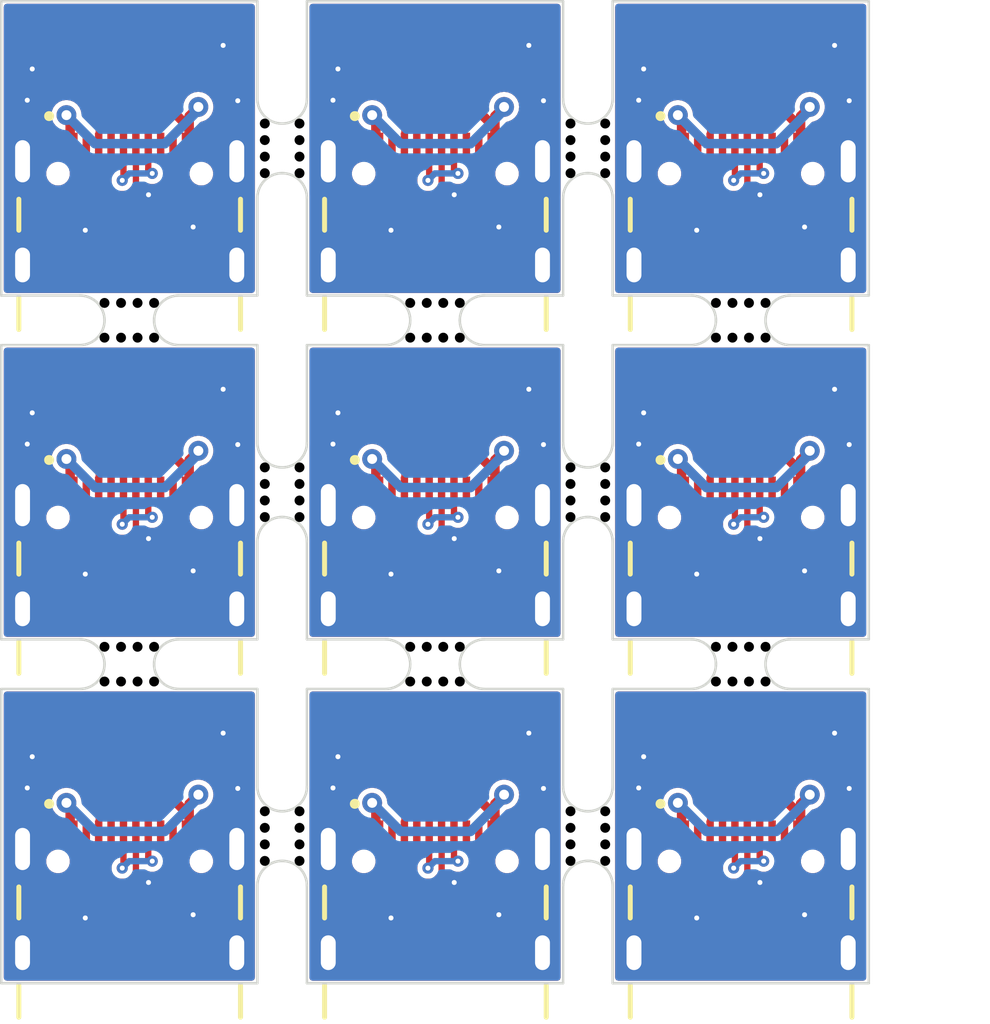
<source format=kicad_pcb>
(kicad_pcb (version 20221018) (generator pcbnew)
  (layers (0 "F.Cu" signal) (31 "B.Cu" signal) (34 "B.Paste" user) (35 "F.Paste" user) (36 "B.SilkS" user "B.Silkscreen") (37 "F.SilkS" user "F.Silkscreen") (38 "B.Mask" user) (39 "F.Mask" user) (44 "Edge.Cuts" user))
  (net 0 "")
  (net 1 "Board_0-/CANH")
  (net 2 "Board_0-/CANL")
  (net 3 "Board_0-/VBAT")
  (net 4 "Board_0-GND")
  (net 5 "Board_0-Net-(J2-CC1)")
  (net 6 "Board_0-unconnected-(J2-SBU1-PadA8)")
  (net 7 "Board_0-unconnected-(J2-SBU2-PadB8)")
  (net 8 "Board_1-/CANH")
  (net 9 "Board_1-/CANL")
  (net 10 "Board_1-/VBAT")
  (net 11 "Board_1-GND")
  (net 12 "Board_1-Net-(J2-CC1)")
  (net 13 "Board_1-unconnected-(J2-SBU1-PadA8)")
  (net 14 "Board_1-unconnected-(J2-SBU2-PadB8)")
  (net 15 "Board_2-/CANH")
  (net 16 "Board_2-/CANL")
  (net 17 "Board_2-/VBAT")
  (net 18 "Board_2-GND")
  (net 19 "Board_2-Net-(J2-CC1)")
  (net 20 "Board_2-unconnected-(J2-SBU1-PadA8)")
  (net 21 "Board_2-unconnected-(J2-SBU2-PadB8)")
  (net 22 "Board_3-/CANH")
  (net 23 "Board_3-/CANL")
  (net 24 "Board_3-/VBAT")
  (net 25 "Board_3-GND")
  (net 26 "Board_3-Net-(J2-CC1)")
  (net 27 "Board_3-unconnected-(J2-SBU1-PadA8)")
  (net 28 "Board_3-unconnected-(J2-SBU2-PadB8)")
  (net 29 "Board_4-/CANH")
  (net 30 "Board_4-/CANL")
  (net 31 "Board_4-/VBAT")
  (net 32 "Board_4-GND")
  (net 33 "Board_4-Net-(J2-CC1)")
  (net 34 "Board_4-unconnected-(J2-SBU1-PadA8)")
  (net 35 "Board_4-unconnected-(J2-SBU2-PadB8)")
  (net 36 "Board_5-/CANH")
  (net 37 "Board_5-/CANL")
  (net 38 "Board_5-/VBAT")
  (net 39 "Board_5-GND")
  (net 40 "Board_5-Net-(J2-CC1)")
  (net 41 "Board_5-unconnected-(J2-SBU1-PadA8)")
  (net 42 "Board_5-unconnected-(J2-SBU2-PadB8)")
  (net 43 "Board_6-/CANH")
  (net 44 "Board_6-/CANL")
  (net 45 "Board_6-/VBAT")
  (net 46 "Board_6-GND")
  (net 47 "Board_6-Net-(J2-CC1)")
  (net 48 "Board_6-unconnected-(J2-SBU1-PadA8)")
  (net 49 "Board_6-unconnected-(J2-SBU2-PadB8)")
  (net 50 "Board_7-/CANH")
  (net 51 "Board_7-/CANL")
  (net 52 "Board_7-/VBAT")
  (net 53 "Board_7-GND")
  (net 54 "Board_7-Net-(J2-CC1)")
  (net 55 "Board_7-unconnected-(J2-SBU1-PadA8)")
  (net 56 "Board_7-unconnected-(J2-SBU2-PadB8)")
  (net 57 "Board_8-/CANH")
  (net 58 "Board_8-/CANL")
  (net 59 "Board_8-/VBAT")
  (net 60 "Board_8-GND")
  (net 61 "Board_8-Net-(J2-CC1)")
  (net 62 "Board_8-unconnected-(J2-SBU1-PadA8)")
  (net 63 "Board_8-unconnected-(J2-SBU2-PadB8)")
  (footprint "NPTH" (layer "F.Cu") (at 161.83 33.56)
    (fp_text reference "KiKit_MB_16_4" hide)
    (fp_text value "NPTH" hide)
  )
  (footprint "NPTH" (layer "F.Cu") (at 141.635 26.263333)
    (fp_text reference "KiKit_MB_1_3" hide)
    (fp_text value "NPTH" hide)
  )
  (footprint "can-b2b-interconnect:R_0402_1005Metric" (layer "F.Cu") (at 159.575 24.35 -90)
    (fp_text reference "R3" hide)
    (fp_text value "5.1k" hide)
  )
  (footprint "NPTH" (layer "F.Cu") (at 149.5 33.56)
    (fp_text reference "KiKit_MB_13_4" hide)
    (fp_text value "NPTH" hide)
  )
  (footprint "can-b2b-interconnect:R_0402_1005Metric" (layer "F.Cu") (at 148.525 37.91 180)
    (fp_text reference "R1" hide)
    (fp_text value "120 0402" hide)
  )
  (footprint "can-b2b-interconnect:DF52-4S-0.8H(21)" (layer "F.Cu") (at 160.835 36.77 180)
    (fp_text reference "U1" hide)
    (fp_text value "DF52-4S-0.8H(21)" hide)
  )
  (footprint "NPTH" (layer "F.Cu") (at 161.163333 33.56)
    (fp_text reference "KiKit_MB_16_3" hide)
    (fp_text value "NPTH" hide)
  )
  (footprint "NPTH" (layer "F.Cu") (at 159.83 33.56)
    (fp_text reference "KiKit_MB_16_1" hide)
    (fp_text value "NPTH" hide)
  )
  (footprint "NPTH" (layer "F.Cu") (at 135.836667 46.02)
    (fp_text reference "KiKit_MB_10_3" hide)
    (fp_text value "NPTH" hide)
  )
  (footprint "can-b2b-interconnect:GCT_USB4105-GF-A" (layer "F.Cu") (at 136.185 44.49)
    (fp_text reference "J2" hide)
    (fp_text value "USB4110GFA")
  )
  (footprint "NPTH" (layer "F.Cu") (at 147.5 32.16)
    (fp_text reference "KiKit_MB_5_4" hide)
    (fp_text value "NPTH" hide)
  )
  (footprint "NPTH" (layer "F.Cu") (at 155.365 52.65)
    (fp_text reference "KiKit_MB_23_4" hide)
    (fp_text value "NPTH" hide)
  )
  (footprint "NPTH" (layer "F.Cu") (at 135.836667 33.56)
    (fp_text reference "KiKit_MB_9_2" hide)
    (fp_text value "NPTH" hide)
  )
  (footprint "NPTH" (layer "F.Cu") (at 141.635 39.456666)
    (fp_text reference "KiKit_MB_8_2" hide)
    (fp_text value "NPTH" hide)
  )
  (footprint "NPTH" (layer "F.Cu") (at 135.836667 47.42)
    (fp_text reference "KiKit_MB_19_2" hide)
    (fp_text value "NPTH" hide)
  )
  (footprint "NPTH" (layer "F.Cu") (at 161.83 32.16)
    (fp_text reference "KiKit_MB_7_1" hide)
    (fp_text value "NPTH" hide)
  )
  (footprint "NPTH" (layer "F.Cu") (at 155.365 39.456666)
    (fp_text reference "KiKit_MB_15_3" hide)
    (fp_text value "NPTH" hide)
  )
  (footprint "NPTH" (layer "F.Cu") (at 136.503333 47.42)
    (fp_text reference "KiKit_MB_19_3" hide)
    (fp_text value "NPTH" hide)
  )
  (footprint "NPTH" (layer "F.Cu") (at 141.635 40.123333)
    (fp_text reference "KiKit_MB_8_3" hide)
    (fp_text value "NPTH" hide)
  )
  (footprint "NPTH" (layer "F.Cu") (at 161.83 47.42)
    (fp_text reference "KiKit_MB_24_4" hide)
    (fp_text value "NPTH" hide)
  )
  (footprint "NPTH" (layer "F.Cu") (at 141.635 52.65)
    (fp_text reference "KiKit_MB_18_1" hide)
    (fp_text value "NPTH" hide)
  )
  (footprint "NPTH" (layer "F.Cu") (at 160.496666 33.56)
    (fp_text reference "KiKit_MB_16_2" hide)
    (fp_text value "NPTH" hide)
  )
  (footprint "NPTH" (layer "F.Cu") (at 143.035 25.596667)
    (fp_text reference "KiKit_MB_3_3" hide)
    (fp_text value "NPTH" hide)
  )
  (footprint "NPTH" (layer "F.Cu") (at 155.365 26.93)
    (fp_text reference "KiKit_MB_6_1" hide)
    (fp_text value "NPTH" hide)
  )
  (footprint "can-b2b-interconnect:GCT_USB4105-GF-A" (layer "F.Cu") (at 136.185 30.63)
    (fp_text reference "J2" hide)
    (fp_text value "USB4110GFA")
  )
  (footprint "can-b2b-interconnect:R_0402_1005Metric" (layer "F.Cu") (at 148.525 24.05 180)
    (fp_text reference "R1" hide)
    (fp_text value "120 0402" hide)
  )
  (footprint "NPTH" (layer "F.Cu") (at 137.17 47.42)
    (fp_text reference "KiKit_MB_19_4" hide)
    (fp_text value "NPTH" hide)
  )
  (footprint "NPTH" (layer "F.Cu") (at 153.965 26.93)
    (fp_text reference "KiKit_MB_4_4" hide)
    (fp_text value "NPTH" hide)
  )
  (footprint "NPTH" (layer "F.Cu") (at 141.635 24.93)
    (fp_text reference "KiKit_MB_1_1" hide)
    (fp_text value "NPTH" hide)
  )
  (footprint "NPTH" (layer "F.Cu") (at 149.5 47.42)
    (fp_text reference "KiKit_MB_22_4" hide)
    (fp_text value "NPTH" hide)
  )
  (footprint "NPTH" (layer "F.Cu") (at 153.965 54.65)
    (fp_text reference "KiKit_MB_21_4" hide)
    (fp_text value "NPTH" hide)
  )
  (footprint "NPTH" (layer "F.Cu") (at 161.163333 47.42)
    (fp_text reference "KiKit_MB_24_3" hide)
    (fp_text value "NPTH" hide)
  )
  (footprint "can-b2b-interconnect:DF52-4S-0.8H(21)" (layer "F.Cu") (at 148.505 50.63 180)
    (fp_text reference "U1" hide)
    (fp_text value "DF52-4S-0.8H(21)" hide)
  )
  (footprint "NPTH" (layer "F.Cu") (at 155.365 54.65)
    (fp_text reference "KiKit_MB_23_1" hide)
    (fp_text value "NPTH" hide)
  )
  (footprint "can-b2b-interconnect:R_0402_1005Metric" (layer "F.Cu") (at 148.525 51.77 180)
    (fp_text reference "R1" hide)
    (fp_text value "120 0402" hide)
  )
  (footprint "NPTH" (layer "F.Cu") (at 141.635 26.93)
    (fp_text reference "KiKit_MB_1_4" hide)
    (fp_text value "NPTH" hide)
  )
  (footprint "NPTH" (layer "F.Cu") (at 153.965 25.596667)
    (fp_text reference "KiKit_MB_4_2" hide)
    (fp_text value "NPTH" hide)
  )
  (footprint "NPTH" (layer "F.Cu") (at 155.365 24.93)
    (fp_text reference "KiKit_MB_6_4" hide)
    (fp_text value "NPTH" hide)
  )
  (footprint "NPTH" (layer "F.Cu") (at 135.17 47.42)
    (fp_text reference "KiKit_MB_19_1" hide)
    (fp_text value "NPTH" hide)
  )
  (footprint "NPTH" (layer "F.Cu") (at 147.5 47.42)
    (fp_text reference "KiKit_MB_22_1" hide)
    (fp_text value "NPTH" hide)
  )
  (footprint "can-b2b-interconnect:R_0402_1005Metric" (layer "F.Cu") (at 160.855 51.77 180)
    (fp_text reference "R1" hide)
    (fp_text value "120 0402" hide)
  )
  (footprint "NPTH" (layer "F.Cu") (at 141.635 54.65)
    (fp_text reference "KiKit_MB_18_4" hide)
    (fp_text value "NPTH" hide)
  )
  (footprint "can-b2b-interconnect:R_0402_1005Metric" (layer "F.Cu") (at 159.575 52.07 -90)
    (fp_text reference "R3" hide)
    (fp_text value "5.1k" hide)
  )
  (footprint "NPTH" (layer "F.Cu") (at 159.83 32.16)
    (fp_text reference "KiKit_MB_7_4" hide)
    (fp_text value "NPTH" hide)
  )
  (footprint "can-b2b-interconnect:R_0402_1005Metric" (layer "F.Cu") (at 160.855 24.05 180)
    (fp_text reference "R1" hide)
    (fp_text value "120 0402" hide)
  )
  (footprint "NPTH" (layer "F.Cu") (at 135.17 33.56)
    (fp_text reference "KiKit_MB_9_1" hide)
    (fp_text value "NPTH" hide)
  )
  (footprint "NPTH" (layer "F.Cu") (at 155.365 26.263333)
    (fp_text reference "KiKit_MB_6_2" hide)
    (fp_text value "NPTH" hide)
  )
  (footprint "NPTH" (layer "F.Cu") (at 155.365 53.983333)
    (fp_text reference "KiKit_MB_23_2" hide)
    (fp_text value "NPTH" hide)
  )
  (footprint "NPTH" (layer "F.Cu") (at 143.035 53.983333)
    (fp_text reference "KiKit_MB_20_2" hide)
    (fp_text value "NPTH" hide)
  )
  (footprint "NPTH" (layer "F.Cu") (at 153.965 39.456666)
    (fp_text reference "KiKit_MB_12_2" hide)
    (fp_text value "NPTH" hide)
  )
  (footprint "NPTH" (layer "F.Cu") (at 143.035 40.123333)
    (fp_text reference "KiKit_MB_11_2" hide)
    (fp_text value "NPTH" hide)
  )
  (footprint "NPTH" (layer "F.Cu") (at 137.17 46.02)
    (fp_text reference "KiKit_MB_10_1" hide)
    (fp_text value "NPTH" hide)
  )
  (footprint "can-b2b-interconnect:GCT_USB4105-GF-A" (layer "F.Cu") (at 148.515 58.35)
    (fp_text reference "J2" hide)
    (fp_text value "USB4110GFA")
  )
  (footprint "NPTH" (layer "F.Cu") (at 143.035 39.456666)
    (fp_text reference "KiKit_MB_11_3" hide)
    (fp_text value "NPTH" hide)
  )
  (footprint "can-b2b-interconnect:GCT_USB4105-GF-A" (layer "F.Cu") (at 160.845 58.35)
    (fp_text reference "J2" hide)
    (fp_text value "USB4110GFA")
  )
  (footprint "can-b2b-interconnect:R_0402_1005Metric" (layer "F.Cu") (at 147.245 52.07 -90)
    (fp_text reference "R3" hide)
    (fp_text value "5.1k" hide)
  )
  (footprint "NPTH" (layer "F.Cu") (at 149.5 32.16)
    (fp_text reference "KiKit_MB_5_1" hide)
    (fp_text value "NPTH" hide)
  )
  (footprint "can-b2b-interconnect:R_0402_1005Metric" (layer "F.Cu") (at 147.245 38.21 -90)
    (fp_text reference "R3" hide)
    (fp_text value "5.1k" hide)
  )
  (footprint "NPTH" (layer "F.Cu") (at 160.496666 46.02)
    (fp_text reference "KiKit_MB_17_3" hide)
    (fp_text value "NPTH" hide)
  )
  (footprint "NPTH" (layer "F.Cu") (at 143.035 26.263333)
    (fp_text reference "KiKit_MB_3_2" hide)
    (fp_text value "NPTH" hide)
  )
  (footprint "NPTH" (layer "F.Cu") (at 143.035 54.65)
    (fp_text reference "KiKit_MB_20_1" hide)
    (fp_text value "NPTH" hide)
  )
  (footprint "NPTH" (layer "F.Cu") (at 155.365 38.79)
    (fp_text reference "KiKit_MB_15_4" hide)
    (fp_text value "NPTH" hide)
  )
  (footprint "can-b2b-interconnect:DF52-4S-0.8H(21)" (layer "F.Cu") (at 136.175 22.91 180)
    (fp_text reference "U1" hide)
    (fp_text value "DF52-4S-0.8H(21)" hide)
  )
  (footprint "NPTH" (layer "F.Cu") (at 141.635 25.596667)
    (fp_text reference "KiKit_MB_1_2" hide)
    (fp_text value "NPTH" hide)
  )
  (footprint "NPTH" (layer "F.Cu") (at 148.166666 47.42)
    (fp_text reference "KiKit_MB_22_2" hide)
    (fp_text value "NPTH" hide)
  )
  (footprint "NPTH" (layer "F.Cu") (at 136.503333 32.16)
    (fp_text reference "KiKit_MB_2_2" hide)
    (fp_text value "NPTH" hide)
  )
  (footprint "NPTH" (layer "F.Cu") (at 148.833333 33.56)
    (fp_text reference "KiKit_MB_13_3" hide)
    (fp_text value "NPTH" hide)
  )
  (footprint "can-b2b-interconnect:R_0402_1005Metric" (layer "F.Cu") (at 159.575 38.21 -90)
    (fp_text reference "R3" hide)
    (fp_text value "5.1k" hide)
  )
  (footprint "NPTH" (layer "F.Cu") (at 143.035 53.316666)
    (fp_text reference "KiKit_MB_20_3" hide)
    (fp_text value "NPTH" hide)
  )
  (footprint "can-b2b-interconnect:DF52-4S-0.8H(21)" (layer "F.Cu") (at 136.175 36.77 180)
    (fp_text reference "U1" hide)
    (fp_text value "DF52-4S-0.8H(21)" hide)
  )
  (footprint "can-b2b-interconnect:DF52-4S-0.8H(21)" (layer "F.Cu") (at 148.505 36.77 180)
    (fp_text reference "U1" hide)
    (fp_text value "DF52-4S-0.8H(21)" hide)
  )
  (footprint "NPTH" (layer "F.Cu") (at 148.166666 33.56)
    (fp_text reference "KiKit_MB_13_2" hide)
    (fp_text value "NPTH" hide)
  )
  (footprint "NPTH" (layer "F.Cu") (at 148.833333 32.16)
    (fp_text reference "KiKit_MB_5_2" hide)
    (fp_text value "NPTH" hide)
  )
  (footprint "NPTH" (layer "F.Cu") (at 141.635 40.79)
    (fp_text reference "KiKit_MB_8_4" hide)
    (fp_text value "NPTH" hide)
  )
  (footprint "NPTH" (layer "F.Cu") (at 159.83 46.02)
    (fp_text reference "KiKit_MB_17_4" hide)
    (fp_text value "NPTH" hide)
  )
  (footprint "can-b2b-interconnect:R_0402_1005Metric" (layer "F.Cu") (at 136.195 51.77 180)
    (fp_text reference "R1" hide)
    (fp_text value "120 0402" hide)
  )
  (footprint "NPTH" (layer "F.Cu") (at 136.503333 46.02)
    (fp_text reference "KiKit_MB_10_2" hide)
    (fp_text value "NPTH" hide)
  )
  (footprint "NPTH" (layer "F.Cu") (at 137.17 32.16)
    (fp_text reference "KiKit_MB_2_1" hide)
    (fp_text value "NPTH" hide)
  )
  (footprint "can-b2b-interconnect:R_0402_1005Metric" (layer "F.Cu") (at 134.915 38.21 -90)
    (fp_text reference "R3" hide)
    (fp_text value "5.1k" hide)
  )
  (footprint "NPTH" (layer "F.Cu") (at 161.163333 46.02)
    (fp_text reference "KiKit_MB_17_2" hide)
    (fp_text value "NPTH" hide)
  )
  (footprint "NPTH" (layer "F.Cu") (at 153.965 53.316666)
    (fp_text reference "KiKit_MB_21_2" hide)
    (fp_text value "NPTH" hide)
  )
  (footprint "NPTH" (layer "F.Cu") (at 153.965 26.263333)
    (fp_text reference "KiKit_MB_4_3" hide)
    (fp_text value "NPTH" hide)
  )
  (footprint "NPTH" (layer "F.Cu") (at 137.17 33.56)
    (fp_text reference "KiKit_MB_9_4" hide)
    (fp_text value "NPTH" hide)
  )
  (footprint "NPTH" (layer "F.Cu") (at 148.833333 46.02)
    (fp_text reference "KiKit_MB_14_2" hide)
    (fp_text value "NPTH" hide)
  )
  (footprint "NPTH" (layer "F.Cu") (at 148.166666 32.16)
    (fp_text reference "KiKit_MB_5_3" hide)
    (fp_text value "NPTH" hide)
  )
  (footprint "NPTH" (layer "F.Cu") (at 160.496666 47.42)
    (fp_text reference "KiKit_MB_24_2" hide)
    (fp_text value "NPTH" hide)
  )
  (footprint "NPTH" (layer "F.Cu") (at 143.035 52.65)
    (fp_text reference "KiKit_MB_20_4" hide)
    (fp_text value "NPTH" hide)
  )
  (footprint "NPTH" (layer "F.Cu") (at 143.035 40.79)
    (fp_text reference "KiKit_MB_11_1" hide)
    (fp_text value "NPTH" hide)
  )
  (footprint "NPTH" (layer "F.Cu") (at 148.833333 47.42)
    (fp_text reference "KiKit_MB_22_3" hide)
    (fp_text value "NPTH" hide)
  )
  (footprint "NPTH" (layer "F.Cu") (at 153.965 40.79)
    (fp_text reference "KiKit_MB_12_4" hide)
    (fp_text value "NPTH" hide)
  )
  (footprint "can-b2b-interconnect:R_0402_1005Metric" (layer "F.Cu") (at 147.245 24.35 -90)
    (fp_text reference "R3" hide)
    (fp_text value "5.1k" hide)
  )
  (footprint "can-b2b-interconnect:GCT_USB4105-GF-A" (layer "F.Cu") (at 148.515 44.49)
    (fp_text reference "J2" hide)
    (fp_text value "USB4110GFA")
  )
  (footprint "NPTH" (layer "F.Cu") (at 141.635 53.983333)
    (fp_text reference "KiKit_MB_18_3" hide)
    (fp_text value "NPTH" hide)
  )
  (footprint "NPTH" (layer "F.Cu") (at 147.5 46.02)
    (fp_text reference "KiKit_MB_14_4" hide)
    (fp_text value "NPTH" hide)
  )
  (footprint "NPTH" (layer "F.Cu") (at 160.496666 32.16)
    (fp_text reference "KiKit_MB_7_3" hide)
    (fp_text value "NPTH" hide)
  )
  (footprint "NPTH" (layer "F.Cu") (at 143.035 26.93)
    (fp_text reference "KiKit_MB_3_1" hide)
    (fp_text value "NPTH" hide)
  )
  (footprint "NPTH" (layer "F.Cu") (at 159.83 47.42)
    (fp_text reference "KiKit_MB_24_1" hide)
    (fp_text value "NPTH" hide)
  )
  (footprint "can-b2b-interconnect:R_0402_1005Metric" (layer "F.Cu") (at 134.915 24.35 -90)
    (fp_text reference "R3" hide)
    (fp_text value "5.1k" hide)
  )
  (footprint "NPTH" (layer "F.Cu") (at 153.965 53.983333)
    (fp_text reference "KiKit_MB_21_3" hide)
    (fp_text value "NPTH" hide)
  )
  (footprint "NPTH" (layer "F.Cu") (at 153.965 52.65)
    (fp_text reference "KiKit_MB_21_1" hide)
    (fp_text value "NPTH" hide)
  )
  (footprint "NPTH" (layer "F.Cu") (at 153.965 24.93)
    (fp_text reference "KiKit_MB_4_1" hide)
    (fp_text value "NPTH" hide)
  )
  (footprint "NPTH" (layer "F.Cu") (at 135.17 46.02)
    (fp_text reference "KiKit_MB_10_4" hide)
    (fp_text value "NPTH" hide)
  )
  (footprint "NPTH" (layer "F.Cu") (at 135.17 32.16)
    (fp_text reference "KiKit_MB_2_4" hide)
    (fp_text value "NPTH" hide)
  )
  (footprint "NPTH" (layer "F.Cu") (at 149.5 46.02)
    (fp_text reference "KiKit_MB_14_1" hide)
    (fp_text value "NPTH" hide)
  )
  (footprint "can-b2b-interconnect:R_0402_1005Metric" (layer "F.Cu") (at 160.855 37.91 180)
    (fp_text reference "R1" hide)
    (fp_text value "120 0402" hide)
  )
  (footprint "can-b2b-interconnect:R_0402_1005Metric" (layer "F.Cu") (at 136.195 24.05 180)
    (fp_text reference "R1" hide)
    (fp_text value "120 0402" hide)
  )
  (footprint "NPTH" (layer "F.Cu") (at 141.635 38.79)
    (fp_text reference "KiKit_MB_8_1" hide)
    (fp_text value "NPTH" hide)
  )
  (footprint "NPTH" (layer "F.Cu") (at 136.503333 33.56)
    (fp_text reference "KiKit_MB_9_3" hide)
    (fp_text value "NPTH" hide)
  )
  (footprint "NPTH" (layer "F.Cu") (at 135.836667 32.16)
    (fp_text reference "KiKit_MB_2_3" hide)
    (fp_text value "NPTH" hide)
  )
  (footprint "can-b2b-interconnect:DF52-4S-0.8H(21)" (layer "F.Cu") (at 148.505 22.91 180)
    (fp_text reference "U1" hide)
    (fp_text value "DF52-4S-0.8H(21)" hide)
  )
  (footprint "can-b2b-interconnect:DF52-4S-0.8H(21)" (layer "F.Cu") (at 160.835 50.63 180)
    (fp_text reference "U1" hide)
    (fp_text value "DF52-4S-0.8H(21)" hide)
  )
  (footprint "NPTH" (layer "F.Cu") (at 141.635 53.316666)
    (fp_text reference "KiKit_MB_18_2" hide)
    (fp_text value "NPTH" hide)
  )
  (footprint "can-b2b-interconnect:GCT_USB4105-GF-A" (layer "F.Cu") (at 136.185 58.35)
    (fp_text reference "J2" hide)
    (fp_text value "USB4110GFA")
  )
  (footprint "can-b2b-interconnect:GCT_USB4105-GF-A" (layer "F.Cu") (at 148.515 30.63)
    (fp_text reference "J2" hide)
    (fp_text value "USB4110GFA")
  )
  (footprint "can-b2b-interconnect:DF52-4S-0.8H(21)" (layer "F.Cu") (at 160.835 22.91 180)
    (fp_text reference "U1" hide)
    (fp_text value "DF52-4S-0.8H(21)" hide)
  )
  (footprint "NPTH" (layer "F.Cu") (at 161.163333 32.16)
    (fp_text reference "KiKit_MB_7_2" hide)
    (fp_text value "NPTH" hide)
  )
  (footprint "can-b2b-interconnect:R_0402_1005Metric" (layer "F.Cu") (at 136.195 37.91 180)
    (fp_text reference "R1" hide)
    (fp_text value "120 0402" hide)
  )
  (footprint "NPTH" (layer "F.Cu") (at 148.166666 46.02)
    (fp_text reference "KiKit_MB_14_3" hide)
    (fp_text value "NPTH" hide)
  )
  (footprint "NPTH" (layer "F.Cu") (at 153.965 40.123333)
    (fp_text reference "KiKit_MB_12_3" hide)
    (fp_text value "NPTH" hide)
  )
  (footprint "NPTH" (layer "F.Cu") (at 143.035 38.79)
    (fp_text reference "KiKit_MB_11_4" hide)
    (fp_text value "NPTH" hide)
  )
  (footprint "NPTH" (layer "F.Cu") (at 153.965 38.79)
    (fp_text reference "KiKit_MB_12_1" hide)
    (fp_text value "NPTH" hide)
  )
  (footprint "NPTH" (layer "F.Cu") (at 143.035 24.93)
    (fp_text reference "KiKit_MB_3_4" hide)
    (fp_text value "NPTH" hide)
  )
  (footprint "NPTH" (layer "F.Cu") (at 161.83 46.02)
    (fp_text reference "KiKit_MB_17_1" hide)
    (fp_text value "NPTH" hide)
  )
  (footprint "NPTH" (layer "F.Cu") (at 155.365 25.596667)
    (fp_text reference "KiKit_MB_6_3" hide)
    (fp_text value "NPTH" hide)
  )
  (footprint "NPTH" (layer "F.Cu") (at 147.5 33.56)
    (fp_text reference "KiKit_MB_13_1" hide)
    (fp_text value "NPTH" hide)
  )
  (footprint "NPTH" (layer "F.Cu") (at 155.365 53.316666)
    (fp_text reference "KiKit_MB_23_3" hide)
    (fp_text value "NPTH" hide)
  )
  (footprint "can-b2b-interconnect:DF52-4S-0.8H(21)" (layer "F.Cu") (at 136.175 50.63 180)
    (fp_text reference "U1" hide)
    (fp_text value "DF52-4S-0.8H(21)" hide)
  )
  (footprint "can-b2b-interconnect:GCT_USB4105-GF-A" (layer "F.Cu") (at 160.845 30.63)
    (fp_text reference "J2" hide)
    (fp_text value "USB4110GFA")
  )
  (footprint "can-b2b-interconnect:R_0402_1005Metric" (layer "F.Cu") (at 134.915 52.07 -90)
    (fp_text reference "R3" hide)
    (fp_text value "5.1k" hide)
  )
  (footprint "NPTH" (layer "F.Cu") (at 155.365 40.123333)
    (fp_text reference "KiKit_MB_15_2" hide)
    (fp_text value "NPTH" hide)
  )
  (footprint "can-b2b-interconnect:GCT_USB4105-GF-A" (layer "F.Cu") (at 160.845 44.49)
    (fp_text reference "J2" hide)
    (fp_text value "USB4110GFA")
  )
  (footprint "NPTH" (layer "F.Cu") (at 155.365 40.79)
    (fp_text reference "KiKit_MB_15_1" hide)
    (fp_text value "NPTH" hide)
  )
  (gr_line (start 138.022416 31.870812) (end 138.07108 31.86481) (stroke (width 0.1)) (layer "Edge.Cuts"))
  (gr_line (start 153.708016 24.220994) (end 153.694939 24.173737) (stroke (width 0.1)) (layer "Edge.Cuts"))
  (gr_line (start 154.955994 38.746983) (end 154.908737 38.76006) (stroke (width 0.1)) (layer "Edge.Cuts"))
  (gr_line (start 134.170987 45.72) (end 134.220018 45.721203) (stroke (width 0.1)) (layer "Edge.Cuts"))
  (gr_line (start 153.675812 41.642416) (end 153.684195 41.594104) (stroke (width 0.1)) (layer "Edge.Cuts"))
  (gr_line (start 161.873016 46.429005) (end 161.888397 46.382447) (stroke (width 0.1)) (layer "Edge.Cuts"))
  (gr_line (start 155.677272 45.72) (end 158.830987 45.72) (stroke (width 0.1)) (layer "Edge.Cuts"))
  (gr_line (start 138.119981 33.858796) (end 138.07108 33.855189) (stroke (width 0.1)) (layer "Edge.Cuts"))
  (gr_line (start 137.698074 47.602039) (end 137.655411 47.57787) (stroke (width 0.1)) (layer "Edge.Cuts"))
  (gr_line (start 159.301925 47.602039) (end 159.258127 47.624085) (stroke (width 0.1)) (layer "Edge.Cuts"))
  (gr_line (start 161.83481 46.818919) (end 161.831203 46.770018) (stroke (width 0.1)) (layer "Edge.Cuts"))
  (gr_line (start 142.530895 24.910804) (end 142.482583 24.919187) (stroke (width 0.1)) (layer "Edge.Cuts"))
  (gr_line (start 159.301925 31.97796) (end 159.344588 32.002129) (stroke (width 0.1)) (layer "Edge.Cuts"))
  (gr_line (start 159.810804 33.055895) (end 159.80006 33.103737) (stroke (width 0.1)) (layer "Edge.Cuts"))
  (gr_line (start 153.666203 41.739981) (end 153.66981 41.69108) (stroke (width 0.1)) (layer "Edge.Cuts"))
  (gr_line (start 142.625994 38.746983) (end 142.578737 38.76006) (stroke (width 0.1)) (layer "Edge.Cuts"))
  (gr_line (start 150.071872 31.955914) (end 150.116699 31.936044) (stroke (width 0.1)) (layer "Edge.Cuts"))
  (gr_line (start 155.093127 40.885914) (end 155.136925 40.90796) (stroke (width 0.1)) (layer "Edge.Cuts"))
  (gr_line (start 155.63506 24.173737) (end 155.621983 24.220994) (stroke (width 0.1)) (layer "Edge.Cuts"))
  (gr_line (start 155.63506 51.893737) (end 155.621983 51.940994) (stroke (width 0.1)) (layer "Edge.Cuts"))
  (gr_line (start 142.763127 27.025914) (end 142.806925 27.04796) (stroke (width 0.1)) (layer "Edge.Cuts"))
  (gr_line (start 161.925914 32.431872) (end 161.94796 32.388074) (stroke (width 0.1)) (layer "Edge.Cuts"))
  (gr_line (start 154.236872 40.885914) (end 154.281699 40.866044) (stroke (width 0.1)) (layer "Edge.Cuts"))
  (gr_line (start 161.831203 32.809981) (end 161.83481 32.76108) (stroke (width 0.1)) (layer "Edge.Cuts"))
  (gr_line (start 149.595914 47.148127) (end 149.576044 47.1033) (stroke (width 0.1)) (layer "Edge.Cuts"))
  (gr_line (start 150.449981 31.861203) (end 150.499012 31.86) (stroke (width 0.1)) (layer "Edge.Cuts"))
  (gr_line (start 143.33527 20.001245) (end 143.335 20.012247) (stroke (width 0.1)) (layer "Edge.Cuts"))
  (gr_line (start 135.001637 33.416014) (end 134.973404 33.456103) (stroke (width 0.1)) (layer "Edge.Cuts"))
  (gr_line (start 159.753955 47.1033) (end 159.734085 47.148127) (stroke (width 0.1)) (layer "Edge.Cuts"))
  (gr_line (start 154.281699 52.573955) (end 154.236872 52.554085) (stroke (width 0.1)) (layer "Edge.Cuts"))
  (gr_line (start 153.833362 27.373985) (end 153.861595 27.333896) (stroke (width 0.1)) (layer "Edge.Cuts"))
  (gr_line (start 137.171203 46.669981) (end 137.17481 46.62108) (stroke (width 0.1)) (layer "Edge.Cuts"))
  (gr_line (start 142.7183 38.713955) (end 142.672552 38.731602) (stroke (width 0.1)) (layer "Edge.Cuts"))
  (gr_line (start 135.02787 47.234588) (end 135.001637 47.276014) (stroke (width 0.1)) (layer "Edge.Cuts"))
  (gr_line (start 155.588955 41.406699) (end 155.606602 41.452447) (stroke (width 0.1)) (layer "Edge.Cuts"))
  (gr_line (start 162.056762 47.354758) (end 162.026595 47.316103) (stroke (width 0.1)) (layer "Edge.Cuts"))
  (gr_line (start 137.246044 33.2433) (end 137.228397 33.197552) (stroke (width 0.1)) (layer "Edge.Cuts"))
  (gr_line (start 155.299758 52.423237) (end 155.261103 52.453404) (stroke (width 0.1)) (layer "Edge.Cuts"))
  (gr_line (start 142.187416 52.639187) (end 142.139104 52.630804) (stroke (width 0.1)) (layer "Edge.Cuts"))
  (gr_line (start 137.786699 45.796044) (end 137.832447 45.778397) (stroke (width 0.1)) (layer "Edge.Cuts"))
  (gr_line (start 143.042399 24.637399) (end 143.006887 24.671209) (stroke (width 0.1)) (layer "Edge.Cuts"))
  (gr_line (start 142.806925 24.812039) (end 142.763127 24.834085) (stroke (width 0.1)) (layer "Edge.Cuts"))
  (gr_line (start 141.364939 55.406262) (end 141.378016 55.359005) (stroke (width 0.1)) (layer "Edge.Cuts"))
  (gr_line (start 147.331637 33.416014) (end 147.303404 33.456103) (stroke (width 0.1)) (layer "Edge.Cuts"))
  (gr_line (start 143.138404 55.053896) (end 143.166637 55.093985) (stroke (width 0.1)) (layer "Edge.Cuts"))
  (gr_line (start 143.335 27.929012) (end 143.335 31.847727) (stroke (width 0.1)) (layer "Edge.Cuts"))
  (gr_line (start 159.167552 47.661602) (end 159.120994 47.676983) (stroke (width 0.1)) (layer "Edge.Cuts"))
  (gr_line (start 154.236872 27.025914) (end 154.281699 27.006044) (stroke (width 0.1)) (layer "Edge.Cuts"))
  (gr_line (start 153.861595 38.386103) (end 153.833362 38.346014) (stroke (width 0.1)) (layer "Edge.Cuts"))
  (gr_line (start 146.598919 47.715189) (end 146.550018 47.718796) (stroke (width 0.1)) (layer "Edge.Cuts"))
  (gr_line (start 159.810804 32.664104) (end 159.819187 32.712416) (stroke (width 0.1)) (layer "Edge.Cuts"))
  (gr_line (start 135.052039 46.248074) (end 135.074085 46.291872) (stroke (width 0.1)) (layer "Edge.Cuts"))
  (gr_line (start 159.571209 47.391887) (end 159.537399 47.427399) (stroke (width 0.1)) (layer "Edge.Cuts"))
  (gr_line (start 134.877399 46.0126) (end 134.911209 46.048112) (stroke (width 0.1)) (layer "Edge.Cuts"))
  (gr_line (start 141.393397 41.452447) (end 141.411044 41.406699) (stroke (width 0.1)) (layer "Edge.Cuts"))
  (gr_line (start 154.715018 26.931203) (end 154.763919 26.93481) (stroke (width 0.1)) (layer "Edge.Cuts"))
  (gr_line (start 141.700241 27.156762) (end 141.738896 27.126595) (stroke (width 0.1)) (layer "Edge.Cuts"))
  (gr_line (start 146.743737 47.69006) (end 146.695895 47.700804) (stroke (width 0.1)) (layer "Edge.Cuts"))
  (gr_line (start 137.832447 31.918397) (end 137.879005 31.903016) (stroke (width 0.1)) (layer "Edge.Cuts"))
  (gr_line (start 142.806925 40.90796) (end 142.849588 40.932129) (stroke (width 0.1)) (layer "Edge.Cuts"))
  (gr_line (start 155.660189 27.83108) (end 155.663796 27.879981) (stroke (width 0.1)) (layer "Edge.Cuts"))
  (gr_line (start 141.336203 55.599981) (end 141.33981 55.55108) (stroke (width 0.1)) (layer "Edge.Cuts"))
  (gr_line (start 153.665 51.650987) (end 153.665 47.732272) (stroke (width 0.1)) (layer "Edge.Cuts"))
  (gr_line (start 141.738896 38.593404) (end 141.700241 38.563237) (stroke (width 0.1)) (layer "Edge.Cuts"))
  (gr_line (start 142.7183 27.006044) (end 142.763127 27.025914) (stroke (width 0.1)) (layer "Edge.Cuts"))
  (gr_line (start 141.411044 41.406699) (end 141.430914 41.361872) (stroke (width 0.1)) (layer "Edge.Cuts"))
  (gr_line (start 149.696595 47.316103) (end 149.668362 47.276014) (stroke (width 0.1)) (layer "Edge.Cuts"))
  (gr_line (start 159.073737 45.749939) (end 159.120994 45.763016) (stroke (width 0.1)) (layer "Edge.Cuts"))
  (gr_line (start 137.199939 46.963737) (end 137.189195 46.915895) (stroke (width 0.1)) (layer "Edge.Cuts"))
  (gr_line (start 153.684195 55.454104) (end 153.694939 55.406262) (stroke (width 0.1)) (layer "Edge.Cuts"))
  (gr_line (start 134.684588 45.862129) (end 134.726014 45.888362) (stroke (width 0.1)) (layer "Edge.Cuts"))
  (gr_line (start 150.162447 45.778397) (end 150.209005 45.763016) (stroke (width 0.1)) (layer "Edge.Cuts"))
  (gr_line (start 154.860895 26.949195) (end 154.908737 26.959939) (stroke (width 0.1)) (layer "Edge.Cuts"))
  (gr_line (start 147.456983 32.569005) (end 147.47006 32.616262) (stroke (width 0.1)) (layer "Edge.Cuts"))
  (gr_line (start 158.830987 33.86) (end 155.677272 33.86) (stroke (width 0.1)) (layer "Edge.Cuts"))
  (gr_line (start 159.464758 47.493237) (end 159.426103 47.523404) (stroke (width 0.1)) (layer "Edge.Cuts"))
  (gr_line (start 155.666245 45.719729) (end 155.677247 45.719999) (stroke (width 0.1)) (layer "Edge.Cuts"))
  (gr_line (start 149.61796 47.191925) (end 149.595914 47.148127) (stroke (width 0.1)) (layer "Edge.Cuts"))
  (gr_line (start 165.982727 33.86) (end 162.829012 33.86) (stroke (width 0.1)) (layer "Edge.Cuts"))
  (gr_line (start 149.726762 32.225241) (end 149.75879 32.188112) (stroke (width 0.1)) (layer "Edge.Cuts"))
  (gr_line (start 159.603237 32.225241) (end 159.633404 32.263896) (stroke (width 0.1)) (layer "Edge.Cuts"))
  (gr_line (start 134.911209 33.531887) (end 134.877399 33.567399) (stroke (width 0.1)) (layer "Edge.Cuts"))
  (gr_line (start 162.829012 31.86) (end 165.982727 31.86) (stroke (width 0.1)) (layer "Edge.Cuts"))
  (gr_line (start 137.171203 32.809981) (end 137.17481 32.76108) (stroke (width 0.1)) (layer "Edge.Cuts"))
  (gr_line (start 155.221014 52.481637) (end 155.179588 52.50787) (stroke (width 0.1)) (layer "Edge.Cuts"))
  (gr_line (start 135.111602 32.522447) (end 135.126983 32.569005) (stroke (width 0.1)) (layer "Edge.Cuts"))
  (gr_line (start 162.492447 33.801602) (end 162.446699 33.783955) (stroke (width 0.1)) (layer "Edge.Cuts"))
  (gr_line (start 159.2133 45.796044) (end 159.258127 45.815914) (stroke (width 0.1)) (layer "Edge.Cuts"))
  (gr_line (start 134.507552 47.661602) (end 134.460994 47.676983) (stroke (width 0.1)) (layer "Edge.Cuts"))
  (gr_line (start 131.006245 31.859729) (end 131.017247 31.859999) (stroke (width 0.1)) (layer "Edge.Cuts"))
  (gr_line (start 137.535241 33.633237) (end 137.498112 33.601209) (stroke (width 0.1)) (layer "Edge.Cuts"))
  (gr_line (start 142.284981 40.791203) (end 142.334012 40.79) (stroke (width 0.1)) (layer "Edge.Cuts"))
  (gr_line (start 141.364939 38.033737) (end 141.354195 37.985895) (stroke (width 0.1)) (layer "Edge.Cuts"))
  (gr_line (start 159.258127 33.764085) (end 159.2133 33.783955) (stroke (width 0.1)) (layer "Edge.Cuts"))
  (gr_line (start 155.299758 38.563237) (end 155.261103 38.593404) (stroke (width 0.1)) (layer "Edge.Cuts"))
  (gr_line (start 162.056762 46.085241) (end 162.08879 46.048112) (stroke (width 0.1)) (layer "Edge.Cuts"))
  (gr_line (start 137.228397 47.057552) (end 137.213016 47.010994) (stroke (width 0.1)) (layer "Edge.Cuts"))
  (gr_line (start 147.498796 46.669981) (end 147.5 46.719012) (stroke (width 0.1)) (layer "Edge.Cuts"))
  (gr_line (start 155.406209 54.978112) (end 155.438237 55.015241) (stroke (width 0.1)) (layer "Edge.Cuts"))
  (gr_line (start 150.209005 33.816983) (end 150.162447 33.801602) (stroke (width 0.1)) (layer "Edge.Cuts"))
  (gr_line (start 155.179588 52.50787) (end 155.136925 52.532039) (stroke (width 0.1)) (layer "Edge.Cuts"))
  (gr_line (start 155.52287 52.164588) (end 155.496637 52.206014) (stroke (width 0.1)) (layer "Edge.Cuts"))
  (gr_line (start 154.664012 24.93) (end 154.614981 24.928796) (stroke (width 0.1)) (layer "Edge.Cuts"))
  (gr_line (start 159.501887 45.97879) (end 159.537399 46.0126) (stroke (width 0.1)) (layer "Edge.Cuts"))
  (gr_line (start 147.404085 32.431872) (end 147.423955 32.476699) (stroke (width 0.1)) (layer "Edge.Cuts"))
  (gr_line (start 155.438237 27.295241) (end 155.468404 27.333896) (stroke (width 0.1)) (layer "Edge.Cuts"))
  (gr_line (start 147.014588 33.71787) (end 146.971925 33.742039) (stroke (width 0.1)) (layer "Edge.Cuts"))
  (gr_line (start 162.026595 47.316103) (end 161.998362 47.276014) (stroke (width 0.1)) (layer "Edge.Cuts"))
  (gr_line (start 155.645804 37.985895) (end 155.63506 38.033737) (stroke (width 0.1)) (layer "Edge.Cuts"))
  (gr_line (start 141.663112 38.531209) (end 141.6276 38.497399) (stroke (width 0.1)) (layer "Edge.Cuts"))
  (gr_line (start 147.273237 32.225241) (end 147.303404 32.263896) (stroke (width 0.1)) (layer "Edge.Cuts"))
  (gr_line (start 146.647583 45.730812) (end 146.695895 45.739195) (stroke (width 0.1)) (layer "Edge.Cuts"))
  (gr_line (start 159.825189 32.958919) (end 159.819187 33.007583) (stroke (width 0.1)) (layer "Edge.Cuts"))
  (gr_line (start 159.501887 47.461209) (end 159.464758 47.493237) (stroke (width 0.1)) (layer "Edge.Cuts"))
  (gr_line (start 147.456983 33.150994) (end 147.441602 33.197552) (stroke (width 0.1)) (layer "Edge.Cuts"))
  (gr_line (start 141.477129 27.415411) (end 141.503362 27.373985) (stroke (width 0.1)) (layer "Edge.Cuts"))
  (gr_line (start 150.209005 31.903016) (end 150.256262 31.889939) (stroke (width 0.1)) (layer "Edge.Cuts"))
  (gr_line (start 141.335 27.929012) (end 141.336203 27.879981) (stroke (width 0.1)) (layer "Edge.Cuts"))
  (gr_line (start 141.345812 51.797583) (end 141.33981 51.748919) (stroke (width 0.1)) (layer "Edge.Cuts"))
  (gr_line (start 149.61796 33.331925) (end 149.595914 33.288127) (stroke (width 0.1)) (layer "Edge.Cuts"))
  (gr_line (start 155.372399 52.357399) (end 155.336887 52.391209) (stroke (width 0.1)) (layer "Edge.Cuts"))
  (gr_line (start 137.4626 46.0126) (end 137.498112 45.97879) (stroke (width 0.1)) (layer "Edge.Cuts"))
  (gr_line (start 143.30506 41.546262) (end 143.315804 41.594104) (stroke (width 0.1)) (layer "Edge.Cuts"))
  (gr_line (start 142.806925 54.76796) (end 142.849588 54.792129) (stroke (width 0.1)) (layer "Edge.Cuts"))
  (gr_line (start 141.738896 40.986595) (end 141.778985 40.958362) (stroke (width 0.1)) (layer "Edge.Cuts"))
  (gr_line (start 153.891762 55.015241) (end 153.92379 54.978112) (stroke (width 0.1)) (layer "Edge.Cuts"))
  (gr_line (start 134.268919 47.715189) (end 134.220018 47.718796) (stroke (width 0.1)) (layer "Edge.Cuts"))
  (gr_line (start 153.665 31.847727) (end 153.665 27.929012) (stroke (width 0.1)) (layer "Edge.Cuts"))
  (gr_line (start 142.931103 27.126595) (end 142.969758 27.156762) (stroke (width 0.1)) (layer "Edge.Cuts"))
  (gr_line (start 141.430914 52.078127) (end 141.411044 52.0333) (stroke (width 0.1)) (layer "Edge.Cuts"))
  (gr_line (start 165.994999 47.732247) (end 165.994729 47.721245) (stroke (width 0.1)) (layer "Edge.Cuts"))
  (gr_line (start 149.501203 46.669981) (end 149.50481 46.62108) (stroke (width 0.1)) (layer "Edge.Cuts"))
  (gr_line (start 141.663112 52.391209) (end 141.6276 52.357399) (stroke (width 0.1)) (layer "Edge.Cuts"))
  (gr_line (start 143.315804 27.734104) (end 143.324187 27.782416) (stroke (width 0.1)) (layer "Edge.Cuts"))
  (gr_line (start 149.595914 33.288127) (end 149.576044 33.2433) (stroke (width 0.1)) (layer "Edge.Cuts"))
  (gr_line (start 141.333754 20.00027) (end 141.322752 20) (stroke (width 0.1)) (layer "Edge.Cuts"))
  (gr_line (start 159.825189 32.76108) (end 159.828796 32.809981) (stroke (width 0.1)) (layer "Edge.Cuts"))
  (gr_line (start 143.324187 24.077583) (end 143.315804 24.125895) (stroke (width 0.1)) (layer "Edge.Cuts"))
  (gr_line (start 155.606602 51.987552) (end 155.588955 52.0333) (stroke (width 0.1)) (layer "Edge.Cuts"))
  (gr_line (start 153.708016 51.940994) (end 153.694939 51.893737) (stroke (width 0.1)) (layer "Edge.Cuts"))
  (gr_line (start 141.6276 27.2226) (end 141.663112 27.18879) (stroke (width 0.1)) (layer "Edge.Cuts"))
  (gr_line (start 154.469104 38.770804) (end 154.421262 38.76006) (stroke (width 0.1)) (layer "Edge.Cuts"))
  (gr_line (start 149.903896 45.916595) (end 149.943985 45.888362) (stroke (width 0.1)) (layer "Edge.Cuts"))
  (gr_line (start 159.025895 31.879195) (end 159.073737 31.889939) (stroke (width 0.1)) (layer "Edge.Cuts"))
  (gr_line (start 141.33981 41.69108) (end 141.345812 41.642416) (stroke (width 0.1)) (layer "Edge.Cuts"))
  (gr_line (start 141.951699 52.573955) (end 141.906872 52.554085) (stroke (width 0.1)) (layer "Edge.Cuts"))
  (gr_line (start 154.56608 26.93481) (end 154.614981 26.931203) (stroke (width 0.1)) (layer "Edge.Cuts"))
  (gr_line (start 154.068896 54.846595) (end 154.108985 54.818362) (stroke (width 0.1)) (layer "Edge.Cuts"))
  (gr_line (start 147.241209 47.391887) (end 147.207399 47.427399) (stroke (width 0.1)) (layer "Edge.Cuts"))
  (gr_line (start 155.221014 24.761637) (end 155.179588 24.78787) (stroke (width 0.1)) (layer "Edge.Cuts"))
  (gr_line (start 154.908737 38.76006) (end 154.860895 38.770804) (stroke (width 0.1)) (layer "Edge.Cuts"))
  (gr_line (start 155.654187 37.937583) (end 155.645804 37.985895) (stroke (width 0.1)) (layer "Edge.Cuts"))
  (gr_line (start 143.217039 38.261925) (end 143.19287 38.304588) (stroke (width 0.1)) (layer "Edge.Cuts"))
  (gr_line (start 153.891762 52.284758) (end 153.861595 52.246103) (stroke (width 0.1)) (layer "Edge.Cuts"))
  (gr_line (start 158.928919 31.86481) (end 158.977583 31.870812) (stroke (width 0.1)) (layer "Edge.Cuts"))
  (gr_line (start 141.477129 55.135411) (end 141.503362 55.093985) (stroke (width 0.1)) (layer "Edge.Cuts"))
  (gr_line (start 153.675812 37.937583) (end 153.66981 37.888919) (stroke (width 0.1)) (layer "Edge.Cuts"))
  (gr_line (start 137.396762 33.494758) (end 137.366595 33.456103) (stroke (width 0.1)) (layer "Edge.Cuts"))
  (gr_line (start 143.19287 27.415411) (end 143.217039 27.458074) (stroke (width 0.1)) (layer "Edge.Cuts"))
  (gr_line (start 138.07108 31.86481) (end 138.119981 31.861203) (stroke (width 0.1)) (layer "Edge.Cuts"))
  (gr_line (start 142.334012 24.93) (end 142.284981 24.928796) (stroke (width 0.1)) (layer "Edge.Cuts"))
  (gr_line (start 135.168796 46.669981) (end 135.17 46.719012) (stroke (width 0.1)) (layer "Edge.Cuts"))
  (gr_line (start 137.189195 32.664104) (end 137.199939 32.616262) (stroke (width 0.1)) (layer "Edge.Cuts"))
  (gr_line (start 162.401872 31.955914) (end 162.446699 31.936044) (stroke (width 0.1)) (layer "Edge.Cuts"))
  (gr_line (start 138.119981 47.718796) (end 138.07108 47.715189) (stroke (width 0.1)) (layer "Edge.Cuts"))
  (gr_line (start 150.304104 45.739195) (end 150.352416 45.730812) (stroke (width 0.1)) (layer "Edge.Cuts"))
  (gr_line (start 155.588955 27.546699) (end 155.606602 27.592447) (stroke (width 0.1)) (layer "Edge.Cuts"))
  (gr_line (start 154.193074 38.672039) (end 154.150411 38.64787) (stroke (width 0.1)) (layer "Edge.Cuts"))
  (gr_line (start 154.150411 54.792129) (end 154.193074 54.76796) (stroke (width 0.1)) (layer "Edge.Cuts"))
  (gr_line (start 131.017247 47.72) (end 131.006245 47.72027) (stroke (width 0.1)) (layer "Edge.Cuts"))
  (gr_line (start 141.333754 33.86027) (end 141.322752 33.86) (stroke (width 0.1)) (layer "Edge.Cuts"))
  (gr_line (start 149.75879 33.531887) (end 149.726762 33.494758) (stroke (width 0.1)) (layer "Edge.Cuts"))
  (gr_line (start 153.666203 27.879981) (end 153.66981 27.83108) (stroke (width 0.1)) (layer "Edge.Cuts"))
  (gr_line (start 137.698074 33.742039) (end 137.655411 33.71787) (stroke (width 0.1)) (layer "Edge.Cuts"))
  (gr_line (start 141.393397 55.312447) (end 141.411044 55.266699) (stroke (width 0.1)) (layer "Edge.Cuts"))
  (gr_line (start 146.500987 31.86) (end 146.550018 31.861203) (stroke (width 0.1)) (layer "Edge.Cuts"))
  (gr_line (start 147.47006 33.103737) (end 147.456983 33.150994) (stroke (width 0.1)) (layer "Edge.Cuts"))
  (gr_line (start 141.561762 41.155241) (end 141.59379 41.118112) (stroke (width 0.1)) (layer "Edge.Cuts"))
  (gr_line (start 149.61796 32.388074) (end 149.642129 32.345411) (stroke (width 0.1)) (layer "Edge.Cuts"))
  (gr_line (start 155.660189 37.888919) (end 155.654187 37.937583) (stroke (width 0.1)) (layer "Edge.Cuts"))
  (gr_line (start 155.52287 41.275411) (end 155.547039 41.318074) (stroke (width 0.1)) (layer "Edge.Cuts"))
  (gr_line (start 146.598919 45.72481) (end 146.647583 45.730812) (stroke (width 0.1)) (layer "Edge.Cuts"))
  (gr_line (start 137.199939 33.103737) (end 137.189195 33.055895) (stroke (width 0.1)) (layer "Edge.Cuts"))
  (gr_line (start 155.372399 54.9426) (end 155.406209 54.978112) (stroke (width 0.1)) (layer "Edge.Cuts"))
  (gr_line (start 141.997447 54.708397) (end 142.044005 54.693016) (stroke (width 0.1)) (layer "Edge.Cuts"))
  (gr_line (start 155.606602 55.312447) (end 155.621983 55.359005) (stroke (width 0.1)) (layer "Edge.Cuts"))
  (gr_line (start 142.891014 54.818362) (end 142.931103 54.846595) (stroke (width 0.1)) (layer "Edge.Cuts"))
  (gr_line (start 146.695895 45.739195) (end 146.743737 45.749939) (stroke (width 0.1)) (layer "Edge.Cuts"))
  (gr_line (start 149.696595 33.456103) (end 149.668362 33.416014) (stroke (width 0.1)) (layer "Edge.Cuts"))
  (gr_line (start 141.700241 54.876762) (end 141.738896 54.846595) (stroke (width 0.1)) (layer "Edge.Cuts"))
  (gr_line (start 161.888397 46.382447) (end 161.906044 46.336699) (stroke (width 0.1)) (layer "Edge.Cuts"))
  (gr_line (start 134.317583 45.730812) (end 134.365895 45.739195) (stroke (width 0.1)) (layer "Edge.Cuts"))
  (gr_line (start 149.642129 33.374588) (end 149.61796 33.331925) (stroke (width 0.1)) (layer "Edge.Cuts"))
  (gr_line (start 155.63506 55.406262) (end 155.645804 55.454104) (stroke (width 0.1)) (layer "Edge.Cuts"))
  (gr_line (start 149.529939 46.963737) (end 149.519195 46.915895) (stroke (width 0.1)) (layer "Edge.Cuts"))
  (gr_line (start 141.393397 27.592447) (end 141.411044 27.546699) (stroke (width 0.1)) (layer "Edge.Cuts"))
  (gr_line (start 137.265914 46.291872) (end 137.28796 46.248074) (stroke (width 0.1)) (layer "Edge.Cuts"))
  (gr_line (start 155.645804 55.454104) (end 155.654187 55.502416) (stroke (width 0.1)) (layer "Edge.Cuts"))
  (gr_line (start 154.955994 52.606983) (end 154.908737 52.62006) (stroke (width 0.1)) (layer "Edge.Cuts"))
  (gr_line (start 137.974104 33.840804) (end 137.926262 33.83006) (stroke (width 0.1)) (layer "Edge.Cuts"))
  (gr_line (start 143.324187 55.502416) (end 143.330189 55.55108) (stroke (width 0.1)) (layer "Edge.Cuts"))
  (gr_line (start 159.819187 46.572416) (end 159.825189 46.62108) (stroke (width 0.1)) (layer "Edge.Cuts"))
  (gr_line (start 158.977583 33.849187) (end 158.928919 33.855189) (stroke (width 0.1)) (layer "Edge.Cuts"))
  (gr_line (start 147.489187 46.572416) (end 147.495189 46.62108) (stroke (width 0.1)) (layer "Edge.Cuts"))
  (gr_line (start 143.330189 51.748919) (end 143.324187 51.797583) (stroke (width 0.1)) (layer "Edge.Cuts"))
  (gr_line (start 143.347247 47.72) (end 143.336245 47.72027) (stroke (width 0.1)) (layer "Edge.Cuts"))
  (gr_line (start 153.760914 38.218127) (end 153.741044 38.1733) (stroke (width 0.1)) (layer "Edge.Cuts"))
  (gr_line (start 154.469104 26.949195) (end 154.517416 26.940812) (stroke (width 0.1)) (layer "Edge.Cuts"))
  (gr_line (start 159.073737 47.69006) (end 159.025895 47.700804) (stroke (width 0.1)) (layer "Edge.Cuts"))
  (gr_line (start 159.426103 45.916595) (end 159.464758 45.946762) (stroke (width 0.1)) (layer "Edge.Cuts"))
  (gr_line (start 161.94796 33.331925) (end 161.925914 33.288127) (stroke (width 0.1)) (layer "Edge.Cuts"))
  (gr_line (start 146.928127 31.955914) (end 146.971925 31.97796) (stroke (width 0.1)) (layer "Edge.Cuts"))
  (gr_line (start 134.170987 33.86) (end 131.017272 33.86) (stroke (width 0.1)) (layer "Edge.Cuts"))
  (gr_line (start 161.972129 33.374588) (end 161.94796 33.331925) (stroke (width 0.1)) (layer "Edge.Cuts"))
  (gr_line (start 131.017272 31.86) (end 134.170987 31.86) (stroke (width 0.1)) (layer "Edge.Cuts"))
  (gr_line (start 162.779981 45.721203) (end 162.829012 45.72) (stroke (width 0.1)) (layer "Edge.Cuts"))
  (gr_line (start 134.841887 32.11879) (end 134.877399 32.1526) (stroke (width 0.1)) (layer "Edge.Cuts"))
  (gr_line (start 142.482583 38.779187) (end 142.433919 38.785189) (stroke (width 0.1)) (layer "Edge.Cuts"))
  (gr_line (start 141.322727 20) (end 131.017272 20) (stroke (width 0.1)) (layer "Edge.Cuts"))
  (gr_line (start 142.806925 38.672039) (end 142.763127 38.694085) (stroke (width 0.1)) (layer "Edge.Cuts"))
  (gr_line (start 162.539005 31.903016) (end 162.586262 31.889939) (stroke (width 0.1)) (layer "Edge.Cuts"))
  (gr_line (start 161.94796 46.248074) (end 161.972129 46.205411) (stroke (width 0.1)) (layer "Edge.Cuts"))
  (gr_line (start 141.430914 41.361872) (end 141.45296 41.318074) (stroke (width 0.1)) (layer "Edge.Cuts"))
  (gr_line (start 159.120994 31.903016) (end 159.167552 31.918397) (stroke (width 0.1)) (layer "Edge.Cuts"))
  (gr_line (start 153.861595 24.526103) (end 153.833362 24.486014) (stroke (width 0.1)) (layer "Edge.Cuts"))
  (gr_line (start 155.663796 27.879981) (end 155.665 27.929012) (stroke (width 0.1)) (layer "Edge.Cuts"))
  (gr_line (start 155.52287 38.304588) (end 155.496637 38.346014) (stroke (width 0.1)) (layer "Edge.Cuts"))
  (gr_line (start 137.17 32.859012) (end 137.171203 32.809981) (stroke (width 0.1)) (layer "Edge.Cuts"))
  (gr_line (start 153.675812 24.077583) (end 153.66981 24.028919) (stroke (width 0.1)) (layer "Edge.Cuts"))
  (gr_line (start 143.276602 24.267552) (end 143.258955 24.3133) (stroke (width 0.1)) (layer "Edge.Cuts"))
  (gr_line (start 159.771602 47.057552) (end 159.753955 47.1033) (stroke (width 0.1)) (layer "Edge.Cuts"))
  (gr_line (start 142.284981 24.928796) (end 142.23608 24.925189) (stroke (width 0.1)) (layer "Edge.Cuts"))
  (gr_line (start 147.134758 45.946762) (end 147.171887 45.97879) (stroke (width 0.1)) (layer "Edge.Cuts"))
  (gr_line (start 141.700241 24.703237) (end 141.663112 24.671209) (stroke (width 0.1)) (layer "Edge.Cuts"))
  (gr_line (start 146.743737 31.889939) (end 146.790994 31.903016) (stroke (width 0.1)) (layer "Edge.Cuts"))
  (gr_line (start 153.760914 41.361872) (end 153.78296 41.318074) (stroke (width 0.1)) (layer "Edge.Cuts"))
  (gr_line (start 135.168796 32.910018) (end 135.165189 32.958919) (stroke (width 0.1)) (layer "Edge.Cuts"))
  (gr_line (start 153.78296 24.401925) (end 153.760914 24.358127) (stroke (width 0.1)) (layer "Edge.Cuts"))
  (gr_line (start 137.42879 47.391887) (end 137.396762 47.354758) (stroke (width 0.1)) (layer "Edge.Cuts"))
  (gr_line (start 143.19287 55.135411) (end 143.217039 55.178074) (stroke (width 0.1)) (layer "Edge.Cuts"))
  (gr_line (start 131.006245 59.579729) (end 131.017247 59.579999) (stroke (width 0.1)) (layer "Edge.Cuts"))
  (gr_line (start 137.498112 45.97879) (end 137.535241 45.946762) (stroke (width 0.1)) (layer "Edge.Cuts"))
  (gr_line (start 154.068896 52.453404) (end 154.030241 52.423237) (stroke (width 0.1)) (layer "Edge.Cuts"))
  (gr_line (start 153.807129 52.164588) (end 153.78296 52.121925) (stroke (width 0.1)) (layer "Edge.Cuts"))
  (gr_line (start 143.33527 47.721245) (end 143.335 47.732247) (stroke (width 0.1)) (layer "Edge.Cuts"))
  (gr_line (start 143.347272 45.72) (end 146.500987 45.72) (stroke (width 0.1)) (layer "Edge.Cuts"))
  (gr_line (start 141.59379 54.978112) (end 141.6276 54.9426) (stroke (width 0.1)) (layer "Edge.Cuts"))
  (gr_line (start 154.281699 27.006044) (end 154.327447 26.988397) (stroke (width 0.1)) (layer "Edge.Cuts"))
  (gr_line (start 135.074085 46.291872) (end 135.093955 46.336699) (stroke (width 0.1)) (layer "Edge.Cuts"))
  (gr_line (start 155.663796 51.700018) (end 155.660189 51.748919) (stroke (width 0.1)) (layer "Edge.Cuts"))
  (gr_line (start 159.633404 47.316103) (end 159.603237 47.354758) (stroke (width 0.1)) (layer "Edge.Cuts"))
  (gr_line (start 143.239085 55.221872) (end 143.258955 55.266699) (stroke (width 0.1)) (layer "Edge.Cuts"))
  (gr_line (start 146.928127 33.764085) (end 146.8833 33.783955) (stroke (width 0.1)) (layer "Edge.Cuts"))
  (gr_line (start 143.30506 24.173737) (end 143.291983 24.220994) (stroke (width 0.1)) (layer "Edge.Cuts"))
  (gr_line (start 155.136925 52.532039) (end 155.093127 52.554085) (stroke (width 0.1)) (layer "Edge.Cuts"))
  (gr_line (start 154.763919 38.785189) (end 154.715018 38.788796) (stroke (width 0.1)) (layer "Edge.Cuts"))
  (gr_line (start 153.78296 55.178074) (end 153.807129 55.135411) (stroke (width 0.1)) (layer "Edge.Cuts"))
  (gr_line (start 147.441602 33.197552) (end 147.423955 33.2433) (stroke (width 0.1)) (layer "Edge.Cuts"))
  (gr_line (start 149.5 32.859012) (end 149.501203 32.809981) (stroke (width 0.1)) (layer "Edge.Cuts"))
  (gr_line (start 135.001637 47.276014) (end 134.973404 47.316103) (stroke (width 0.1)) (layer "Edge.Cuts"))
  (gr_line (start 153.666203 23.980018) (end 153.665 23.930987) (stroke (width 0.1)) (layer "Edge.Cuts"))
  (gr_line (start 155.136925 27.04796) (end 155.179588 27.072129) (stroke (width 0.1)) (layer "Edge.Cuts"))
  (gr_line (start 137.338362 46.163985) (end 137.366595 46.123896) (stroke (width 0.1)) (layer "Edge.Cuts"))
  (gr_line (start 161.873016 33.150994) (end 161.859939 33.103737) (stroke (width 0.1)) (layer "Edge.Cuts"))
  (gr_line (start 154.614981 52.648796) (end 154.56608 52.645189) (stroke (width 0.1)) (layer "Edge.Cuts"))
  (gr_line (start 141.820411 24.78787) (end 141.778985 24.761637) (stroke (width 0.1)) (layer "Edge.Cuts"))
  (gr_line (start 134.365895 45.739195) (end 134.413737 45.749939) (stroke (width 0.1)) (layer "Edge.Cuts"))
  (gr_line (start 143.217039 41.318074) (end 143.239085 41.361872) (stroke (width 0.1)) (layer "Edge.Cuts"))
  (gr_line (start 155.621983 51.940994) (end 155.606602 51.987552) (stroke (width 0.1)) (layer "Edge.Cuts"))
  (gr_line (start 134.460994 47.676983) (end 134.413737 47.69006) (stroke (width 0.1)) (layer "Edge.Cuts"))
  (gr_line (start 154.327447 40.848397) (end 154.374005 40.833016) (stroke (width 0.1)) (layer "Edge.Cuts"))
  (gr_line (start 155.52287 55.135411) (end 155.547039 55.178074) (stroke (width 0.1)) (layer "Edge.Cuts"))
  (gr_line (start 135.052039 32.388074) (end 135.074085 32.431872) (stroke (width 0.1)) (layer "Edge.Cuts"))
  (gr_line (start 154.517416 54.660812) (end 154.56608 54.65481) (stroke (width 0.1)) (layer "Edge.Cuts"))
  (gr_line (start 161.925914 47.148127) (end 161.906044 47.1033) (stroke (width 0.1)) (layer "Edge.Cuts"))
  (gr_line (start 154.665987 40.79) (end 154.715018 40.791203) (stroke (width 0.1)) (layer "Edge.Cuts"))
  (gr_line (start 142.334012 54.65) (end 142.335987 54.65) (stroke (width 0.1)) (layer "Edge.Cuts"))
  (gr_line (start 158.928919 47.715189) (end 158.880018 47.718796) (stroke (width 0.1)) (layer "Edge.Cuts"))
  (gr_line (start 131.00527 33.861245) (end 131.005 33.872247) (stroke (width 0.1)) (layer "Edge.Cuts"))
  (gr_line (start 147.480804 46.915895) (end 147.47006 46.963737) (stroke (width 0.1)) (layer "Edge.Cuts"))
  (gr_line (start 142.969758 24.703237) (end 142.931103 24.733404) (stroke (width 0.1)) (layer "Edge.Cuts"))
  (gr_line (start 155.63506 27.686262) (end 155.645804 27.734104) (stroke (width 0.1)) (layer "Edge.Cuts"))
  (gr_line (start 154.421262 24.90006) (end 154.374005 24.886983) (stroke (width 0.1)) (layer "Edge.Cuts"))
  (gr_line (start 134.973404 46.123896) (end 135.001637 46.163985) (stroke (width 0.1)) (layer "Edge.Cuts"))
  (gr_line (start 153.666203 37.840018) (end 153.665 37.790987) (stroke (width 0.1)) (layer "Edge.Cuts"))
  (gr_line (start 143.330189 55.55108) (end 143.333796 55.599981) (stroke (width 0.1)) (layer "Edge.Cuts"))
  (gr_line (start 161.873016 47.010994) (end 161.859939 46.963737) (stroke (width 0.1)) (layer "Edge.Cuts"))
  (gr_line (start 153.760914 55.221872) (end 153.78296 55.178074) (stroke (width 0.1)) (layer "Edge.Cuts"))
  (gr_line (start 159.301925 33.742039) (end 159.258127 33.764085) (stroke (width 0.1)) (layer "Edge.Cuts"))
  (gr_line (start 142.969758 38.563237) (end 142.931103 38.593404) (stroke (width 0.1)) (layer "Edge.Cuts"))
  (gr_line (start 141.378016 55.359005) (end 141.393397 55.312447) (stroke (width 0.1)) (layer "Edge.Cuts"))
  (gr_line (start 154.955994 54.693016) (end 155.002552 54.708397) (stroke (width 0.1)) (layer "Edge.Cuts"))
  (gr_line (start 147.456983 46.429005) (end 147.47006 46.476262) (stroke (width 0.1)) (layer "Edge.Cuts"))
  (gr_line (start 147.171887 32.11879) (end 147.207399 32.1526) (stroke (width 0.1)) (layer "Edge.Cuts"))
  (gr_line (start 141.820411 38.64787) (end 141.778985 38.621637) (stroke (width 0.1)) (layer "Edge.Cuts"))
  (gr_line (start 147.35787 46.205411) (end 147.382039 46.248074) (stroke (width 0.1)) (layer "Edge.Cuts"))
  (gr_line (start 162.195241 45.946762) (end 162.233896 45.916595) (stroke (width 0.1)) (layer "Edge.Cuts"))
  (gr_line (start 154.469104 52.630804) (end 154.421262 52.62006) (stroke (width 0.1)) (layer "Edge.Cuts"))
  (gr_line (start 149.558397 33.197552) (end 149.543016 33.150994) (stroke (width 0.1)) (layer "Edge.Cuts"))
  (gr_line (start 161.972129 47.234588) (end 161.94796 47.191925) (stroke (width 0.1)) (layer "Edge.Cuts"))
  (gr_line (start 155.002552 40.848397) (end 155.0483 40.866044) (stroke (width 0.1)) (layer "Edge.Cuts"))
  (gr_line (start 159.68787 32.345411) (end 159.712039 32.388074) (stroke (width 0.1)) (layer "Edge.Cuts"))
  (gr_line (start 155.547039 41.318074) (end 155.569085 41.361872) (stroke (width 0.1)) (layer "Edge.Cuts"))
  (gr_line (start 155.606602 27.592447) (end 155.621983 27.639005) (stroke (width 0.1)) (layer "Edge.Cuts"))
  (gr_line (start 141.531595 41.193896) (end 141.561762 41.155241) (stroke (width 0.1)) (layer "Edge.Cuts"))
  (gr_line (start 143.258955 27.546699) (end 143.276602 27.592447) (stroke (width 0.1)) (layer "Edge.Cuts"))
  (gr_line (start 141.345812 55.502416) (end 141.354195 55.454104) (stroke (width 0.1)) (layer "Edge.Cuts"))
  (gr_line (start 159.83 32.860987) (end 159.828796 32.910018) (stroke (width 0.1)) (layer "Edge.Cuts"))
  (gr_line (start 149.61796 46.248074) (end 149.642129 46.205411) (stroke (width 0.1)) (layer "Edge.Cuts"))
  (gr_line (start 150.256262 47.69006) (end 150.209005 47.676983) (stroke (width 0.1)) (layer "Edge.Cuts"))
  (gr_line (start 153.723397 24.267552) (end 153.708016 24.220994) (stroke (width 0.1)) (layer "Edge.Cuts"))
  (gr_line (start 143.138404 38.386103) (end 143.108237 38.424758) (stroke (width 0.1)) (layer "Edge.Cuts"))
  (gr_line (start 158.880018 47.718796) (end 158.830987 47.72) (stroke (width 0.1)) (layer "Edge.Cuts"))
  (gr_line (start 153.861595 27.333896) (end 153.891762 27.295241) (stroke (width 0.1)) (layer "Edge.Cuts"))
  (gr_line (start 159.537399 46.0126) (end 159.571209 46.048112) (stroke (width 0.1)) (layer "Edge.Cuts"))
  (gr_line (start 143.291983 55.359005) (end 143.30506 55.406262) (stroke (width 0.1)) (layer "Edge.Cuts"))
  (gr_line (start 155.438237 52.284758) (end 155.406209 52.321887) (stroke (width 0.1)) (layer "Edge.Cuts"))
  (gr_line (start 162.73108 45.72481) (end 162.779981 45.721203) (stroke (width 0.1)) (layer "Edge.Cuts"))
  (gr_line (start 162.158112 47.461209) (end 162.1226 47.427399) (stroke (width 0.1)) (layer "Edge.Cuts"))
  (gr_line (start 155.438237 38.424758) (end 155.406209 38.461887) (stroke (width 0.1)) (layer "Edge.Cuts"))
  (gr_line (start 141.336203 23.980018) (end 141.335 23.930987) (stroke (width 0.1)) (layer "Edge.Cuts"))
  (gr_line (start 154.812583 40.800812) (end 154.860895 40.809195) (stroke (width 0.1)) (layer "Edge.Cuts"))
  (gr_line (start 142.482583 40.800812) (end 142.530895 40.809195) (stroke (width 0.1)) (layer "Edge.Cuts"))
  (gr_line (start 143.076209 52.321887) (end 143.042399 52.357399) (stroke (width 0.1)) (layer "Edge.Cuts"))
  (gr_line (start 134.973404 32.263896) (end 135.001637 32.303985) (stroke (width 0.1)) (layer "Edge.Cuts"))
  (gr_line (start 165.982752 31.859999) (end 165.993754 31.859729) (stroke (width 0.1)) (layer "Edge.Cuts"))
  (gr_line (start 143.166637 55.093985) (end 143.19287 55.135411) (stroke (width 0.1)) (layer "Edge.Cuts"))
  (gr_line (start 141.531595 55.053896) (end 141.561762 55.015241) (stroke (width 0.1)) (layer "Edge.Cuts"))
  (gr_line (start 141.345812 27.782416) (end 141.354195 27.734104) (stroke (width 0.1)) (layer "Edge.Cuts"))
  (gr_line (start 141.59379 24.601887) (end 141.561762 24.564758) (stroke (width 0.1)) (layer "Edge.Cuts"))
  (gr_line (start 162.586262 33.83006) (end 162.539005 33.816983) (stroke (width 0.1)) (layer "Edge.Cuts"))
  (gr_line (start 154.614981 26.931203) (end 154.664012 26.93) (stroke (width 0.1)) (layer "Edge.Cuts"))
  (gr_line (start 137.573896 45.916595) (end 137.613985 45.888362) (stroke (width 0.1)) (layer "Edge.Cuts"))
  (gr_line (start 154.664012 52.65) (end 154.614981 52.648796) (stroke (width 0.1)) (layer "Edge.Cuts"))
  (gr_line (start 135.165189 32.958919) (end 135.159187 33.007583) (stroke (width 0.1)) (layer "Edge.Cuts"))
  (gr_line (start 142.044005 26.973016) (end 142.091262 26.959939) (stroke (width 0.1)) (layer "Edge.Cuts"))
  (gr_line (start 153.92379 24.601887) (end 153.891762 24.564758) (stroke (width 0.1)) (layer "Edge.Cuts"))
  (gr_line (start 155.665 51.650987) (end 155.663796 51.700018) (stroke (width 0.1)) (layer "Edge.Cuts"))
  (gr_line (start 154.469104 54.669195) (end 154.517416 54.660812) (stroke (width 0.1)) (layer "Edge.Cuts"))
  (gr_line (start 155.547039 24.401925) (end 155.52287 24.444588) (stroke (width 0.1)) (layer "Edge.Cuts"))
  (gr_line (start 155.406209 38.461887) (end 155.372399 38.497399) (stroke (width 0.1)) (layer "Edge.Cuts"))
  (gr_line (start 149.543016 32.569005) (end 149.558397 32.522447) (stroke (width 0.1)) (layer "Edge.Cuts"))
  (gr_line (start 149.865241 33.633237) (end 149.828112 33.601209) (stroke (width 0.1)) (layer "Edge.Cuts"))
  (gr_line (start 141.561762 55.015241) (end 141.59379 54.978112) (stroke (width 0.1)) (layer "Edge.Cuts"))
  (gr_line (start 134.804758 47.493237) (end 134.766103 47.523404) (stroke (width 0.1)) (layer "Edge.Cuts"))
  (gr_line (start 142.578737 40.819939) (end 142.625994 40.833016) (stroke (width 0.1)) (layer "Edge.Cuts"))
  (gr_line (start 141.430914 24.358127) (end 141.411044 24.3133) (stroke (width 0.1)) (layer "Edge.Cuts"))
  (gr_line (start 141.906872 24.834085) (end 141.863074 24.812039) (stroke (width 0.1)) (layer "Edge.Cuts"))
  (gr_line (start 159.753955 32.476699) (end 159.771602 32.522447) (stroke (width 0.1)) (layer "Edge.Cuts"))
  (gr_line (start 147.5 32.860987) (end 147.498796 32.910018) (stroke (width 0.1)) (layer "Edge.Cuts"))
  (gr_line (start 137.17481 32.76108) (end 137.180812 32.712416) (stroke (width 0.1)) (layer "Edge.Cuts"))
  (gr_line (start 162.73108 47.715189) (end 162.682416 47.709187) (stroke (width 0.1)) (layer "Edge.Cuts"))
  (gr_line (start 162.829012 47.72) (end 162.779981 47.718796) (stroke (width 0.1)) (layer "Edge.Cuts"))
  (gr_line (start 141.354195 55.454104) (end 141.364939 55.406262) (stroke (width 0.1)) (layer "Edge.Cuts"))
  (gr_line (start 137.4626 47.427399) (end 137.42879 47.391887) (stroke (width 0.1)) (layer "Edge.Cuts"))
  (gr_line (start 155.665 47.732272) (end 155.665 51.650987) (stroke (width 0.1)) (layer "Edge.Cuts"))
  (gr_line (start 146.8833 31.936044) (end 146.928127 31.955914) (stroke (width 0.1)) (layer "Edge.Cuts"))
  (gr_line (start 161.859939 33.103737) (end 161.849195 33.055895) (stroke (width 0.1)) (layer "Edge.Cuts"))
  (gr_line (start 134.943237 32.225241) (end 134.973404 32.263896) (stroke (width 0.1)) (layer "Edge.Cuts"))
  (gr_line (start 142.139104 40.809195) (end 142.187416 40.800812) (stroke (width 0.1)) (layer "Edge.Cuts"))
  (gr_line (start 162.446699 45.796044) (end 162.492447 45.778397) (stroke (width 0.1)) (layer "Edge.Cuts"))
  (gr_line (start 143.042399 38.497399) (end 143.006887 38.531209) (stroke (width 0.1)) (layer "Edge.Cuts"))
  (gr_line (start 162.026595 33.456103) (end 161.998362 33.416014) (stroke (width 0.1)) (layer "Edge.Cuts"))
  (gr_line (start 142.931103 38.593404) (end 142.891014 38.621637) (stroke (width 0.1)) (layer "Edge.Cuts"))
  (gr_line (start 161.849195 46.524104) (end 161.859939 46.476262) (stroke (width 0.1)) (layer "Edge.Cuts"))
  (gr_line (start 159.734085 47.148127) (end 159.712039 47.191925) (stroke (width 0.1)) (layer "Edge.Cuts"))
  (gr_line (start 154.150411 40.932129) (end 154.193074 40.90796) (stroke (width 0.1)) (layer "Edge.Cuts"))
  (gr_line (start 155.63506 41.546262) (end 155.645804 41.594104) (stroke (width 0.1)) (layer "Edge.Cuts"))
  (gr_line (start 131.005 59.567752) (end 131.00527 59.578754) (stroke (width 0.1)) (layer "Edge.Cuts"))
  (gr_line (start 135.150804 46.524104) (end 135.159187 46.572416) (stroke (width 0.1)) (layer "Edge.Cuts"))
  (gr_line (start 153.741044 55.266699) (end 153.760914 55.221872) (stroke (width 0.1)) (layer "Edge.Cuts"))
  (gr_line (start 147.241209 33.531887) (end 147.207399 33.567399) (stroke (width 0.1)) (layer "Edge.Cuts"))
  (gr_line (start 146.928127 47.624085) (end 146.8833 47.643955) (stroke (width 0.1)) (layer "Edge.Cuts"))
  (gr_line (start 143.324187 51.797583) (end 143.315804 51.845895) (stroke (width 0.1)) (layer "Edge.Cuts"))
  (gr_line (start 147.495189 46.818919) (end 147.489187 46.867583) (stroke (width 0.1)) (layer "Edge.Cuts"))
  (gr_line (start 153.684195 24.125895) (end 153.675812 24.077583) (stroke (width 0.1)) (layer "Edge.Cuts"))
  (gr_line (start 154.193074 54.76796) (end 154.236872 54.745914) (stroke (width 0.1)) (layer "Edge.Cuts"))
  (gr_line (start 134.170987 47.72) (end 131.017272 47.72) (stroke (width 0.1)) (layer "Edge.Cuts"))
  (gr_line (start 162.539005 45.763016) (end 162.586262 45.749939) (stroke (width 0.1)) (layer "Edge.Cuts"))
  (gr_line (start 153.723397 27.592447) (end 153.741044 27.546699) (stroke (width 0.1)) (layer "Edge.Cuts"))
  (gr_line (start 146.598919 33.855189) (end 146.550018 33.858796) (stroke (width 0.1)) (layer "Edge.Cuts"))
  (gr_line (start 137.265914 32.431872) (end 137.28796 32.388074) (stroke (width 0.1)) (layer "Edge.Cuts"))
  (gr_line (start 142.091262 38.76006) (end 142.044005 38.746983) (stroke (width 0.1)) (layer "Edge.Cuts"))
  (gr_line (start 155.221014 40.958362) (end 155.261103 40.986595) (stroke (width 0.1)) (layer "Edge.Cuts"))
  (gr_line (start 150.116699 45.796044) (end 150.162447 45.778397) (stroke (width 0.1)) (layer "Edge.Cuts"))
  (gr_line (start 143.076209 27.258112) (end 143.108237 27.295241) (stroke (width 0.1)) (layer "Edge.Cuts"))
  (gr_line (start 141.561762 38.424758) (end 141.531595 38.386103) (stroke (width 0.1)) (layer "Edge.Cuts"))
  (gr_line (start 149.519195 46.524104) (end 149.529939 46.476262) (stroke (width 0.1)) (layer "Edge.Cuts"))
  (gr_line (start 137.741872 45.815914) (end 137.786699 45.796044) (stroke (width 0.1)) (layer "Edge.Cuts"))
  (gr_line (start 137.213016 32.569005) (end 137.228397 32.522447) (stroke (width 0.1)) (layer "Edge.Cuts"))
  (gr_line (start 147.480804 33.055895) (end 147.47006 33.103737) (stroke (width 0.1)) (layer "Edge.Cuts"))
  (gr_line (start 141.33981 55.55108) (end 141.345812 55.502416) (stroke (width 0.1)) (layer "Edge.Cuts"))
  (gr_line (start 149.50481 46.62108) (end 149.510812 46.572416) (stroke (width 0.1)) (layer "Edge.Cuts"))
  (gr_line (start 153.665 27.929012) (end 153.666203 27.879981) (stroke (width 0.1)) (layer "Edge.Cuts"))
  (gr_line (start 155.336887 52.391209) (end 155.299758 52.423237) (stroke (width 0.1)) (layer "Edge.Cuts"))
  (gr_line (start 142.931103 54.846595) (end 142.969758 54.876762) (stroke (width 0.1)) (layer "Edge.Cuts"))
  (gr_line (start 131.005 33.872272) (end 131.005 45.707727) (stroke (width 0.1)) (layer "Edge.Cuts"))
  (gr_line (start 143.315804 24.125895) (end 143.30506 24.173737) (stroke (width 0.1)) (layer "Edge.Cuts"))
  (gr_line (start 161.888397 33.197552) (end 161.873016 33.150994) (stroke (width 0.1)) (layer "Edge.Cuts"))
  (gr_line (start 161.83 46.719012) (end 161.831203 46.669981) (stroke (width 0.1)) (layer "Edge.Cuts"))
  (gr_line (start 141.531595 38.386103) (end 141.503362 38.346014) (stroke (width 0.1)) (layer "Edge.Cuts"))
  (gr_line (start 162.779981 33.858796) (end 162.73108 33.855189) (stroke (width 0.1)) (layer "Edge.Cuts"))
  (gr_line (start 155.654187 24.077583) (end 155.645804 24.125895) (stroke (width 0.1)) (layer "Edge.Cuts"))
  (gr_line (start 142.139104 38.770804) (end 142.091262 38.76006) (stroke (width 0.1)) (layer "Edge.Cuts"))
  (gr_line (start 153.694939 27.686262) (end 153.708016 27.639005) (stroke (width 0.1)) (layer "Edge.Cuts"))
  (gr_line (start 142.139104 52.630804) (end 142.091262 52.62006) (stroke (width 0.1)) (layer "Edge.Cuts"))
  (gr_line (start 162.779981 47.718796) (end 162.73108 47.715189) (stroke (width 0.1)) (layer "Edge.Cuts"))
  (gr_line (start 141.378016 38.080994) (end 141.364939 38.033737) (stroke (width 0.1)) (layer "Edge.Cuts"))
  (gr_line (start 155.002552 54.708397) (end 155.0483 54.726044) (stroke (width 0.1)) (layer "Edge.Cuts"))
  (gr_line (start 153.665 37.790987) (end 153.665 33.872272) (stroke (width 0.1)) (layer "Edge.Cuts"))
  (gr_line (start 135.093955 47.1033) (end 135.074085 47.148127) (stroke (width 0.1)) (layer "Edge.Cuts"))
  (gr_line (start 149.558397 46.382447) (end 149.576044 46.336699) (stroke (width 0.1)) (layer "Edge.Cuts"))
  (gr_line (start 146.598919 31.86481) (end 146.647583 31.870812) (stroke (width 0.1)) (layer "Edge.Cuts"))
  (gr_line (start 149.50481 32.958919) (end 149.501203 32.910018) (stroke (width 0.1)) (layer "Edge.Cuts"))
  (gr_line (start 153.9576 24.637399) (end 153.92379 24.601887) (stroke (width 0.1)) (layer "Edge.Cuts"))
  (gr_line (start 159.786983 32.569005) (end 159.80006 32.616262) (stroke (width 0.1)) (layer "Edge.Cuts"))
  (gr_line (start 149.726762 46.085241) (end 149.75879 46.048112) (stroke (width 0.1)) (layer "Edge.Cuts"))
  (gr_line (start 141.778985 52.481637) (end 141.738896 52.453404) (stroke (width 0.1)) (layer "Edge.Cuts"))
  (gr_line (start 149.943985 32.028362) (end 149.985411 32.002129) (stroke (width 0.1)) (layer "Edge.Cuts"))
  (gr_line (start 154.327447 38.731602) (end 154.281699 38.713955) (stroke (width 0.1)) (layer "Edge.Cuts"))
  (gr_line (start 155.569085 52.078127) (end 155.547039 52.121925) (stroke (width 0.1)) (layer "Edge.Cuts"))
  (gr_line (start 154.030241 54.876762) (end 154.068896 54.846595) (stroke (width 0.1)) (layer "Edge.Cuts"))
  (gr_line (start 154.374005 38.746983) (end 154.327447 38.731602) (stroke (width 0.1)) (layer "Edge.Cuts"))
  (gr_line (start 150.209005 45.763016) (end 150.256262 45.749939) (stroke (width 0.1)) (layer "Edge.Cuts"))
  (gr_line (start 142.091262 24.90006) (end 142.044005 24.886983) (stroke (width 0.1)) (layer "Edge.Cuts"))
  (gr_line (start 134.220018 45.721203) (end 134.268919 45.72481) (stroke (width 0.1)) (layer "Edge.Cuts"))
  (gr_line (start 147.47006 46.963737) (end 147.456983 47.010994) (stroke (width 0.1)) (layer "Edge.Cuts"))
  (gr_line (start 155.665 59.567752) (end 155.66527 59.578754) (stroke (width 0.1)) (layer "Edge.Cuts"))
  (gr_line (start 134.943237 47.354758) (end 134.911209 47.391887) (stroke (width 0.1)) (layer "Edge.Cuts"))
  (gr_line (start 147.489187 33.007583) (end 147.480804 33.055895) (stroke (width 0.1)) (layer "Edge.Cuts"))
  (gr_line (start 134.911209 47.391887) (end 134.877399 47.427399) (stroke (width 0.1)) (layer "Edge.Cuts"))
  (gr_line (start 137.28796 47.191925) (end 137.265914 47.148127) (stroke (width 0.1)) (layer "Edge.Cuts"))
  (gr_line (start 154.517416 38.779187) (end 154.469104 38.770804) (stroke (width 0.1)) (layer "Edge.Cuts"))
  (gr_line (start 153.833362 41.233985) (end 153.861595 41.193896) (stroke (width 0.1)) (layer "Edge.Cuts"))
  (gr_line (start 149.903896 32.056595) (end 149.943985 32.028362) (stroke (width 0.1)) (layer "Edge.Cuts"))
  (gr_line (start 137.246044 46.336699) (end 137.265914 46.291872) (stroke (width 0.1)) (layer "Edge.Cuts"))
  (gr_line (start 161.998362 32.303985) (end 162.026595 32.263896) (stroke (width 0.1)) (layer "Edge.Cuts"))
  (gr_line (start 153.92379 41.118112) (end 153.9576 41.0826) (stroke (width 0.1)) (layer "Edge.Cuts"))
  (gr_line (start 147.303404 33.456103) (end 147.273237 33.494758) (stroke (width 0.1)) (layer "Edge.Cuts"))
  (gr_line (start 150.499012 33.86) (end 150.449981 33.858796) (stroke (width 0.1)) (layer "Edge.Cuts"))
  (gr_line (start 141.59379 52.321887) (end 141.561762 52.284758) (stroke (width 0.1)) (layer "Edge.Cuts"))
  (gr_line (start 135.126983 32.569005) (end 135.14006 32.616262) (stroke (width 0.1)) (layer "Edge.Cuts"))
  (gr_line (start 143.335 37.790987) (end 143.333796 37.840018) (stroke (width 0.1)) (layer "Edge.Cuts"))
  (gr_line (start 158.830987 47.72) (end 155.677272 47.72) (stroke (width 0.1)) (layer "Edge.Cuts"))
  (gr_line (start 159.386014 33.691637) (end 159.344588 33.71787) (stroke (width 0.1)) (layer "Edge.Cuts"))
  (gr_line (start 134.973404 33.456103) (end 134.943237 33.494758) (stroke (width 0.1)) (layer "Edge.Cuts"))
  (gr_line (start 149.576044 32.476699) (end 149.595914 32.431872) (stroke (width 0.1)) (layer "Edge.Cuts"))
  (gr_line (start 155.0483 54.726044) (end 155.093127 54.745914) (stroke (width 0.1)) (layer "Edge.Cuts"))
  (gr_line (start 154.955994 26.973016) (end 155.002552 26.988397) (stroke (width 0.1)) (layer "Edge.Cuts"))
  (gr_line (start 143.19287 41.275411) (end 143.217039 41.318074) (stroke (width 0.1)) (layer "Edge.Cuts"))
  (gr_line (start 135.165189 46.62108) (end 135.168796 46.669981) (stroke (width 0.1)) (layer "Edge.Cuts"))
  (gr_line (start 142.23608 52.645189) (end 142.187416 52.639187) (stroke (width 0.1)) (layer "Edge.Cuts"))
  (gr_line (start 141.411044 24.3133) (end 141.393397 24.267552) (stroke (width 0.1)) (layer "Edge.Cuts"))
  (gr_line (start 131.005 20.012272) (end 131.005 31.847727) (stroke (width 0.1)) (layer "Edge.Cuts"))
  (gr_line (start 153.760914 52.078127) (end 153.741044 52.0333) (stroke (width 0.1)) (layer "Edge.Cuts"))
  (gr_line (start 159.537399 32.1526) (end 159.571209 32.188112) (stroke (width 0.1)) (layer "Edge.Cuts"))
  (gr_line (start 137.655411 47.57787) (end 137.613985 47.551637) (stroke (width 0.1)) (layer "Edge.Cuts"))
  (gr_line (start 147.056014 33.691637) (end 147.014588 33.71787) (stroke (width 0.1)) (layer "Edge.Cuts"))
  (gr_line (start 147.273237 46.085241) (end 147.303404 46.123896) (stroke (width 0.1)) (layer "Edge.Cuts"))
  (gr_line (start 134.877399 47.427399) (end 134.841887 47.461209) (stroke (width 0.1)) (layer "Edge.Cuts"))
  (gr_line (start 154.665987 26.93) (end 154.715018 26.931203) (stroke (width 0.1)) (layer "Edge.Cuts"))
  (gr_line (start 141.951699 24.853955) (end 141.906872 24.834085) (stroke (width 0.1)) (layer "Edge.Cuts"))
  (gr_line (start 141.997447 40.848397) (end 142.044005 40.833016) (stroke (width 0.1)) (layer "Edge.Cuts"))
  (gr_line (start 141.700241 38.563237) (end 141.663112 38.531209) (stroke (width 0.1)) (layer "Edge.Cuts"))
  (gr_line (start 155.093127 38.694085) (end 155.0483 38.713955) (stroke (width 0.1)) (layer "Edge.Cuts"))
  (gr_line (start 143.347272 31.86) (end 146.500987 31.86) (stroke (width 0.1)) (layer "Edge.Cuts"))
  (gr_line (start 162.446699 33.783955) (end 162.401872 33.764085) (stroke (width 0.1)) (layer "Edge.Cuts"))
  (gr_line (start 153.741044 52.0333) (end 153.723397 51.987552) (stroke (width 0.1)) (layer "Edge.Cuts"))
  (gr_line (start 146.550018 45.721203) (end 146.598919 45.72481) (stroke (width 0.1)) (layer "Edge.Cuts"))
  (gr_line (start 137.573896 47.523404) (end 137.535241 47.493237) (stroke (width 0.1)) (layer "Edge.Cuts"))
  (gr_line (start 137.180812 46.572416) (end 137.189195 46.524104) (stroke (width 0.1)) (layer "Edge.Cuts"))
  (gr_line (start 154.068896 24.733404) (end 154.030241 24.703237) (stroke (width 0.1)) (layer "Edge.Cuts"))
  (gr_line (start 134.5533 33.783955) (end 134.507552 33.801602) (stroke (width 0.1)) (layer "Edge.Cuts"))
  (gr_line (start 143.324187 27.782416) (end 143.330189 27.83108) (stroke (width 0.1)) (layer "Edge.Cuts"))
  (gr_line (start 143.330189 41.69108) (end 143.333796 41.739981) (stroke (width 0.1)) (layer "Edge.Cuts"))
  (gr_line (start 147.134758 33.633237) (end 147.096103 33.663404) (stroke (width 0.1)) (layer "Edge.Cuts"))
  (gr_line (start 143.276602 41.452447) (end 143.291983 41.499005) (stroke (width 0.1)) (layer "Edge.Cuts"))
  (gr_line (start 159.025895 47.700804) (end 158.977583 47.709187) (stroke (width 0.1)) (layer "Edge.Cuts"))
  (gr_line (start 155.654187 51.797583) (end 155.645804 51.845895) (stroke (width 0.1)) (layer "Edge.Cuts"))
  (gr_line (start 154.860895 54.669195) (end 154.908737 54.679939) (stroke (width 0.1)) (layer "Edge.Cuts"))
  (gr_line (start 153.664729 31.858754) (end 153.664999 31.847752) (stroke (width 0.1)) (layer "Edge.Cuts"))
  (gr_line (start 165.994999 20.012247) (end 165.994729 20.001245) (stroke (width 0.1)) (layer "Edge.Cuts"))
  (gr_line (start 142.578737 24.90006) (end 142.530895 24.910804) (stroke (width 0.1)) (layer "Edge.Cuts"))
  (gr_line (start 150.352416 45.730812) (end 150.40108 45.72481) (stroke (width 0.1)) (layer "Edge.Cuts"))
  (gr_line (start 153.9576 38.497399) (end 153.92379 38.461887) (stroke (width 0.1)) (layer "Edge.Cuts"))
  (gr_line (start 154.108985 27.098362) (end 154.150411 27.072129) (stroke (width 0.1)) (layer "Edge.Cuts"))
  (gr_line (start 146.550018 31.861203) (end 146.598919 31.86481) (stroke (width 0.1)) (layer "Edge.Cuts"))
  (gr_line (start 154.374005 52.606983) (end 154.327447 52.591602) (stroke (width 0.1)) (layer "Edge.Cuts"))
  (gr_line (start 142.044005 24.886983) (end 141.997447 24.871602) (stroke (width 0.1)) (layer "Edge.Cuts"))
  (gr_line (start 153.741044 41.406699) (end 153.760914 41.361872) (stroke (width 0.1)) (layer "Edge.Cuts"))
  (gr_line (start 143.166637 24.486014) (end 143.138404 24.526103) (stroke (width 0.1)) (layer "Edge.Cuts"))
  (gr_line (start 149.865241 45.946762) (end 149.903896 45.916595) (stroke (width 0.1)) (layer "Edge.Cuts"))
  (gr_line (start 161.972129 32.345411) (end 161.998362 32.303985) (stroke (width 0.1)) (layer "Edge.Cuts"))
  (gr_line (start 146.647583 47.709187) (end 146.598919 47.715189) (stroke (width 0.1)) (layer "Edge.Cuts"))
  (gr_line (start 155.261103 40.986595) (end 155.299758 41.016762) (stroke (width 0.1)) (layer "Edge.Cuts"))
  (gr_line (start 147.331637 32.303985) (end 147.35787 32.345411) (stroke (width 0.1)) (layer "Edge.Cuts"))
  (gr_line (start 155.547039 52.121925) (end 155.52287 52.164588) (stroke (width 0.1)) (layer "Edge.Cuts"))
  (gr_line (start 154.812583 24.919187) (end 154.763919 24.925189) (stroke (width 0.1)) (layer "Edge.Cuts"))
  (gr_line (start 137.926262 47.69006) (end 137.879005 47.676983) (stroke (width 0.1)) (layer "Edge.Cuts"))
  (gr_line (start 154.763919 24.925189) (end 154.715018 24.928796) (stroke (width 0.1)) (layer "Edge.Cuts"))
  (gr_line (start 159.167552 31.918397) (end 159.2133 31.936044) (stroke (width 0.1)) (layer "Edge.Cuts"))
  (gr_line (start 154.763919 52.645189) (end 154.715018 52.648796) (stroke (width 0.1)) (layer "Edge.Cuts"))
  (gr_line (start 143.276602 38.127552) (end 143.258955 38.1733) (stroke (width 0.1)) (layer "Edge.Cuts"))
  (gr_line (start 141.336203 41.739981) (end 141.33981 41.69108) (stroke (width 0.1)) (layer "Edge.Cuts"))
  (gr_line (start 141.322727 47.72) (end 138.169012 47.72) (stroke (width 0.1)) (layer "Edge.Cuts"))
  (gr_line (start 137.338362 47.276014) (end 137.312129 47.234588) (stroke (width 0.1)) (layer "Edge.Cuts"))
  (gr_line (start 149.510812 46.867583) (end 149.50481 46.818919) (stroke (width 0.1)) (layer "Edge.Cuts"))
  (gr_line (start 162.315411 32.002129) (end 162.358074 31.97796) (stroke (width 0.1)) (layer "Edge.Cuts"))
  (gr_line (start 159.661637 33.416014) (end 159.633404 33.456103) (stroke (width 0.1)) (layer "Edge.Cuts"))
  (gr_line (start 147.171887 33.601209) (end 147.134758 33.633237) (stroke (width 0.1)) (layer "Edge.Cuts"))
  (gr_line (start 134.943237 33.494758) (end 134.911209 33.531887) (stroke (width 0.1)) (layer "Edge.Cuts"))
  (gr_line (start 161.83 46.720987) (end 161.83 46.719012) (stroke (width 0.1)) (layer "Edge.Cuts"))
  (gr_line (start 142.091262 40.819939) (end 142.139104 40.809195) (stroke (width 0.1)) (layer "Edge.Cuts"))
  (gr_line (start 134.5533 31.936044) (end 134.598127 31.955914) (stroke (width 0.1)) (layer "Edge.Cuts"))
  (gr_line (start 146.8833 33.783955) (end 146.837552 33.801602) (stroke (width 0.1)) (layer "Edge.Cuts"))
  (gr_line (start 154.421262 26.959939) (end 154.469104 26.949195) (stroke (width 0.1)) (layer "Edge.Cuts"))
  (gr_line (start 155.406209 27.258112) (end 155.438237 27.295241) (stroke (width 0.1)) (layer "Edge.Cuts"))
  (gr_line (start 135.14006 46.476262) (end 135.150804 46.524104) (stroke (width 0.1)) (layer "Edge.Cuts"))
  (gr_line (start 149.501203 32.809981) (end 149.50481 32.76108) (stroke (width 0.1)) (layer "Edge.Cuts"))
  (gr_line (start 138.169012 47.72) (end 138.119981 47.718796) (stroke (width 0.1)) (layer "Edge.Cuts"))
  (gr_line (start 165.993754 33.86027) (end 165.982752 33.86) (stroke (width 0.1)) (layer "Edge.Cuts"))
  (gr_line (start 154.664012 40.79) (end 154.665987 40.79) (stroke (width 0.1)) (layer "Edge.Cuts"))
  (gr_line (start 134.413737 45.749939) (end 134.460994 45.763016) (stroke (width 0.1)) (layer "Edge.Cuts"))
  (gr_line (start 141.345812 37.937583) (end 141.33981 37.888919) (stroke (width 0.1)) (layer "Edge.Cuts"))
  (gr_line (start 135.111602 47.057552) (end 135.093955 47.1033) (stroke (width 0.1)) (layer "Edge.Cuts"))
  (gr_line (start 142.23608 26.93481) (end 142.284981 26.931203) (stroke (width 0.1)) (layer "Edge.Cuts"))
  (gr_line (start 147.5 46.719012) (end 147.5 46.720987) (stroke (width 0.1)) (layer "Edge.Cuts"))
  (gr_line (start 135.17 46.720987) (end 135.168796 46.770018) (stroke (width 0.1)) (layer "Edge.Cuts"))
  (gr_line (start 153.675812 55.502416) (end 153.684195 55.454104) (stroke (width 0.1)) (layer "Edge.Cuts"))
  (gr_line (start 137.741872 47.624085) (end 137.698074 47.602039) (stroke (width 0.1)) (layer "Edge.Cuts"))
  (gr_line (start 142.578737 26.959939) (end 142.625994 26.973016) (stroke (width 0.1)) (layer "Edge.Cuts"))
  (gr_line (start 154.715018 38.788796) (end 154.665987 38.79) (stroke (width 0.1)) (layer "Edge.Cuts"))
  (gr_line (start 150.304104 33.840804) (end 150.256262 33.83006) (stroke (width 0.1)) (layer "Edge.Cuts"))
  (gr_line (start 134.598127 31.955914) (end 134.641925 31.97796) (stroke (width 0.1)) (layer "Edge.Cuts"))
  (gr_line (start 146.8833 47.643955) (end 146.837552 47.661602) (stroke (width 0.1)) (layer "Edge.Cuts"))
  (gr_line (start 150.352416 33.849187) (end 150.304104 33.840804) (stroke (width 0.1)) (layer "Edge.Cuts"))
  (gr_line (start 147.441602 32.522447) (end 147.456983 32.569005) (stroke (width 0.1)) (layer "Edge.Cuts"))
  (gr_line (start 165.994729 45.718754) (end 165.994999 45.707752) (stroke (width 0.1)) (layer "Edge.Cuts"))
  (gr_line (start 149.510812 32.712416) (end 149.519195 32.664104) (stroke (width 0.1)) (layer "Edge.Cuts"))
  (gr_line (start 137.366595 32.263896) (end 137.396762 32.225241) (stroke (width 0.1)) (layer "Edge.Cuts"))
  (gr_line (start 161.83481 32.76108) (end 161.840812 32.712416) (stroke (width 0.1)) (layer "Edge.Cuts"))
  (gr_line (start 150.449981 33.858796) (end 150.40108 33.855189) (stroke (width 0.1)) (layer "Edge.Cuts"))
  (gr_line (start 135.168796 32.809981) (end 135.17 32.859012) (stroke (width 0.1)) (layer "Edge.Cuts"))
  (gr_line (start 142.891014 38.621637) (end 142.849588 38.64787) (stroke (width 0.1)) (layer "Edge.Cuts"))
  (gr_line (start 159.753955 33.2433) (end 159.734085 33.288127) (stroke (width 0.1)) (layer "Edge.Cuts"))
  (gr_line (start 155.665 27.929012) (end 155.665 31.847727) (stroke (width 0.1)) (layer "Edge.Cuts"))
  (gr_line (start 159.68787 47.234588) (end 159.661637 47.276014) (stroke (width 0.1)) (layer "Edge.Cuts"))
  (gr_line (start 155.136925 54.76796) (end 155.179588 54.792129) (stroke (width 0.1)) (layer "Edge.Cuts"))
  (gr_line (start 153.664729 59.578754) (end 153.664999 59.567752) (stroke (width 0.1)) (layer "Edge.Cuts"))
  (gr_line (start 142.969758 41.016762) (end 143.006887 41.04879) (stroke (width 0.1)) (layer "Edge.Cuts"))
  (gr_line (start 162.233896 47.523404) (end 162.195241 47.493237) (stroke (width 0.1)) (layer "Edge.Cuts"))
  (gr_line (start 141.820411 52.50787) (end 141.778985 52.481637) (stroke (width 0.1)) (layer "Edge.Cuts"))
  (gr_line (start 155.569085 38.218127) (end 155.547039 38.261925) (stroke (width 0.1)) (layer "Edge.Cuts"))
  (gr_line (start 155.372399 38.497399) (end 155.336887 38.531209) (stroke (width 0.1)) (layer "Edge.Cuts"))
  (gr_line (start 142.284981 26.931203) (end 142.334012 26.93) (stroke (width 0.1)) (layer "Edge.Cuts"))
  (gr_line (start 159.603237 46.085241) (end 159.633404 46.123896) (stroke (width 0.1)) (layer "Edge.Cuts"))
  (gr_line (start 162.682416 31.870812) (end 162.73108 31.86481) (stroke (width 0.1)) (layer "Edge.Cuts"))
  (gr_line (start 159.426103 32.056595) (end 159.464758 32.086762) (stroke (width 0.1)) (layer "Edge.Cuts"))
  (gr_line (start 137.613985 45.888362) (end 137.655411 45.862129) (stroke (width 0.1)) (layer "Edge.Cuts"))
  (gr_line (start 142.849588 52.50787) (end 142.806925 52.532039) (stroke (width 0.1)) (layer "Edge.Cuts"))
  (gr_line (start 154.955994 24.886983) (end 154.908737 24.90006) (stroke (width 0.1)) (layer "Edge.Cuts"))
  (gr_line (start 135.074085 33.288127) (end 135.052039 33.331925) (stroke (width 0.1)) (layer "Edge.Cuts"))
  (gr_line (start 143.30506 38.033737) (end 143.291983 38.080994) (stroke (width 0.1)) (layer "Edge.Cuts"))
  (gr_line (start 154.614981 24.928796) (end 154.56608 24.925189) (stroke (width 0.1)) (layer "Edge.Cuts"))
  (gr_line (start 143.108237 24.564758) (end 143.076209 24.601887) (stroke (width 0.1)) (layer "Edge.Cuts"))
  (gr_line (start 143.330189 24.028919) (end 143.324187 24.077583) (stroke (width 0.1)) (layer "Edge.Cuts"))
  (gr_line (start 153.694939 51.893737) (end 153.684195 51.845895) (stroke (width 0.1)) (layer "Edge.Cuts"))
  (gr_line (start 149.668362 33.416014) (end 149.642129 33.374588) (stroke (width 0.1)) (layer "Edge.Cuts"))
  (gr_line (start 137.199939 46.476262) (end 137.213016 46.429005) (stroke (width 0.1)) (layer "Edge.Cuts"))
  (gr_line (start 143.335 33.872272) (end 143.335 37.790987) (stroke (width 0.1)) (layer "Edge.Cuts"))
  (gr_line (start 161.831203 46.770018) (end 161.83 46.720987) (stroke (width 0.1)) (layer "Edge.Cuts"))
  (gr_line (start 135.111602 33.197552) (end 135.093955 33.2433) (stroke (width 0.1)) (layer "Edge.Cuts"))
  (gr_line (start 143.239085 24.358127) (end 143.217039 24.401925) (stroke (width 0.1)) (layer "Edge.Cuts"))
  (gr_line (start 153.66981 55.55108) (end 153.675812 55.502416) (stroke (width 0.1)) (layer "Edge.Cuts"))
  (gr_line (start 159.571209 33.531887) (end 159.537399 33.567399) (stroke (width 0.1)) (layer "Edge.Cuts"))
  (gr_line (start 155.665 23.930987) (end 155.663796 23.980018) (stroke (width 0.1)) (layer "Edge.Cuts"))
  (gr_line (start 137.974104 47.700804) (end 137.926262 47.69006) (stroke (width 0.1)) (layer "Edge.Cuts"))
  (gr_line (start 149.985411 33.71787) (end 149.943985 33.691637) (stroke (width 0.1)) (layer "Edge.Cuts"))
  (gr_line (start 137.180812 46.867583) (end 137.17481 46.818919) (stroke (width 0.1)) (layer "Edge.Cuts"))
  (gr_line (start 159.753955 46.336699) (end 159.771602 46.382447) (stroke (width 0.1)) (layer "Edge.Cuts"))
  (gr_line (start 146.837552 47.661602) (end 146.790994 47.676983) (stroke (width 0.1)) (layer "Edge.Cuts"))
  (gr_line (start 137.17 46.720987) (end 137.17 46.719012) (stroke (width 0.1)) (layer "Edge.Cuts"))
  (gr_line (start 165.982727 47.72) (end 162.829012 47.72) (stroke (width 0.1)) (layer "Edge.Cuts"))
  (gr_line (start 150.499012 31.86) (end 153.652727 31.86) (stroke (width 0.1)) (layer "Edge.Cuts"))
  (gr_line (start 141.335 45.707727) (end 141.335 41.789012) (stroke (width 0.1)) (layer "Edge.Cuts"))
  (gr_line (start 147.207399 46.0126) (end 147.241209 46.048112) (stroke (width 0.1)) (layer "Edge.Cuts"))
  (gr_line (start 141.531595 27.333896) (end 141.561762 27.295241) (stroke (width 0.1)) (layer "Edge.Cuts"))
  (gr_line (start 141.430914 55.221872) (end 141.45296 55.178074) (stroke (width 0.1)) (layer "Edge.Cuts"))
  (gr_line (start 142.578737 54.679939) (end 142.625994 54.693016) (stroke (width 0.1)) (layer "Edge.Cuts"))
  (gr_line (start 137.879005 33.816983) (end 137.832447 33.801602) (stroke (width 0.1)) (layer "Edge.Cuts"))
  (gr_line (start 155.621983 38.080994) (end 155.606602 38.127552) (stroke (width 0.1)) (layer "Edge.Cuts"))
  (gr_line (start 137.28796 32.388074) (end 137.312129 32.345411) (stroke (width 0.1)) (layer "Edge.Cuts"))
  (gr_line (start 161.94796 32.388074) (end 161.972129 32.345411) (stroke (width 0.1)) (layer "Edge.Cuts"))
  (gr_line (start 159.167552 33.801602) (end 159.120994 33.816983) (stroke (width 0.1)) (layer "Edge.Cuts"))
  (gr_line (start 155.660189 24.028919) (end 155.654187 24.077583) (stroke (width 0.1)) (layer "Edge.Cuts"))
  (gr_line (start 141.951699 38.713955) (end 141.906872 38.694085) (stroke (width 0.1)) (layer "Edge.Cuts"))
  (gr_line (start 137.42879 46.048112) (end 137.4626 46.0126) (stroke (width 0.1)) (layer "Edge.Cuts"))
  (gr_line (start 161.831203 32.910018) (end 161.83 32.860987) (stroke (width 0.1)) (layer "Edge.Cuts"))
  (gr_line (start 142.530895 40.809195) (end 142.578737 40.819939) (stroke (width 0.1)) (layer "Edge.Cuts"))
  (gr_line (start 142.482583 54.660812) (end 142.530895 54.669195) (stroke (width 0.1)) (layer "Edge.Cuts"))
  (gr_line (start 135.093955 33.2433) (end 135.074085 33.288127) (stroke (width 0.1)) (layer "Edge.Cuts"))
  (gr_line (start 154.421262 40.819939) (end 154.469104 40.809195) (stroke (width 0.1)) (layer "Edge.Cuts"))
  (gr_line (start 159.2133 31.936044) (end 159.258127 31.955914) (stroke (width 0.1)) (layer "Edge.Cuts"))
  (gr_line (start 141.6276 24.637399) (end 141.59379 24.601887) (stroke (width 0.1)) (layer "Edge.Cuts"))
  (gr_line (start 149.865241 47.493237) (end 149.828112 47.461209) (stroke (width 0.1)) (layer "Edge.Cuts"))
  (gr_line (start 147.382039 46.248074) (end 147.404085 46.291872) (stroke (width 0.1)) (layer "Edge.Cuts"))
  (gr_line (start 142.187416 40.800812) (end 142.23608 40.79481) (stroke (width 0.1)) (layer "Edge.Cuts"))
  (gr_line (start 141.393397 38.127552) (end 141.378016 38.080994) (stroke (width 0.1)) (layer "Edge.Cuts"))
  (gr_line (start 142.433919 52.645189) (end 142.385018 52.648796) (stroke (width 0.1)) (layer "Edge.Cuts"))
  (gr_line (start 154.421262 54.679939) (end 154.469104 54.669195) (stroke (width 0.1)) (layer "Edge.Cuts"))
  (gr_line (start 162.358074 31.97796) (end 162.401872 31.955914) (stroke (width 0.1)) (layer "Edge.Cuts"))
  (gr_line (start 141.663112 24.671209) (end 141.6276 24.637399) (stroke (width 0.1)) (layer "Edge.Cuts"))
  (gr_line (start 155.136925 40.90796) (end 155.179588 40.932129) (stroke (width 0.1)) (layer "Edge.Cuts"))
  (gr_line (start 162.056762 32.225241) (end 162.08879 32.188112) (stroke (width 0.1)) (layer "Edge.Cuts"))
  (gr_line (start 158.880018 33.858796) (end 158.830987 33.86) (stroke (width 0.1)) (layer "Edge.Cuts"))
  (gr_line (start 159.344588 45.862129) (end 159.386014 45.888362) (stroke (width 0.1)) (layer "Edge.Cuts"))
  (gr_line (start 154.236872 52.554085) (end 154.193074 52.532039) (stroke (width 0.1)) (layer "Edge.Cuts"))
  (gr_line (start 135.052039 47.191925) (end 135.02787 47.234588) (stroke (width 0.1)) (layer "Edge.Cuts"))
  (gr_line (start 134.804758 32.086762) (end 134.841887 32.11879) (stroke (width 0.1)) (layer "Edge.Cuts"))
  (gr_line (start 138.07108 45.72481) (end 138.119981 45.721203) (stroke (width 0.1)) (layer "Edge.Cuts"))
  (gr_line (start 162.73108 33.855189) (end 162.682416 33.849187) (stroke (width 0.1)) (layer "Edge.Cuts"))
  (gr_line (start 143.330189 37.888919) (end 143.324187 37.937583) (stroke (width 0.1)) (layer "Edge.Cuts"))
  (gr_line (start 143.138404 24.526103) (end 143.108237 24.564758) (stroke (width 0.1)) (layer "Edge.Cuts"))
  (gr_line (start 165.995 31.847727) (end 165.995 20.012272) (stroke (width 0.1)) (layer "Edge.Cuts"))
  (gr_line (start 143.324187 41.642416) (end 143.330189 41.69108) (stroke (width 0.1)) (layer "Edge.Cuts"))
  (gr_line (start 162.682416 47.709187) (end 162.634104 47.700804) (stroke (width 0.1)) (layer "Edge.Cuts"))
  (gr_line (start 147.207399 47.427399) (end 147.171887 47.461209) (stroke (width 0.1)) (layer "Edge.Cuts"))
  (gr_line (start 159.120994 47.676983) (end 159.073737 47.69006) (stroke (width 0.1)) (layer "Edge.Cuts"))
  (gr_line (start 159.025895 45.739195) (end 159.073737 45.749939) (stroke (width 0.1)) (layer "Edge.Cuts"))
  (gr_line (start 154.664012 54.65) (end 154.665987 54.65) (stroke (width 0.1)) (layer "Edge.Cuts"))
  (gr_line (start 149.828112 33.601209) (end 149.7926 33.567399) (stroke (width 0.1)) (layer "Edge.Cuts"))
  (gr_line (start 159.386014 45.888362) (end 159.426103 45.916595) (stroke (width 0.1)) (layer "Edge.Cuts"))
  (gr_line (start 141.778985 27.098362) (end 141.820411 27.072129) (stroke (width 0.1)) (layer "Edge.Cuts"))
  (gr_line (start 162.779981 31.861203) (end 162.829012 31.86) (stroke (width 0.1)) (layer "Edge.Cuts"))
  (gr_line (start 158.880018 45.721203) (end 158.928919 45.72481) (stroke (width 0.1)) (layer "Edge.Cuts"))
  (gr_line (start 135.165189 46.818919) (end 135.159187 46.867583) (stroke (width 0.1)) (layer "Edge.Cuts"))
  (gr_line (start 141.863074 24.812039) (end 141.820411 24.78787) (stroke (width 0.1)) (layer "Edge.Cuts"))
  (gr_line (start 134.365895 33.840804) (end 134.317583 33.849187) (stroke (width 0.1)) (layer "Edge.Cuts"))
  (gr_line (start 142.763127 54.745914) (end 142.806925 54.76796) (stroke (width 0.1)) (layer "Edge.Cuts"))
  (gr_line (start 143.108237 52.284758) (end 143.076209 52.321887) (stroke (width 0.1)) (layer "Edge.Cuts"))
  (gr_line (start 141.700241 52.423237) (end 141.663112 52.391209) (stroke (width 0.1)) (layer "Edge.Cuts"))
  (gr_line (start 141.335 37.790987) (end 141.335 33.872272) (stroke (width 0.1)) (layer "Edge.Cuts"))
  (gr_line (start 147.134758 32.086762) (end 147.171887 32.11879) (stroke (width 0.1)) (layer "Edge.Cuts"))
  (gr_line (start 147.331637 47.276014) (end 147.303404 47.316103) (stroke (width 0.1)) (layer "Edge.Cuts"))
  (gr_line (start 153.741044 24.3133) (end 153.723397 24.267552) (stroke (width 0.1)) (layer "Edge.Cuts"))
  (gr_line (start 142.091262 54.679939) (end 142.139104 54.669195) (stroke (width 0.1)) (layer "Edge.Cuts"))
  (gr_line (start 141.354195 24.125895) (end 141.345812 24.077583) (stroke (width 0.1)) (layer "Edge.Cuts"))
  (gr_line (start 143.276602 55.312447) (end 143.291983 55.359005) (stroke (width 0.1)) (layer "Edge.Cuts"))
  (gr_line (start 162.315411 45.862129) (end 162.358074 45.83796) (stroke (width 0.1)) (layer "Edge.Cuts"))
  (gr_line (start 143.006887 24.671209) (end 142.969758 24.703237) (stroke (width 0.1)) (layer "Edge.Cuts"))
  (gr_line (start 154.715018 54.651203) (end 154.763919 54.65481) (stroke (width 0.1)) (layer "Edge.Cuts"))
  (gr_line (start 141.503362 24.486014) (end 141.477129 24.444588) (stroke (width 0.1)) (layer "Edge.Cuts"))
  (gr_line (start 141.33981 24.028919) (end 141.336203 23.980018) (stroke (width 0.1)) (layer "Edge.Cuts"))
  (gr_line (start 159.537399 47.427399) (end 159.501887 47.461209) (stroke (width 0.1)) (layer "Edge.Cuts"))
  (gr_line (start 154.908737 40.819939) (end 154.955994 40.833016) (stroke (width 0.1)) (layer "Edge.Cuts"))
  (gr_line (start 162.358074 33.742039) (end 162.315411 33.71787) (stroke (width 0.1)) (layer "Edge.Cuts"))
  (gr_line (start 137.573896 32.056595) (end 137.613985 32.028362) (stroke (width 0.1)) (layer "Edge.Cuts"))
  (gr_line (start 134.804758 33.633237) (end 134.766103 33.663404) (stroke (width 0.1)) (layer "Edge.Cuts"))
  (gr_line (start 147.498796 32.910018) (end 147.495189 32.958919) (stroke (width 0.1)) (layer "Edge.Cuts"))
  (gr_line (start 134.804758 45.946762) (end 134.841887 45.97879) (stroke (width 0.1)) (layer "Edge.Cuts"))
  (gr_line (start 161.888397 32.522447) (end 161.906044 32.476699) (stroke (width 0.1)) (layer "Edge.Cuts"))
  (gr_line (start 154.517416 40.800812) (end 154.56608 40.79481) (stroke (width 0.1)) (layer "Edge.Cuts"))
  (gr_line (start 162.195241 33.633237) (end 162.158112 33.601209) (stroke (width 0.1)) (layer "Edge.Cuts"))
  (gr_line (start 149.543016 47.010994) (end 149.529939 46.963737) (stroke (width 0.1)) (layer "Edge.Cuts"))
  (gr_line (start 153.684195 37.985895) (end 153.675812 37.937583) (stroke (width 0.1)) (layer "Edge.Cuts"))
  (gr_line (start 147.495189 32.958919) (end 147.489187 33.007583) (stroke (width 0.1)) (layer "Edge.Cuts"))
  (gr_line (start 161.840812 46.572416) (end 161.849195 46.524104) (stroke (width 0.1)) (layer "Edge.Cuts"))
  (gr_line (start 153.708016 27.639005) (end 153.723397 27.592447) (stroke (width 0.1)) (layer "Edge.Cuts"))
  (gr_line (start 137.199939 32.616262) (end 137.213016 32.569005) (stroke (width 0.1)) (layer "Edge.Cuts"))
  (gr_line (start 137.573896 33.663404) (end 137.535241 33.633237) (stroke (width 0.1)) (layer "Edge.Cuts"))
  (gr_line (start 146.647583 33.849187) (end 146.598919 33.855189) (stroke (width 0.1)) (layer "Edge.Cuts"))
  (gr_line (start 159.120994 45.763016) (end 159.167552 45.778397) (stroke (width 0.1)) (layer "Edge.Cuts"))
  (gr_line (start 154.812583 26.940812) (end 154.860895 26.949195) (stroke (width 0.1)) (layer "Edge.Cuts"))
  (gr_line (start 146.971925 31.97796) (end 147.014588 32.002129) (stroke (width 0.1)) (layer "Edge.Cuts"))
  (gr_line (start 155.645804 41.594104) (end 155.654187 41.642416) (stroke (width 0.1)) (layer "Edge.Cuts"))
  (gr_line (start 154.150411 38.64787) (end 154.108985 38.621637) (stroke (width 0.1)) (layer "Edge.Cuts"))
  (gr_line (start 155.666245 59.579729) (end 155.677247 59.579999) (stroke (width 0.1)) (layer "Edge.Cuts"))
  (gr_line (start 159.301925 45.83796) (end 159.344588 45.862129) (stroke (width 0.1)) (layer "Edge.Cuts"))
  (gr_line (start 149.7926 33.567399) (end 149.75879 33.531887) (stroke (width 0.1)) (layer "Edge.Cuts"))
  (gr_line (start 142.139104 24.910804) (end 142.091262 24.90006) (stroke (width 0.1)) (layer "Edge.Cuts"))
  (gr_line (start 135.159187 46.867583) (end 135.150804 46.915895) (stroke (width 0.1)) (layer "Edge.Cuts"))
  (gr_line (start 150.071872 47.624085) (end 150.028074 47.602039) (stroke (width 0.1)) (layer "Edge.Cuts"))
  (gr_line (start 147.241209 46.048112) (end 147.273237 46.085241) (stroke (width 0.1)) (layer "Edge.Cuts"))
  (gr_line (start 143.166637 27.373985) (end 143.19287 27.415411) (stroke (width 0.1)) (layer "Edge.Cuts"))
  (gr_line (start 155.221014 54.818362) (end 155.261103 54.846595) (stroke (width 0.1)) (layer "Edge.Cuts"))
  (gr_line (start 159.734085 33.288127) (end 159.712039 33.331925) (stroke (width 0.1)) (layer "Edge.Cuts"))
  (gr_line (start 161.906044 47.1033) (end 161.888397 47.057552) (stroke (width 0.1)) (layer "Edge.Cuts"))
  (gr_line (start 142.482583 24.919187) (end 142.433919 24.925189) (stroke (width 0.1)) (layer "Edge.Cuts"))
  (gr_line (start 142.335987 38.79) (end 142.334012 38.79) (stroke (width 0.1)) (layer "Edge.Cuts"))
  (gr_line (start 149.50481 32.76108) (end 149.510812 32.712416) (stroke (width 0.1)) (layer "Edge.Cuts"))
  (gr_line (start 141.45296 38.261925) (end 141.430914 38.218127) (stroke (width 0.1)) (layer "Edge.Cuts"))
  (gr_line (start 154.469104 40.809195) (end 154.517416 40.800812) (stroke (width 0.1)) (layer "Edge.Cuts"))
  (gr_line (start 141.997447 24.871602) (end 141.951699 24.853955) (stroke (width 0.1)) (layer "Edge.Cuts"))
  (gr_line (start 143.330189 27.83108) (end 143.333796 27.879981) (stroke (width 0.1)) (layer "Edge.Cuts"))
  (gr_line (start 137.246044 47.1033) (end 137.228397 47.057552) (stroke (width 0.1)) (layer "Edge.Cuts"))
  (gr_line (start 149.529939 32.616262) (end 149.543016 32.569005) (stroke (width 0.1)) (layer "Edge.Cuts"))
  (gr_line (start 143.315804 37.985895) (end 143.30506 38.033737) (stroke (width 0.1)) (layer "Edge.Cuts"))
  (gr_line (start 147.423955 33.2433) (end 147.404085 33.288127) (stroke (width 0.1)) (layer "Edge.Cuts"))
  (gr_line (start 143.333796 37.840018) (end 143.330189 37.888919) (stroke (width 0.1)) (layer "Edge.Cuts"))
  (gr_line (start 135.02787 32.345411) (end 135.052039 32.388074) (stroke (width 0.1)) (layer "Edge.Cuts"))
  (gr_line (start 153.66981 37.888919) (end 153.666203 37.840018) (stroke (width 0.1)) (layer "Edge.Cuts"))
  (gr_line (start 142.849588 38.64787) (end 142.806925 38.672039) (stroke (width 0.1)) (layer "Edge.Cuts"))
  (gr_line (start 154.860895 24.910804) (end 154.812583 24.919187) (stroke (width 0.1)) (layer "Edge.Cuts"))
  (gr_line (start 153.891762 24.564758) (end 153.861595 24.526103) (stroke (width 0.1)) (layer "Edge.Cuts"))
  (gr_line (start 161.925914 33.288127) (end 161.906044 33.2433) (stroke (width 0.1)) (layer "Edge.Cuts"))
  (gr_line (start 162.1226 46.0126) (end 162.158112 45.97879) (stroke (width 0.1)) (layer "Edge.Cuts"))
  (gr_line (start 155.569085 55.221872) (end 155.588955 55.266699) (stroke (width 0.1)) (layer "Edge.Cuts"))
  (gr_line (start 142.385018 52.648796) (end 142.335987 52.65) (stroke (width 0.1)) (layer "Edge.Cuts"))
  (gr_line (start 158.928919 33.855189) (end 158.880018 33.858796) (stroke (width 0.1)) (layer "Edge.Cuts"))
  (gr_line (start 143.138404 52.246103) (end 143.108237 52.284758) (stroke (width 0.1)) (layer "Edge.Cuts"))
  (gr_line (start 143.335 47.732272) (end 143.335 51.650987) (stroke (width 0.1)) (layer "Edge.Cuts"))
  (gr_line (start 153.663754 33.86027) (end 153.652752 33.86) (stroke (width 0.1)) (layer "Edge.Cuts"))
  (gr_line (start 162.233896 45.916595) (end 162.273985 45.888362) (stroke (width 0.1)) (layer "Edge.Cuts"))
  (gr_line (start 149.642129 47.234588) (end 149.61796 47.191925) (stroke (width 0.1)) (layer "Edge.Cuts"))
  (gr_line (start 159.80006 46.476262) (end 159.810804 46.524104) (stroke (width 0.1)) (layer "Edge.Cuts"))
  (gr_line (start 154.030241 24.703237) (end 153.993112 24.671209) (stroke (width 0.1)) (layer "Edge.Cuts"))
  (gr_line (start 153.666203 51.700018) (end 153.665 51.650987) (stroke (width 0.1)) (layer "Edge.Cuts"))
  (gr_line (start 150.40108 33.855189) (end 150.352416 33.849187) (stroke (width 0.1)) (layer "Edge.Cuts"))
  (gr_line (start 159.828796 46.770018) (end 159.825189 46.818919) (stroke (width 0.1)) (layer "Edge.Cuts"))
  (gr_line (start 143.19287 38.304588) (end 143.166637 38.346014) (stroke (width 0.1)) (layer "Edge.Cuts"))
  (gr_line (start 141.59379 38.461887) (end 141.561762 38.424758) (stroke (width 0.1)) (layer "Edge.Cuts"))
  (gr_line (start 134.726014 33.691637) (end 134.684588 33.71787) (stroke (width 0.1)) (layer "Edge.Cuts"))
  (gr_line (start 143.335 31.847752) (end 143.33527 31.858754) (stroke (width 0.1)) (layer "Edge.Cuts"))
  (gr_line (start 143.333796 51.700018) (end 143.330189 51.748919) (stroke (width 0.1)) (layer "Edge.Cuts"))
  (gr_line (start 147.382039 33.331925) (end 147.35787 33.374588) (stroke (width 0.1)) (layer "Edge.Cuts"))
  (gr_line (start 143.335 41.789012) (end 143.335 45.707727) (stroke (width 0.1)) (layer "Edge.Cuts"))
  (gr_line (start 137.698074 31.97796) (end 137.741872 31.955914) (stroke (width 0.1)) (layer "Edge.Cuts"))
  (gr_line (start 159.828796 32.809981) (end 159.83 32.859012) (stroke (width 0.1)) (layer "Edge.Cuts"))
  (gr_line (start 137.17481 46.818919) (end 137.171203 46.770018) (stroke (width 0.1)) (layer "Edge.Cuts"))
  (gr_line (start 154.56608 24.925189) (end 154.517416 24.919187) (stroke (width 0.1)) (layer "Edge.Cuts"))
  (gr_line (start 155.645804 27.734104) (end 155.654187 27.782416) (stroke (width 0.1)) (layer "Edge.Cuts"))
  (gr_line (start 150.209005 47.676983) (end 150.162447 47.661602) (stroke (width 0.1)) (layer "Edge.Cuts"))
  (gr_line (start 159.771602 32.522447) (end 159.786983 32.569005) (stroke (width 0.1)) (layer "Edge.Cuts"))
  (gr_line (start 135.159187 33.007583) (end 135.150804 33.055895) (stroke (width 0.1)) (layer "Edge.Cuts"))
  (gr_line (start 147.056014 47.551637) (end 147.014588 47.57787) (stroke (width 0.1)) (layer "Edge.Cuts"))
  (gr_line (start 155.496637 38.346014) (end 155.468404 38.386103) (stroke (width 0.1)) (layer "Edge.Cuts"))
  (gr_line (start 134.766103 45.916595) (end 134.804758 45.946762) (stroke (width 0.1)) (layer "Edge.Cuts"))
  (gr_line (start 141.336203 51.700018) (end 141.335 51.650987) (stroke (width 0.1)) (layer "Edge.Cuts"))
  (gr_line (start 137.926262 33.83006) (end 137.879005 33.816983) (stroke (width 0.1)) (layer "Edge.Cuts"))
  (gr_line (start 142.284981 54.651203) (end 142.334012 54.65) (stroke (width 0.1)) (layer "Edge.Cuts"))
  (gr_line (start 143.258955 55.266699) (end 143.276602 55.312447) (stroke (width 0.1)) (layer "Edge.Cuts"))
  (gr_line (start 134.170987 31.86) (end 134.220018 31.861203) (stroke (width 0.1)) (layer "Edge.Cuts"))
  (gr_line (start 135.150804 46.915895) (end 135.14006 46.963737) (stroke (width 0.1)) (layer "Edge.Cuts"))
  (gr_line (start 143.258955 38.1733) (end 143.239085 38.218127) (stroke (width 0.1)) (layer "Edge.Cuts"))
  (gr_line (start 135.111602 46.382447) (end 135.126983 46.429005) (stroke (width 0.1)) (layer "Edge.Cuts"))
  (gr_line (start 153.78296 38.261925) (end 153.760914 38.218127) (stroke (width 0.1)) (layer "Edge.Cuts"))
  (gr_line (start 137.171203 32.910018) (end 137.17 32.860987) (stroke (width 0.1)) (layer "Edge.Cuts"))
  (gr_line (start 153.993112 24.671209) (end 153.9576 24.637399) (stroke (width 0.1)) (layer "Edge.Cuts"))
  (gr_line (start 141.411044 55.266699) (end 141.430914 55.221872) (stroke (width 0.1)) (layer "Edge.Cuts"))
  (gr_line (start 154.236872 54.745914) (end 154.281699 54.726044) (stroke (width 0.1)) (layer "Edge.Cuts"))
  (gr_line (start 142.931103 52.453404) (end 142.891014 52.481637) (stroke (width 0.1)) (layer "Edge.Cuts"))
  (gr_line (start 143.108237 38.424758) (end 143.076209 38.461887) (stroke (width 0.1)) (layer "Edge.Cuts"))
  (gr_line (start 141.334729 31.858754) (end 141.334999 31.847752) (stroke (width 0.1)) (layer "Edge.Cuts"))
  (gr_line (start 143.335 20.012272) (end 143.335 23.930987) (stroke (width 0.1)) (layer "Edge.Cuts"))
  (gr_line (start 154.327447 52.591602) (end 154.281699 52.573955) (stroke (width 0.1)) (layer "Edge.Cuts"))
  (gr_line (start 155.606602 38.127552) (end 155.588955 38.1733) (stroke (width 0.1)) (layer "Edge.Cuts"))
  (gr_line (start 146.550018 47.718796) (end 146.500987 47.72) (stroke (width 0.1)) (layer "Edge.Cuts"))
  (gr_line (start 161.859939 46.963737) (end 161.849195 46.915895) (stroke (width 0.1)) (layer "Edge.Cuts"))
  (gr_line (start 143.333796 41.739981) (end 143.335 41.789012) (stroke (width 0.1)) (layer "Edge.Cuts"))
  (gr_line (start 137.213016 47.010994) (end 137.199939 46.963737) (stroke (width 0.1)) (layer "Edge.Cuts"))
  (gr_line (start 147.423955 47.1033) (end 147.404085 47.148127) (stroke (width 0.1)) (layer "Edge.Cuts"))
  (gr_line (start 135.159187 32.712416) (end 135.165189 32.76108) (stroke (width 0.1)) (layer "Edge.Cuts"))
  (gr_line (start 141.503362 38.346014) (end 141.477129 38.304588) (stroke (width 0.1)) (layer "Edge.Cuts"))
  (gr_line (start 143.315804 51.845895) (end 143.30506 51.893737) (stroke (width 0.1)) (layer "Edge.Cuts"))
  (gr_line (start 155.654187 27.782416) (end 155.660189 27.83108) (stroke (width 0.1)) (layer "Edge.Cuts"))
  (gr_line (start 143.336245 59.579729) (end 143.347247 59.579999) (stroke (width 0.1)) (layer "Edge.Cuts"))
  (gr_line (start 154.068896 40.986595) (end 154.108985 40.958362) (stroke (width 0.1)) (layer "Edge.Cuts"))
  (gr_line (start 141.333754 47.72027) (end 141.322752 47.72) (stroke (width 0.1)) (layer "Edge.Cuts"))
  (gr_line (start 147.404085 47.148127) (end 147.382039 47.191925) (stroke (width 0.1)) (layer "Edge.Cuts"))
  (gr_line (start 153.993112 38.531209) (end 153.9576 38.497399) (stroke (width 0.1)) (layer "Edge.Cuts"))
  (gr_line (start 165.993754 20.00027) (end 165.982752 20) (stroke (width 0.1)) (layer "Edge.Cuts"))
  (gr_line (start 165.995 59.567727) (end 165.995 47.732272) (stroke (width 0.1)) (layer "Edge.Cuts"))
  (gr_line (start 143.076209 38.461887) (end 143.042399 38.497399) (stroke (width 0.1)) (layer "Edge.Cuts"))
  (gr_line (start 146.790994 33.816983) (end 146.743737 33.83006) (stroke (width 0.1)) (layer "Edge.Cuts"))
  (gr_line (start 150.40108 47.715189) (end 150.352416 47.709187) (stroke (width 0.1)) (layer "Edge.Cuts"))
  (gr_line (start 147.207399 32.1526) (end 147.241209 32.188112) (stroke (width 0.1)) (layer "Edge.Cuts"))
  (gr_line (start 154.150411 24.78787) (end 154.108985 24.761637) (stroke (width 0.1)) (layer "Edge.Cuts"))
  (gr_line (start 153.741044 27.546699) (end 153.760914 27.501872) (stroke (width 0.1)) (layer "Edge.Cuts"))
  (gr_line (start 162.056762 33.494758) (end 162.026595 33.456103) (stroke (width 0.1)) (layer "Edge.Cuts"))
  (gr_line (start 147.382039 47.191925) (end 147.35787 47.234588) (stroke (width 0.1)) (layer "Edge.Cuts"))
  (gr_line (start 142.931103 24.733404) (end 142.891014 24.761637) (stroke (width 0.1)) (layer "Edge.Cuts"))
  (gr_line (start 150.116699 47.643955) (end 150.071872 47.624085) (stroke (width 0.1)) (layer "Edge.Cuts"))
  (gr_line (start 134.598127 47.624085) (end 134.5533 47.643955) (stroke (width 0.1)) (layer "Edge.Cuts"))
  (gr_line (start 149.696595 46.123896) (end 149.726762 46.085241) (stroke (width 0.1)) (layer "Edge.Cuts"))
  (gr_line (start 137.312129 47.234588) (end 137.28796 47.191925) (stroke (width 0.1)) (layer "Edge.Cuts"))
  (gr_line (start 154.614981 54.651203) (end 154.664012 54.65) (stroke (width 0.1)) (layer "Edge.Cuts"))
  (gr_line (start 134.841887 33.601209) (end 134.804758 33.633237) (stroke (width 0.1)) (layer "Edge.Cuts"))
  (gr_line (start 141.778985 54.818362) (end 141.820411 54.792129) (stroke (width 0.1)) (layer "Edge.Cuts"))
  (gr_line (start 155.372399 41.0826) (end 155.406209 41.118112) (stroke (width 0.1)) (layer "Edge.Cuts"))
  (gr_line (start 159.734085 32.431872) (end 159.753955 32.476699) (stroke (width 0.1)) (layer "Edge.Cuts"))
  (gr_line (start 141.561762 52.284758) (end 141.531595 52.246103) (stroke (width 0.1)) (layer "Edge.Cuts"))
  (gr_line (start 153.652752 31.859999) (end 153.663754 31.859729) (stroke (width 0.1)) (layer "Edge.Cuts"))
  (gr_line (start 161.83 32.860987) (end 161.83 32.859012) (stroke (width 0.1)) (layer "Edge.Cuts"))
  (gr_line (start 137.786699 33.783955) (end 137.741872 33.764085) (stroke (width 0.1)) (layer "Edge.Cuts"))
  (gr_line (start 142.849588 24.78787) (end 142.806925 24.812039) (stroke (width 0.1)) (layer "Edge.Cuts"))
  (gr_line (start 159.258127 47.624085) (end 159.2133 47.643955) (stroke (width 0.1)) (layer "Edge.Cuts"))
  (gr_line (start 155.261103 27.126595) (end 155.299758 27.156762) (stroke (width 0.1)) (layer "Edge.Cuts"))
  (gr_line (start 146.837552 31.918397) (end 146.8833 31.936044) (stroke (width 0.1)) (layer "Edge.Cuts"))
  (gr_line (start 159.810804 46.524104) (end 159.819187 46.572416) (stroke (width 0.1)) (layer "Edge.Cuts"))
  (gr_line (start 141.863074 38.672039) (end 141.820411 38.64787) (stroke (width 0.1)) (layer "Edge.Cuts"))
  (gr_line (start 141.378016 27.639005) (end 141.393397 27.592447) (stroke (width 0.1)) (layer "Edge.Cuts"))
  (gr_line (start 141.378016 51.940994) (end 141.364939 51.893737) (stroke (width 0.1)) (layer "Edge.Cuts"))
  (gr_line (start 142.187416 24.919187) (end 142.139104 24.910804) (stroke (width 0.1)) (layer "Edge.Cuts"))
  (gr_line (start 162.233896 32.056595) (end 162.273985 32.028362) (stroke (width 0.1)) (layer "Edge.Cuts"))
  (gr_line (start 143.291983 27.639005) (end 143.30506 27.686262) (stroke (width 0.1)) (layer "Edge.Cuts"))
  (gr_line (start 150.028074 33.742039) (end 149.985411 33.71787) (stroke (width 0.1)) (layer "Edge.Cuts"))
  (gr_line (start 155.336887 38.531209) (end 155.299758 38.563237) (stroke (width 0.1)) (layer "Edge.Cuts"))
  (gr_line (start 137.498112 33.601209) (end 137.4626 33.567399) (stroke (width 0.1)) (layer "Edge.Cuts"))
  (gr_line (start 154.665987 38.79) (end 154.664012 38.79) (stroke (width 0.1)) (layer "Edge.Cuts"))
  (gr_line (start 143.324187 37.937583) (end 143.315804 37.985895) (stroke (width 0.1)) (layer "Edge.Cuts"))
  (gr_line (start 153.92379 52.321887) (end 153.891762 52.284758) (stroke (width 0.1)) (layer "Edge.Cuts"))
  (gr_line (start 141.503362 55.093985) (end 141.531595 55.053896) (stroke (width 0.1)) (layer "Edge.Cuts"))
  (gr_line (start 159.786983 46.429005) (end 159.80006 46.476262) (stroke (width 0.1)) (layer "Edge.Cuts"))
  (gr_line (start 153.684195 41.594104) (end 153.694939 41.546262) (stroke (width 0.1)) (layer "Edge.Cuts"))
  (gr_line (start 141.6276 38.497399) (end 141.59379 38.461887) (stroke (width 0.1)) (layer "Edge.Cuts"))
  (gr_line (start 149.576044 46.336699) (end 149.595914 46.291872) (stroke (width 0.1)) (layer "Edge.Cuts"))
  (gr_line (start 155.372399 24.637399) (end 155.336887 24.671209) (stroke (width 0.1)) (layer "Edge.Cuts"))
  (gr_line (start 138.169012 31.86) (end 141.322727 31.86) (stroke (width 0.1)) (layer "Edge.Cuts"))
  (gr_line (start 147.480804 32.664104) (end 147.489187 32.712416) (stroke (width 0.1)) (layer "Edge.Cuts"))
  (gr_line (start 141.345812 41.642416) (end 141.354195 41.594104) (stroke (width 0.1)) (layer "Edge.Cuts"))
  (gr_line (start 161.849195 46.915895) (end 161.840812 46.867583) (stroke (width 0.1)) (layer "Edge.Cuts"))
  (gr_line (start 162.586262 47.69006) (end 162.539005 47.676983) (stroke (width 0.1)) (layer "Edge.Cuts"))
  (gr_line (start 154.327447 54.708397) (end 154.374005 54.693016) (stroke (width 0.1)) (layer "Edge.Cuts"))
  (gr_line (start 138.119981 45.721203) (end 138.169012 45.72) (stroke (width 0.1)) (layer "Edge.Cuts"))
  (gr_line (start 143.239085 52.078127) (end 143.217039 52.121925) (stroke (width 0.1)) (layer "Edge.Cuts"))
  (gr_line (start 147.5 32.859012) (end 147.5 32.860987) (stroke (width 0.1)) (layer "Edge.Cuts"))
  (gr_line (start 134.766103 47.523404) (end 134.726014 47.551637) (stroke (width 0.1)) (layer "Edge.Cuts"))
  (gr_line (start 134.598127 33.764085) (end 134.5533 33.783955) (stroke (width 0.1)) (layer "Edge.Cuts"))
  (gr_line (start 154.374005 24.886983) (end 154.327447 24.871602) (stroke (width 0.1)) (layer "Edge.Cuts"))
  (gr_line (start 158.830987 45.72) (end 158.880018 45.721203) (stroke (width 0.1)) (layer "Edge.Cuts"))
  (gr_line (start 141.477129 41.275411) (end 141.503362 41.233985) (stroke (width 0.1)) (layer "Edge.Cuts"))
  (gr_line (start 143.258955 24.3133) (end 143.239085 24.358127) (stroke (width 0.1)) (layer "Edge.Cuts"))
  (gr_line (start 155.336887 27.18879) (end 155.372399 27.2226) (stroke (width 0.1)) (layer "Edge.Cuts"))
  (gr_line (start 142.931103 40.986595) (end 142.969758 41.016762) (stroke (width 0.1)) (layer "Edge.Cuts"))
  (gr_line (start 159.464758 45.946762) (end 159.501887 45.97879) (stroke (width 0.1)) (layer "Edge.Cuts"))
  (gr_line (start 141.45296 52.121925) (end 141.430914 52.078127) (stroke (width 0.1)) (layer "Edge.Cuts"))
  (gr_line (start 147.014588 32.002129) (end 147.056014 32.028362) (stroke (width 0.1)) (layer "Edge.Cuts"))
  (gr_line (start 153.891762 27.295241) (end 153.92379 27.258112) (stroke (width 0.1)) (layer "Edge.Cuts"))
  (gr_line (start 142.891014 24.761637) (end 142.849588 24.78787) (stroke (width 0.1)) (layer "Edge.Cuts"))
  (gr_line (start 149.828112 47.461209) (end 149.7926 47.427399) (stroke (width 0.1)) (layer "Edge.Cuts"))
  (gr_line (start 134.365895 47.700804) (end 134.317583 47.709187) (stroke (width 0.1)) (layer "Edge.Cuts"))
  (gr_line (start 142.7183 52.573955) (end 142.672552 52.591602) (stroke (width 0.1)) (layer "Edge.Cuts"))
  (gr_line (start 137.189195 33.055895) (end 137.180812 33.007583) (stroke (width 0.1)) (layer "Edge.Cuts"))
  (gr_line (start 141.322752 45.719999) (end 141.333754 45.719729) (stroke (width 0.1)) (layer "Edge.Cuts"))
  (gr_line (start 147.47006 32.616262) (end 147.480804 32.664104) (stroke (width 0.1)) (layer "Edge.Cuts"))
  (gr_line (start 155.002552 38.731602) (end 154.955994 38.746983) (stroke (width 0.1)) (layer "Edge.Cuts"))
  (gr_line (start 154.030241 27.156762) (end 154.068896 27.126595) (stroke (width 0.1)) (layer "Edge.Cuts"))
  (gr_line (start 141.997447 26.988397) (end 142.044005 26.973016) (stroke (width 0.1)) (layer "Edge.Cuts"))
  (gr_line (start 150.256262 33.83006) (end 150.209005 33.816983) (stroke (width 0.1)) (layer "Edge.Cuts"))
  (gr_line (start 143.333796 55.599981) (end 143.335 55.649012) (stroke (width 0.1)) (layer "Edge.Cuts"))
  (gr_line (start 142.763127 38.694085) (end 142.7183 38.713955) (stroke (width 0.1)) (layer "Edge.Cuts"))
  (gr_line (start 162.195241 32.086762) (end 162.233896 32.056595) (stroke (width 0.1)) (layer "Edge.Cuts"))
  (gr_line (start 153.723397 55.312447) (end 153.741044 55.266699) (stroke (width 0.1)) (layer "Edge.Cuts"))
  (gr_line (start 137.42879 33.531887) (end 137.396762 33.494758) (stroke (width 0.1)) (layer "Edge.Cuts"))
  (gr_line (start 149.501203 46.770018) (end 149.5 46.720987) (stroke (width 0.1)) (layer "Edge.Cuts"))
  (gr_line (start 150.071872 33.764085) (end 150.028074 33.742039) (stroke (width 0.1)) (layer "Edge.Cuts"))
  (gr_line (start 159.819187 32.712416) (end 159.825189 32.76108) (stroke (width 0.1)) (layer "Edge.Cuts"))
  (gr_line (start 137.832447 45.778397) (end 137.879005 45.763016) (stroke (width 0.1)) (layer "Edge.Cuts"))
  (gr_line (start 142.187416 54.660812) (end 142.23608 54.65481) (stroke (width 0.1)) (layer "Edge.Cuts"))
  (gr_line (start 161.998362 46.163985) (end 162.026595 46.123896) (stroke (width 0.1)) (layer "Edge.Cuts"))
  (gr_line (start 149.943985 47.551637) (end 149.903896 47.523404) (stroke (width 0.1)) (layer "Edge.Cuts"))
  (gr_line (start 142.578737 38.76006) (end 142.530895 38.770804) (stroke (width 0.1)) (layer "Edge.Cuts"))
  (gr_line (start 155.588955 24.3133) (end 155.569085 24.358127) (stroke (width 0.1)) (layer "Edge.Cuts"))
  (gr_line (start 143.336245 31.859729) (end 143.347247 31.859999) (stroke (width 0.1)) (layer "Edge.Cuts"))
  (gr_line (start 134.507552 45.778397) (end 134.5533 45.796044) (stroke (width 0.1)) (layer "Edge.Cuts"))
  (gr_line (start 142.385018 26.931203) (end 142.433919 26.93481) (stroke (width 0.1)) (layer "Edge.Cuts"))
  (gr_line (start 134.641925 33.742039) (end 134.598127 33.764085) (stroke (width 0.1)) (layer "Edge.Cuts"))
  (gr_line (start 159.344588 32.002129) (end 159.386014 32.028362) (stroke (width 0.1)) (layer "Edge.Cuts"))
  (gr_line (start 159.2133 33.783955) (end 159.167552 33.801602) (stroke (width 0.1)) (layer "Edge.Cuts"))
  (gr_line (start 149.543016 33.150994) (end 149.529939 33.103737) (stroke (width 0.1)) (layer "Edge.Cuts"))
  (gr_line (start 149.519195 46.915895) (end 149.510812 46.867583) (stroke (width 0.1)) (layer "Edge.Cuts"))
  (gr_line (start 155.093127 52.554085) (end 155.0483 52.573955) (stroke (width 0.1)) (layer "Edge.Cuts"))
  (gr_line (start 154.664012 38.79) (end 154.614981 38.788796) (stroke (width 0.1)) (layer "Edge.Cuts"))
  (gr_line (start 143.108237 55.015241) (end 143.138404 55.053896) (stroke (width 0.1)) (layer "Edge.Cuts"))
  (gr_line (start 149.696595 32.263896) (end 149.726762 32.225241) (stroke (width 0.1)) (layer "Edge.Cuts"))
  (gr_line (start 142.044005 38.746983) (end 141.997447 38.731602) (stroke (width 0.1)) (layer "Edge.Cuts"))
  (gr_line (start 159.771602 46.382447) (end 159.786983 46.429005) (stroke (width 0.1)) (layer "Edge.Cuts"))
  (gr_line (start 147.441602 46.382447) (end 147.456983 46.429005) (stroke (width 0.1)) (layer "Edge.Cuts"))
  (gr_line (start 155.496637 24.486014) (end 155.468404 24.526103) (stroke (width 0.1)) (layer "Edge.Cuts"))
  (gr_line (start 154.150411 27.072129) (end 154.193074 27.04796) (stroke (width 0.1)) (layer "Edge.Cuts"))
  (gr_line (start 147.056014 45.888362) (end 147.096103 45.916595) (stroke (width 0.1)) (layer "Edge.Cuts"))
  (gr_line (start 143.217039 27.458074) (end 143.239085 27.501872) (stroke (width 0.1)) (layer "Edge.Cuts"))
  (gr_line (start 142.139104 54.669195) (end 142.187416 54.660812) (stroke (width 0.1)) (layer "Edge.Cuts"))
  (gr_line (start 141.863074 27.04796) (end 141.906872 27.025914) (stroke (width 0.1)) (layer "Edge.Cuts"))
  (gr_line (start 142.625994 24.886983) (end 142.578737 24.90006) (stroke (width 0.1)) (layer "Edge.Cuts"))
  (gr_line (start 141.364939 24.173737) (end 141.354195 24.125895) (stroke (width 0.1)) (layer "Edge.Cuts"))
  (gr_line (start 150.499012 47.72) (end 150.449981 47.718796) (stroke (width 0.1)) (layer "Edge.Cuts"))
  (gr_line (start 149.865241 32.086762) (end 149.903896 32.056595) (stroke (width 0.1)) (layer "Edge.Cuts"))
  (gr_line (start 137.498112 32.11879) (end 137.535241 32.086762) (stroke (width 0.1)) (layer "Edge.Cuts"))
  (gr_line (start 143.138404 41.193896) (end 143.166637 41.233985) (stroke (width 0.1)) (layer "Edge.Cuts"))
  (gr_line (start 154.860895 38.770804) (end 154.812583 38.779187) (stroke (width 0.1)) (layer "Edge.Cuts"))
  (gr_line (start 153.663754 20.00027) (end 153.652752 20) (stroke (width 0.1)) (layer "Edge.Cuts"))
  (gr_line (start 138.022416 33.849187) (end 137.974104 33.840804) (stroke (width 0.1)) (layer "Edge.Cuts"))
  (gr_line (start 154.763919 40.79481) (end 154.812583 40.800812) (stroke (width 0.1)) (layer "Edge.Cuts"))
  (gr_line (start 161.840812 33.007583) (end 161.83481 32.958919) (stroke (width 0.1)) (layer "Edge.Cuts"))
  (gr_line (start 137.213016 46.429005) (end 137.228397 46.382447) (stroke (width 0.1)) (layer "Edge.Cuts"))
  (gr_line (start 165.994999 33.872247) (end 165.994729 33.861245) (stroke (width 0.1)) (layer "Edge.Cuts"))
  (gr_line (start 147.47006 46.476262) (end 147.480804 46.524104) (stroke (width 0.1)) (layer "Edge.Cuts"))
  (gr_line (start 134.460994 45.763016) (end 134.507552 45.778397) (stroke (width 0.1)) (layer "Edge.Cuts"))
  (gr_line (start 142.530895 26.949195) (end 142.578737 26.959939) (stroke (width 0.1)) (layer "Edge.Cuts"))
  (gr_line (start 159.344588 33.71787) (end 159.301925 33.742039) (stroke (width 0.1)) (layer "Edge.Cuts"))
  (gr_line (start 141.738896 52.453404) (end 141.700241 52.423237) (stroke (width 0.1)) (layer "Edge.Cuts"))
  (gr_line (start 155.438237 41.155241) (end 155.468404 41.193896) (stroke (width 0.1)) (layer "Edge.Cuts"))
  (gr_line (start 141.345812 24.077583) (end 141.33981 24.028919) (stroke (width 0.1)) (layer "Edge.Cuts"))
  (gr_line (start 155.261103 38.593404) (end 155.221014 38.621637) (stroke (width 0.1)) (layer "Edge.Cuts"))
  (gr_line (start 137.265914 47.148127) (end 137.246044 47.1033) (stroke (width 0.1)) (layer "Edge.Cuts"))
  (gr_line (start 155.406209 52.321887) (end 155.372399 52.357399) (stroke (width 0.1)) (layer "Edge.Cuts"))
  (gr_line (start 138.07108 47.715189) (end 138.022416 47.709187) (stroke (width 0.1)) (layer "Edge.Cuts"))
  (gr_line (start 149.7926 46.0126) (end 149.828112 45.97879) (stroke (width 0.1)) (layer "Edge.Cuts"))
  (gr_line (start 141.906872 54.745914) (end 141.951699 54.726044) (stroke (width 0.1)) (layer "Edge.Cuts"))
  (gr_line (start 150.499012 45.72) (end 153.652727 45.72) (stroke (width 0.1)) (layer "Edge.Cuts"))
  (gr_line (start 149.75879 46.048112) (end 149.7926 46.0126) (stroke (width 0.1)) (layer "Edge.Cuts"))
  (gr_line (start 142.335987 26.93) (end 142.385018 26.931203) (stroke (width 0.1)) (layer "Edge.Cuts"))
  (gr_line (start 162.401872 45.815914) (end 162.446699 45.796044) (stroke (width 0.1)) (layer "Edge.Cuts"))
  (gr_line (start 134.507552 31.918397) (end 134.5533 31.936044) (stroke (width 0.1)) (layer "Edge.Cuts"))
  (gr_line (start 146.550018 33.858796) (end 146.500987 33.86) (stroke (width 0.1)) (layer "Edge.Cuts"))
  (gr_line (start 155.0483 52.573955) (end 155.002552 52.591602) (stroke (width 0.1)) (layer "Edge.Cuts"))
  (gr_line (start 159.712039 32.388074) (end 159.734085 32.431872) (stroke (width 0.1)) (layer "Edge.Cuts"))
  (gr_line (start 159.825189 46.818919) (end 159.819187 46.867583) (stroke (width 0.1)) (layer "Edge.Cuts"))
  (gr_line (start 162.586262 45.749939) (end 162.634104 45.739195) (stroke (width 0.1)) (layer "Edge.Cuts"))
  (gr_line (start 155.136925 24.812039) (end 155.093127 24.834085) (stroke (width 0.1)) (layer "Edge.Cuts"))
  (gr_line (start 155.66527 20.001245) (end 155.665 20.012247) (stroke (width 0.1)) (layer "Edge.Cuts"))
  (gr_line (start 141.561762 24.564758) (end 141.531595 24.526103) (stroke (width 0.1)) (layer "Edge.Cuts"))
  (gr_line (start 137.498112 47.461209) (end 137.4626 47.427399) (stroke (width 0.1)) (layer "Edge.Cuts"))
  (gr_line (start 141.33981 37.888919) (end 141.336203 37.840018) (stroke (width 0.1)) (layer "Edge.Cuts"))
  (gr_line (start 142.23608 40.79481) (end 142.284981 40.791203) (stroke (width 0.1)) (layer "Edge.Cuts"))
  (gr_line (start 143.347272 59.58) (end 153.652727 59.58) (stroke (width 0.1)) (layer "Edge.Cuts"))
  (gr_line (start 159.771602 33.197552) (end 159.753955 33.2433) (stroke (width 0.1)) (layer "Edge.Cuts"))
  (gr_line (start 150.352416 31.870812) (end 150.40108 31.86481) (stroke (width 0.1)) (layer "Edge.Cuts"))
  (gr_line (start 161.859939 32.616262) (end 161.873016 32.569005) (stroke (width 0.1)) (layer "Edge.Cuts"))
  (gr_line (start 161.906044 32.476699) (end 161.925914 32.431872) (stroke (width 0.1)) (layer "Edge.Cuts"))
  (gr_line (start 150.40108 31.86481) (end 150.449981 31.861203) (stroke (width 0.1)) (layer "Edge.Cuts"))
  (gr_line (start 141.411044 52.0333) (end 141.393397 51.987552) (stroke (width 0.1)) (layer "Edge.Cuts"))
  (gr_line (start 138.119981 31.861203) (end 138.169012 31.86) (stroke (width 0.1)) (layer "Edge.Cuts"))
  (gr_line (start 154.56608 52.645189) (end 154.517416 52.639187) (stroke (width 0.1)) (layer "Edge.Cuts"))
  (gr_line (start 141.393397 24.267552) (end 141.378016 24.220994) (stroke (width 0.1)) (layer "Edge.Cuts"))
  (gr_line (start 159.83 32.859012) (end 159.83 32.860987) (stroke (width 0.1)) (layer "Edge.Cuts"))
  (gr_line (start 146.8833 45.796044) (end 146.928127 45.815914) (stroke (width 0.1)) (layer "Edge.Cuts"))
  (gr_line (start 141.6276 41.0826) (end 141.663112 41.04879) (stroke (width 0.1)) (layer "Edge.Cuts"))
  (gr_line (start 134.268919 31.86481) (end 134.317583 31.870812) (stroke (width 0.1)) (layer "Edge.Cuts"))
  (gr_line (start 147.056014 32.028362) (end 147.096103 32.056595) (stroke (width 0.1)) (layer "Edge.Cuts"))
  (gr_line (start 155.299758 54.876762) (end 155.336887 54.90879) (stroke (width 0.1)) (layer "Edge.Cuts"))
  (gr_line (start 153.78296 52.121925) (end 153.760914 52.078127) (stroke (width 0.1)) (layer "Edge.Cuts"))
  (gr_line (start 141.906872 27.025914) (end 141.951699 27.006044) (stroke (width 0.1)) (layer "Edge.Cuts"))
  (gr_line (start 142.672552 26.988397) (end 142.7183 27.006044) (stroke (width 0.1)) (layer "Edge.Cuts"))
  (gr_line (start 131.006245 45.719729) (end 131.017247 45.719999) (stroke (width 0.1)) (layer "Edge.Cuts"))
  (gr_line (start 135.126983 47.010994) (end 135.111602 47.057552) (stroke (width 0.1)) (layer "Edge.Cuts"))
  (gr_line (start 153.663754 47.72027) (end 153.652752 47.72) (stroke (width 0.1)) (layer "Edge.Cuts"))
  (gr_line (start 154.715018 24.928796) (end 154.665987 24.93) (stroke (width 0.1)) (layer "Edge.Cuts"))
  (gr_line (start 142.433919 40.79481) (end 142.482583 40.800812) (stroke (width 0.1)) (layer "Edge.Cuts"))
  (gr_line (start 154.56608 38.785189) (end 154.517416 38.779187) (stroke (width 0.1)) (layer "Edge.Cuts"))
  (gr_line (start 142.187416 26.940812) (end 142.23608 26.93481) (stroke (width 0.1)) (layer "Edge.Cuts"))
  (gr_line (start 155.606602 41.452447) (end 155.621983 41.499005) (stroke (width 0.1)) (layer "Edge.Cuts"))
  (gr_line (start 159.571209 46.048112) (end 159.603237 46.085241) (stroke (width 0.1)) (layer "Edge.Cuts"))
  (gr_line (start 142.433919 26.93481) (end 142.482583 26.940812) (stroke (width 0.1)) (layer "Edge.Cuts"))
  (gr_line (start 155.665 33.872272) (end 155.665 37.790987) (stroke (width 0.1)) (layer "Edge.Cuts"))
  (gr_line (start 141.503362 52.206014) (end 141.477129 52.164588) (stroke (width 0.1)) (layer "Edge.Cuts"))
  (gr_line (start 162.195241 47.493237) (end 162.158112 47.461209) (stroke (width 0.1)) (layer "Edge.Cuts"))
  (gr_line (start 143.042399 27.2226) (end 143.076209 27.258112) (stroke (width 0.1)) (layer "Edge.Cuts"))
  (gr_line (start 155.621983 55.359005) (end 155.63506 55.406262) (stroke (width 0.1)) (layer "Edge.Cuts"))
  (gr_line (start 137.698074 45.83796) (end 137.741872 45.815914) (stroke (width 0.1)) (layer "Edge.Cuts"))
  (gr_line (start 162.829012 45.72) (end 165.982727 45.72) (stroke (width 0.1)) (layer "Edge.Cuts"))
  (gr_line (start 153.66981 27.83108) (end 153.675812 27.782416) (stroke (width 0.1)) (layer "Edge.Cuts"))
  (gr_line (start 142.23608 54.65481) (end 142.284981 54.651203) (stroke (width 0.1)) (layer "Edge.Cuts"))
  (gr_line (start 149.543016 46.429005) (end 149.558397 46.382447) (stroke (width 0.1)) (layer "Edge.Cuts"))
  (gr_line (start 141.393397 51.987552) (end 141.378016 51.940994) (stroke (width 0.1)) (layer "Edge.Cuts"))
  (gr_line (start 162.634104 47.700804) (end 162.586262 47.69006) (stroke (width 0.1)) (layer "Edge.Cuts"))
  (gr_line (start 142.625994 54.693016) (end 142.672552 54.708397) (stroke (width 0.1)) (layer "Edge.Cuts"))
  (gr_line (start 143.30506 27.686262) (end 143.315804 27.734104) (stroke (width 0.1)) (layer "Edge.Cuts"))
  (gr_line (start 135.074085 47.148127) (end 135.052039 47.191925) (stroke (width 0.1)) (layer "Edge.Cuts"))
  (gr_line (start 143.30506 55.406262) (end 143.315804 55.454104) (stroke (width 0.1)) (layer "Edge.Cuts"))
  (gr_line (start 141.531595 52.246103) (end 141.503362 52.206014) (stroke (width 0.1)) (layer "Edge.Cuts"))
  (gr_line (start 137.741872 31.955914) (end 137.786699 31.936044) (stroke (width 0.1)) (layer "Edge.Cuts"))
  (gr_line (start 153.684195 27.734104) (end 153.694939 27.686262) (stroke (width 0.1)) (layer "Edge.Cuts"))
  (gr_line (start 155.665 37.790987) (end 155.663796 37.840018) (stroke (width 0.1)) (layer "Edge.Cuts"))
  (gr_line (start 131.00527 47.721245) (end 131.005 47.732247) (stroke (width 0.1)) (layer "Edge.Cuts"))
  (gr_line (start 143.042399 52.357399) (end 143.006887 52.391209) (stroke (width 0.1)) (layer "Edge.Cuts"))
  (gr_line (start 147.404085 46.291872) (end 147.423955 46.336699) (stroke (width 0.1)) (layer "Edge.Cuts"))
  (gr_line (start 155.677247 47.72) (end 155.666245 47.72027) (stroke (width 0.1)) (layer "Edge.Cuts"))
  (gr_line (start 155.547039 27.458074) (end 155.569085 27.501872) (stroke (width 0.1)) (layer "Edge.Cuts"))
  (gr_line (start 159.633404 46.123896) (end 159.661637 46.163985) (stroke (width 0.1)) (layer "Edge.Cuts"))
  (gr_line (start 142.482583 26.940812) (end 142.530895 26.949195) (stroke (width 0.1)) (layer "Edge.Cuts"))
  (gr_line (start 158.830987 31.86) (end 158.880018 31.861203) (stroke (width 0.1)) (layer "Edge.Cuts"))
  (gr_line (start 146.500987 33.86) (end 143.347272 33.86) (stroke (width 0.1)) (layer "Edge.Cuts"))
  (gr_line (start 149.985411 32.002129) (end 150.028074 31.97796) (stroke (width 0.1)) (layer "Edge.Cuts"))
  (gr_line (start 153.652727 33.86) (end 150.499012 33.86) (stroke (width 0.1)) (layer "Edge.Cuts"))
  (gr_line (start 142.091262 26.959939) (end 142.139104 26.949195) (stroke (width 0.1)) (layer "Edge.Cuts"))
  (gr_line (start 137.926262 45.749939) (end 137.974104 45.739195) (stroke (width 0.1)) (layer "Edge.Cuts"))
  (gr_line (start 155.663796 41.739981) (end 155.665 41.789012) (stroke (width 0.1)) (layer "Edge.Cuts"))
  (gr_line (start 143.333796 23.980018) (end 143.330189 24.028919) (stroke (width 0.1)) (layer "Edge.Cuts"))
  (gr_line (start 149.510812 46.572416) (end 149.519195 46.524104) (stroke (width 0.1)) (layer "Edge.Cuts"))
  (gr_line (start 146.790994 31.903016) (end 146.837552 31.918397) (stroke (width 0.1)) (layer "Edge.Cuts"))
  (gr_line (start 161.849195 32.664104) (end 161.859939 32.616262) (stroke (width 0.1)) (layer "Edge.Cuts"))
  (gr_line (start 154.421262 52.62006) (end 154.374005 52.606983) (stroke (width 0.1)) (layer "Edge.Cuts"))
  (gr_line (start 141.364939 41.546262) (end 141.378016 41.499005) (stroke (width 0.1)) (layer "Edge.Cuts"))
  (gr_line (start 155.660189 55.55108) (end 155.663796 55.599981) (stroke (width 0.1)) (layer "Edge.Cuts"))
  (gr_line (start 149.943985 33.691637) (end 149.903896 33.663404) (stroke (width 0.1)) (layer "Edge.Cuts"))
  (gr_line (start 162.315411 33.71787) (end 162.273985 33.691637) (stroke (width 0.1)) (layer "Edge.Cuts"))
  (gr_line (start 154.763919 54.65481) (end 154.812583 54.660812) (stroke (width 0.1)) (layer "Edge.Cuts"))
  (gr_line (start 155.0483 38.713955) (end 155.002552 38.731602) (stroke (width 0.1)) (layer "Edge.Cuts"))
  (gr_line (start 149.7926 47.427399) (end 149.75879 47.391887) (stroke (width 0.1)) (layer "Edge.Cuts"))
  (gr_line (start 162.682416 33.849187) (end 162.634104 33.840804) (stroke (width 0.1)) (layer "Edge.Cuts"))
  (gr_line (start 149.501203 32.910018) (end 149.5 32.860987) (stroke (width 0.1)) (layer "Edge.Cuts"))
  (gr_line (start 143.108237 27.295241) (end 143.138404 27.333896) (stroke (width 0.1)) (layer "Edge.Cuts"))
  (gr_line (start 141.906872 52.554085) (end 141.863074 52.532039) (stroke (width 0.1)) (layer "Edge.Cuts"))
  (gr_line (start 135.14006 33.103737) (end 135.126983 33.150994) (stroke (width 0.1)) (layer "Edge.Cuts"))
  (gr_line (start 155.52287 24.444588) (end 155.496637 24.486014) (stroke (width 0.1)) (layer "Edge.Cuts"))
  (gr_line (start 143.336245 45.719729) (end 143.347247 45.719999) (stroke (width 0.1)) (layer "Edge.Cuts"))
  (gr_line (start 162.492447 31.918397) (end 162.539005 31.903016) (stroke (width 0.1)) (layer "Edge.Cuts"))
  (gr_line (start 141.477129 52.164588) (end 141.45296 52.121925) (stroke (width 0.1)) (layer "Edge.Cuts"))
  (gr_line (start 149.726762 47.354758) (end 149.696595 47.316103) (stroke (width 0.1)) (layer "Edge.Cuts"))
  (gr_line (start 135.126983 33.150994) (end 135.111602 33.197552) (stroke (width 0.1)) (layer "Edge.Cuts"))
  (gr_line (start 159.464758 32.086762) (end 159.501887 32.11879) (stroke (width 0.1)) (layer "Edge.Cuts"))
  (gr_line (start 137.366595 47.316103) (end 137.338362 47.276014) (stroke (width 0.1)) (layer "Edge.Cuts"))
  (gr_line (start 150.028074 31.97796) (end 150.071872 31.955914) (stroke (width 0.1)) (layer "Edge.Cuts"))
  (gr_line (start 153.723397 41.452447) (end 153.741044 41.406699) (stroke (width 0.1)) (layer "Edge.Cuts"))
  (gr_line (start 131.00527 20.001245) (end 131.005 20.012247) (stroke (width 0.1)) (layer "Edge.Cuts"))
  (gr_line (start 137.366595 46.123896) (end 137.396762 46.085241) (stroke (width 0.1)) (layer "Edge.Cuts"))
  (gr_line (start 142.672552 24.871602) (end 142.625994 24.886983) (stroke (width 0.1)) (layer "Edge.Cuts"))
  (gr_line (start 155.438237 55.015241) (end 155.468404 55.053896) (stroke (width 0.1)) (layer "Edge.Cuts"))
  (gr_line (start 142.672552 40.848397) (end 142.7183 40.866044) (stroke (width 0.1)) (layer "Edge.Cuts"))
  (gr_line (start 159.819187 46.867583) (end 159.810804 46.915895) (stroke (width 0.1)) (layer "Edge.Cuts"))
  (gr_line (start 143.335 59.567752) (end 143.33527 59.578754) (stroke (width 0.1)) (layer "Edge.Cuts"))
  (gr_line (start 162.08879 46.048112) (end 162.1226 46.0126) (stroke (width 0.1)) (layer "Edge.Cuts"))
  (gr_line (start 141.863074 52.532039) (end 141.820411 52.50787) (stroke (width 0.1)) (layer "Edge.Cuts"))
  (gr_line (start 154.281699 40.866044) (end 154.327447 40.848397) (stroke (width 0.1)) (layer "Edge.Cuts"))
  (gr_line (start 155.666245 31.859729) (end 155.677247 31.859999) (stroke (width 0.1)) (layer "Edge.Cuts"))
  (gr_line (start 134.220018 31.861203) (end 134.268919 31.86481) (stroke (width 0.1)) (layer "Edge.Cuts"))
  (gr_line (start 138.169012 45.72) (end 141.322727 45.72) (stroke (width 0.1)) (layer "Edge.Cuts"))
  (gr_line (start 161.998362 47.276014) (end 161.972129 47.234588) (stroke (width 0.1)) (layer "Edge.Cuts"))
  (gr_line (start 135.150804 32.664104) (end 135.159187 32.712416) (stroke (width 0.1)) (layer "Edge.Cuts"))
  (gr_line (start 159.80006 46.963737) (end 159.786983 47.010994) (stroke (width 0.1)) (layer "Edge.Cuts"))
  (gr_line (start 146.837552 45.778397) (end 146.8833 45.796044) (stroke (width 0.1)) (layer "Edge.Cuts"))
  (gr_line (start 137.741872 33.764085) (end 137.698074 33.742039) (stroke (width 0.1)) (layer "Edge.Cuts"))
  (gr_line (start 155.002552 52.591602) (end 154.955994 52.606983) (stroke (width 0.1)) (layer "Edge.Cuts"))
  (gr_line (start 155.66527 47.721245) (end 155.665 47.732247) (stroke (width 0.1)) (layer "Edge.Cuts"))
  (gr_line (start 159.661637 32.303985) (end 159.68787 32.345411) (stroke (width 0.1)) (layer "Edge.Cuts"))
  (gr_line (start 141.335 41.789012) (end 141.336203 41.739981) (stroke (width 0.1)) (layer "Edge.Cuts"))
  (gr_line (start 155.496637 27.373985) (end 155.52287 27.415411) (stroke (width 0.1)) (layer "Edge.Cuts"))
  (gr_line (start 154.030241 41.016762) (end 154.068896 40.986595) (stroke (width 0.1)) (layer "Edge.Cuts"))
  (gr_line (start 153.652727 20) (end 143.347272 20) (stroke (width 0.1)) (layer "Edge.Cuts"))
  (gr_line (start 153.993112 27.18879) (end 154.030241 27.156762) (stroke (width 0.1)) (layer "Edge.Cuts"))
  (gr_line (start 141.863074 54.76796) (end 141.906872 54.745914) (stroke (width 0.1)) (layer "Edge.Cuts"))
  (gr_line (start 149.903896 33.663404) (end 149.865241 33.633237) (stroke (width 0.1)) (layer "Edge.Cuts"))
  (gr_line (start 143.239085 27.501872) (end 143.258955 27.546699) (stroke (width 0.1)) (layer "Edge.Cuts"))
  (gr_line (start 154.614981 40.791203) (end 154.664012 40.79) (stroke (width 0.1)) (layer "Edge.Cuts"))
  (gr_line (start 161.972129 46.205411) (end 161.998362 46.163985) (stroke (width 0.1)) (layer "Edge.Cuts"))
  (gr_line (start 154.665987 54.65) (end 154.715018 54.651203) (stroke (width 0.1)) (layer "Edge.Cuts"))
  (gr_line (start 149.668362 46.163985) (end 149.696595 46.123896) (stroke (width 0.1)) (layer "Edge.Cuts"))
  (gr_line (start 155.468404 52.246103) (end 155.438237 52.284758) (stroke (width 0.1)) (layer "Edge.Cuts"))
  (gr_line (start 154.469104 24.910804) (end 154.421262 24.90006) (stroke (width 0.1)) (layer "Edge.Cuts"))
  (gr_line (start 142.385018 40.791203) (end 142.433919 40.79481) (stroke (width 0.1)) (layer "Edge.Cuts"))
  (gr_line (start 137.879005 45.763016) (end 137.926262 45.749939) (stroke (width 0.1)) (layer "Edge.Cuts"))
  (gr_line (start 134.877399 33.567399) (end 134.841887 33.601209) (stroke (width 0.1)) (layer "Edge.Cuts"))
  (gr_line (start 142.969758 52.423237) (end 142.931103 52.453404) (stroke (width 0.1)) (layer "Edge.Cuts"))
  (gr_line (start 154.150411 52.50787) (end 154.108985 52.481637) (stroke (width 0.1)) (layer "Edge.Cuts"))
  (gr_line (start 147.171887 47.461209) (end 147.134758 47.493237) (stroke (width 0.1)) (layer "Edge.Cuts"))
  (gr_line (start 159.2133 47.643955) (end 159.167552 47.661602) (stroke (width 0.1)) (layer "Edge.Cuts"))
  (gr_line (start 154.281699 54.726044) (end 154.327447 54.708397) (stroke (width 0.1)) (layer "Edge.Cuts"))
  (gr_line (start 158.977583 45.730812) (end 159.025895 45.739195) (stroke (width 0.1)) (layer "Edge.Cuts"))
  (gr_line (start 159.603237 47.354758) (end 159.571209 47.391887) (stroke (width 0.1)) (layer "Edge.Cuts"))
  (gr_line (start 158.977583 47.709187) (end 158.928919 47.715189) (stroke (width 0.1)) (layer "Edge.Cuts"))
  (gr_line (start 143.258955 41.406699) (end 143.276602 41.452447) (stroke (width 0.1)) (layer "Edge.Cuts"))
  (gr_line (start 149.529939 46.476262) (end 149.543016 46.429005) (stroke (width 0.1)) (layer "Edge.Cuts"))
  (gr_line (start 155.677272 59.58) (end 165.982727 59.58) (stroke (width 0.1)) (layer "Edge.Cuts"))
  (gr_line (start 142.530895 38.770804) (end 142.482583 38.779187) (stroke (width 0.1)) (layer "Edge.Cuts"))
  (gr_line (start 149.595914 46.291872) (end 149.61796 46.248074) (stroke (width 0.1)) (layer "Edge.Cuts"))
  (gr_line (start 149.576044 33.2433) (end 149.558397 33.197552) (stroke (width 0.1)) (layer "Edge.Cuts"))
  (gr_line (start 141.322752 59.579999) (end 141.333754 59.579729) (stroke (width 0.1)) (layer "Edge.Cuts"))
  (gr_line (start 141.700241 41.016762) (end 141.738896 40.986595) (stroke (width 0.1)) (layer "Edge.Cuts"))
  (gr_line (start 159.464758 33.633237) (end 159.426103 33.663404) (stroke (width 0.1)) (layer "Edge.Cuts"))
  (gr_line (start 155.496637 41.233985) (end 155.52287 41.275411) (stroke (width 0.1)) (layer "Edge.Cuts"))
  (gr_line (start 153.675812 51.797583) (end 153.66981 51.748919) (stroke (width 0.1)) (layer "Edge.Cuts"))
  (gr_line (start 153.694939 41.546262) (end 153.708016 41.499005) (stroke (width 0.1)) (layer "Edge.Cuts"))
  (gr_line (start 159.120994 33.816983) (end 159.073737 33.83006) (stroke (width 0.1)) (layer "Edge.Cuts"))
  (gr_line (start 142.625994 40.833016) (end 142.672552 40.848397) (stroke (width 0.1)) (layer "Edge.Cuts"))
  (gr_line (start 134.911209 32.188112) (end 134.943237 32.225241) (stroke (width 0.1)) (layer "Edge.Cuts"))
  (gr_line (start 153.675812 27.782416) (end 153.684195 27.734104) (stroke (width 0.1)) (layer "Edge.Cuts"))
  (gr_line (start 149.519195 32.664104) (end 149.529939 32.616262) (stroke (width 0.1)) (layer "Edge.Cuts"))
  (gr_line (start 141.531595 24.526103) (end 141.503362 24.486014) (stroke (width 0.1)) (layer "Edge.Cuts"))
  (gr_line (start 142.091262 52.62006) (end 142.044005 52.606983) (stroke (width 0.1)) (layer "Edge.Cuts"))
  (gr_line (start 147.207399 33.567399) (end 147.171887 33.601209) (stroke (width 0.1)) (layer "Edge.Cuts"))
  (gr_line (start 159.167552 45.778397) (end 159.2133 45.796044) (stroke (width 0.1)) (layer "Edge.Cuts"))
  (gr_line (start 153.723397 51.987552) (end 153.708016 51.940994) (stroke (width 0.1)) (layer "Edge.Cuts"))
  (gr_line (start 141.820411 54.792129) (end 141.863074 54.76796) (stroke (width 0.1)) (layer "Edge.Cuts"))
  (gr_line (start 162.358074 45.83796) (end 162.401872 45.815914) (stroke (width 0.1)) (layer "Edge.Cuts"))
  (gr_line (start 143.076209 24.601887) (end 143.042399 24.637399) (stroke (width 0.1)) (layer "Edge.Cuts"))
  (gr_line (start 143.19287 24.444588) (end 143.166637 24.486014) (stroke (width 0.1)) (layer "Edge.Cuts"))
  (gr_line (start 162.08879 32.188112) (end 162.1226 32.1526) (stroke (width 0.1)) (layer "Edge.Cuts"))
  (gr_line (start 162.492447 45.778397) (end 162.539005 45.763016) (stroke (width 0.1)) (layer "Edge.Cuts"))
  (gr_line (start 137.4626 32.1526) (end 137.498112 32.11879) (stroke (width 0.1)) (layer "Edge.Cuts"))
  (gr_line (start 137.4626 33.567399) (end 137.42879 33.531887) (stroke (width 0.1)) (layer "Edge.Cuts"))
  (gr_line (start 142.763127 24.834085) (end 142.7183 24.853955) (stroke (width 0.1)) (layer "Edge.Cuts"))
  (gr_line (start 159.025895 33.840804) (end 158.977583 33.849187) (stroke (width 0.1)) (layer "Edge.Cuts"))
  (gr_line (start 134.220018 33.858796) (end 134.170987 33.86) (stroke (width 0.1)) (layer "Edge.Cuts"))
  (gr_line (start 154.374005 54.693016) (end 154.421262 54.679939) (stroke (width 0.1)) (layer "Edge.Cuts"))
  (gr_line (start 143.006887 54.90879) (end 143.042399 54.9426) (stroke (width 0.1)) (layer "Edge.Cuts"))
  (gr_line (start 153.9576 52.357399) (end 153.92379 52.321887) (stroke (width 0.1)) (layer "Edge.Cuts"))
  (gr_line (start 141.738896 27.126595) (end 141.778985 27.098362) (stroke (width 0.1)) (layer "Edge.Cuts"))
  (gr_line (start 153.833362 52.206014) (end 153.807129 52.164588) (stroke (width 0.1)) (layer "Edge.Cuts"))
  (gr_line (start 134.598127 45.815914) (end 134.641925 45.83796) (stroke (width 0.1)) (layer "Edge.Cuts"))
  (gr_line (start 134.726014 32.028362) (end 134.766103 32.056595) (stroke (width 0.1)) (layer "Edge.Cuts"))
  (gr_line (start 154.812583 52.639187) (end 154.763919 52.645189) (stroke (width 0.1)) (layer "Edge.Cuts"))
  (gr_line (start 155.665 31.847752) (end 155.66527 31.858754) (stroke (width 0.1)) (layer "Edge.Cuts"))
  (gr_line (start 131.005 31.847752) (end 131.00527 31.858754) (stroke (width 0.1)) (layer "Edge.Cuts"))
  (gr_line (start 153.664999 47.732247) (end 153.664729 47.721245) (stroke (width 0.1)) (layer "Edge.Cuts"))
  (gr_line (start 137.832447 33.801602) (end 137.786699 33.783955) (stroke (width 0.1)) (layer "Edge.Cuts"))
  (gr_line (start 142.187416 38.779187) (end 142.139104 38.770804) (stroke (width 0.1)) (layer "Edge.Cuts"))
  (gr_line (start 134.268919 45.72481) (end 134.317583 45.730812) (stroke (width 0.1)) (layer "Edge.Cuts"))
  (gr_line (start 162.446699 31.936044) (end 162.492447 31.918397) (stroke (width 0.1)) (layer "Edge.Cuts"))
  (gr_line (start 150.304104 31.879195) (end 150.352416 31.870812) (stroke (width 0.1)) (layer "Edge.Cuts"))
  (gr_line (start 137.396762 47.354758) (end 137.366595 47.316103) (stroke (width 0.1)) (layer "Edge.Cuts"))
  (gr_line (start 154.665987 24.93) (end 154.664012 24.93) (stroke (width 0.1)) (layer "Edge.Cuts"))
  (gr_line (start 141.6276 52.357399) (end 141.59379 52.321887) (stroke (width 0.1)) (layer "Edge.Cuts"))
  (gr_line (start 159.819187 33.007583) (end 159.810804 33.055895) (stroke (width 0.1)) (layer "Edge.Cuts"))
  (gr_line (start 159.258127 31.955914) (end 159.301925 31.97796) (stroke (width 0.1)) (layer "Edge.Cuts"))
  (gr_line (start 137.879005 31.903016) (end 137.926262 31.889939) (stroke (width 0.1)) (layer "Edge.Cuts"))
  (gr_line (start 137.613985 47.551637) (end 137.573896 47.523404) (stroke (width 0.1)) (layer "Edge.Cuts"))
  (gr_line (start 137.17481 46.62108) (end 137.180812 46.572416) (stroke (width 0.1)) (layer "Edge.Cuts"))
  (gr_line (start 153.665 55.649012) (end 153.666203 55.599981) (stroke (width 0.1)) (layer "Edge.Cuts"))
  (gr_line (start 154.715018 40.791203) (end 154.763919 40.79481) (stroke (width 0.1)) (layer "Edge.Cuts"))
  (gr_line (start 134.841887 45.97879) (end 134.877399 46.0126) (stroke (width 0.1)) (layer "Edge.Cuts"))
  (gr_line (start 154.193074 24.812039) (end 154.150411 24.78787) (stroke (width 0.1)) (layer "Edge.Cuts"))
  (gr_line (start 159.386014 32.028362) (end 159.426103 32.056595) (stroke (width 0.1)) (layer "Edge.Cuts"))
  (gr_line (start 142.433919 54.65481) (end 142.482583 54.660812) (stroke (width 0.1)) (layer "Edge.Cuts"))
  (gr_line (start 141.503362 27.373985) (end 141.531595 27.333896) (stroke (width 0.1)) (layer "Edge.Cuts"))
  (gr_line (start 142.335987 40.79) (end 142.385018 40.791203) (stroke (width 0.1)) (layer "Edge.Cuts"))
  (gr_line (start 141.378016 41.499005) (end 141.393397 41.452447) (stroke (width 0.1)) (layer "Edge.Cuts"))
  (gr_line (start 134.641925 31.97796) (end 134.684588 32.002129) (stroke (width 0.1)) (layer "Edge.Cuts"))
  (gr_line (start 137.228397 46.382447) (end 137.246044 46.336699) (stroke (width 0.1)) (layer "Edge.Cuts"))
  (gr_line (start 135.168796 46.770018) (end 135.165189 46.818919) (stroke (width 0.1)) (layer "Edge.Cuts"))
  (gr_line (start 141.335 51.650987) (end 141.335 47.732272) (stroke (width 0.1)) (layer "Edge.Cuts"))
  (gr_line (start 155.663796 37.840018) (end 155.660189 37.888919) (stroke (width 0.1)) (layer "Edge.Cuts"))
  (gr_line (start 142.891014 52.481637) (end 142.849588 52.50787) (stroke (width 0.1)) (layer "Edge.Cuts"))
  (gr_line (start 147.303404 47.316103) (end 147.273237 47.354758) (stroke (width 0.1)) (layer "Edge.Cuts"))
  (gr_line (start 143.006887 27.18879) (end 143.042399 27.2226) (stroke (width 0.1)) (layer "Edge.Cuts"))
  (gr_line (start 155.569085 24.358127) (end 155.547039 24.401925) (stroke (width 0.1)) (layer "Edge.Cuts"))
  (gr_line (start 141.430914 38.218127) (end 141.411044 38.1733) (stroke (width 0.1)) (layer "Edge.Cuts"))
  (gr_line (start 138.022416 45.730812) (end 138.07108 45.72481) (stroke (width 0.1)) (layer "Edge.Cuts"))
  (gr_line (start 155.179588 27.072129) (end 155.221014 27.098362) (stroke (width 0.1)) (layer "Edge.Cuts"))
  (gr_line (start 154.517416 24.919187) (end 154.469104 24.910804) (stroke (width 0.1)) (layer "Edge.Cuts"))
  (gr_line (start 155.438237 24.564758) (end 155.406209 24.601887) (stroke (width 0.1)) (layer "Edge.Cuts"))
  (gr_line (start 146.743737 45.749939) (end 146.790994 45.763016) (stroke (width 0.1)) (layer "Edge.Cuts"))
  (gr_line (start 143.138404 27.333896) (end 143.166637 27.373985) (stroke (width 0.1)) (layer "Edge.Cuts"))
  (gr_line (start 155.660189 41.69108) (end 155.663796 41.739981) (stroke (width 0.1)) (layer "Edge.Cuts"))
  (gr_line (start 155.677247 20) (end 155.666245 20.00027) (stroke (width 0.1)) (layer "Edge.Cuts"))
  (gr_line (start 150.256262 45.749939) (end 150.304104 45.739195) (stroke (width 0.1)) (layer "Edge.Cuts"))
  (gr_line (start 141.378016 24.220994) (end 141.364939 24.173737) (stroke (width 0.1)) (layer "Edge.Cuts"))
  (gr_line (start 142.044005 52.606983) (end 141.997447 52.591602) (stroke (width 0.1)) (layer "Edge.Cuts"))
  (gr_line (start 154.763919 26.93481) (end 154.812583 26.940812) (stroke (width 0.1)) (layer "Edge.Cuts"))
  (gr_line (start 134.268919 33.855189) (end 134.220018 33.858796) (stroke (width 0.1)) (layer "Edge.Cuts"))
  (gr_line (start 150.162447 33.801602) (end 150.116699 33.783955) (stroke (width 0.1)) (layer "Edge.Cuts"))
  (gr_line (start 155.660189 51.748919) (end 155.654187 51.797583) (stroke (width 0.1)) (layer "Edge.Cuts"))
  (gr_line (start 161.925914 46.291872) (end 161.94796 46.248074) (stroke (width 0.1)) (layer "Edge.Cuts"))
  (gr_line (start 159.258127 45.815914) (end 159.301925 45.83796) (stroke (width 0.1)) (layer "Edge.Cuts"))
  (gr_line (start 159.68787 46.205411) (end 159.712039 46.248074) (stroke (width 0.1)) (layer "Edge.Cuts"))
  (gr_line (start 150.352416 47.709187) (end 150.304104 47.700804) (stroke (width 0.1)) (layer "Edge.Cuts"))
  (gr_line (start 143.291983 51.940994) (end 143.276602 51.987552) (stroke (width 0.1)) (layer "Edge.Cuts"))
  (gr_line (start 135.17 46.719012) (end 135.17 46.720987) (stroke (width 0.1)) (layer "Edge.Cuts"))
  (gr_line (start 137.42879 32.188112) (end 137.4626 32.1526) (stroke (width 0.1)) (layer "Edge.Cuts"))
  (gr_line (start 159.83 46.720987) (end 159.828796 46.770018) (stroke (width 0.1)) (layer "Edge.Cuts"))
  (gr_line (start 142.672552 38.731602) (end 142.625994 38.746983) (stroke (width 0.1)) (layer "Edge.Cuts"))
  (gr_line (start 153.807129 55.135411) (end 153.833362 55.093985) (stroke (width 0.1)) (layer "Edge.Cuts"))
  (gr_line (start 162.1226 33.567399) (end 162.08879 33.531887) (stroke (width 0.1)) (layer "Edge.Cuts"))
  (gr_line (start 153.665 41.789012) (end 153.666203 41.739981) (stroke (width 0.1)) (layer "Edge.Cuts"))
  (gr_line (start 134.317583 33.849187) (end 134.268919 33.855189) (stroke (width 0.1)) (layer "Edge.Cuts"))
  (gr_line (start 149.943985 45.888362) (end 149.985411 45.862129) (stroke (width 0.1)) (layer "Edge.Cuts"))
  (gr_line (start 159.633404 32.263896) (end 159.661637 32.303985) (stroke (width 0.1)) (layer "Edge.Cuts"))
  (gr_line (start 159.734085 46.291872) (end 159.753955 46.336699) (stroke (width 0.1)) (layer "Edge.Cuts"))
  (gr_line (start 135.14006 32.616262) (end 135.150804 32.664104) (stroke (width 0.1)) (layer "Edge.Cuts"))
  (gr_line (start 154.108985 24.761637) (end 154.068896 24.733404) (stroke (width 0.1)) (layer "Edge.Cuts"))
  (gr_line (start 141.354195 41.594104) (end 141.364939 41.546262) (stroke (width 0.1)) (layer "Edge.Cuts"))
  (gr_line (start 141.45296 55.178074) (end 141.477129 55.135411) (stroke (width 0.1)) (layer "Edge.Cuts"))
  (gr_line (start 141.334729 45.718754) (end 141.334999 45.707752) (stroke (width 0.1)) (layer "Edge.Cuts"))
  (gr_line (start 150.256262 31.889939) (end 150.304104 31.879195) (stroke (width 0.1)) (layer "Edge.Cuts"))
  (gr_line (start 153.66981 51.748919) (end 153.666203 51.700018) (stroke (width 0.1)) (layer "Edge.Cuts"))
  (gr_line (start 134.943237 46.085241) (end 134.973404 46.123896) (stroke (width 0.1)) (layer "Edge.Cuts"))
  (gr_line (start 149.558397 47.057552) (end 149.543016 47.010994) (stroke (width 0.1)) (layer "Edge.Cuts"))
  (gr_line (start 137.926262 31.889939) (end 137.974104 31.879195) (stroke (width 0.1)) (layer "Edge.Cuts"))
  (gr_line (start 153.664729 45.718754) (end 153.664999 45.707752) (stroke (width 0.1)) (layer "Edge.Cuts"))
  (gr_line (start 142.969758 27.156762) (end 143.006887 27.18879) (stroke (width 0.1)) (layer "Edge.Cuts"))
  (gr_line (start 137.974104 45.739195) (end 138.022416 45.730812) (stroke (width 0.1)) (layer "Edge.Cuts"))
  (gr_line (start 149.576044 47.1033) (end 149.558397 47.057552) (stroke (width 0.1)) (layer "Edge.Cuts"))
  (gr_line (start 141.45296 41.318074) (end 141.477129 41.275411) (stroke (width 0.1)) (layer "Edge.Cuts"))
  (gr_line (start 134.365895 31.879195) (end 134.413737 31.889939) (stroke (width 0.1)) (layer "Edge.Cuts"))
  (gr_line (start 143.335 45.707752) (end 143.33527 45.718754) (stroke (width 0.1)) (layer "Edge.Cuts"))
  (gr_line (start 155.261103 54.846595) (end 155.299758 54.876762) (stroke (width 0.1)) (layer "Edge.Cuts"))
  (gr_line (start 153.665 59.567727) (end 153.665 55.649012) (stroke (width 0.1)) (layer "Edge.Cuts"))
  (gr_line (start 141.951699 54.726044) (end 141.997447 54.708397) (stroke (width 0.1)) (layer "Edge.Cuts"))
  (gr_line (start 149.985411 45.862129) (end 150.028074 45.83796) (stroke (width 0.1)) (layer "Edge.Cuts"))
  (gr_line (start 134.641925 47.602039) (end 134.598127 47.624085) (stroke (width 0.1)) (layer "Edge.Cuts"))
  (gr_line (start 147.303404 46.123896) (end 147.331637 46.163985) (stroke (width 0.1)) (layer "Edge.Cuts"))
  (gr_line (start 162.233896 33.663404) (end 162.195241 33.633237) (stroke (width 0.1)) (layer "Edge.Cuts"))
  (gr_line (start 131.017272 59.58) (end 141.322727 59.58) (stroke (width 0.1)) (layer "Edge.Cuts"))
  (gr_line (start 141.778985 38.621637) (end 141.738896 38.593404) (stroke (width 0.1)) (layer "Edge.Cuts"))
  (gr_line (start 159.661637 46.163985) (end 159.68787 46.205411) (stroke (width 0.1)) (layer "Edge.Cuts"))
  (gr_line (start 149.5 32.860987) (end 149.5 32.859012) (stroke (width 0.1)) (layer "Edge.Cuts"))
  (gr_line (start 153.993112 52.391209) (end 153.9576 52.357399) (stroke (width 0.1)) (layer "Edge.Cuts"))
  (gr_line (start 146.790994 47.676983) (end 146.743737 47.69006) (stroke (width 0.1)) (layer "Edge.Cuts"))
  (gr_line (start 134.726014 45.888362) (end 134.766103 45.916595) (stroke (width 0.1)) (layer "Edge.Cuts"))
  (gr_line (start 153.723397 38.127552) (end 153.708016 38.080994) (stroke (width 0.1)) (layer "Edge.Cuts"))
  (gr_line (start 159.633404 33.456103) (end 159.603237 33.494758) (stroke (width 0.1)) (layer "Edge.Cuts"))
  (gr_line (start 134.766103 33.663404) (end 134.726014 33.691637) (stroke (width 0.1)) (layer "Edge.Cuts"))
  (gr_line (start 137.189195 46.915895) (end 137.180812 46.867583) (stroke (width 0.1)) (layer "Edge.Cuts"))
  (gr_line (start 141.503362 41.233985) (end 141.531595 41.193896) (stroke (width 0.1)) (layer "Edge.Cuts"))
  (gr_line (start 155.0483 40.866044) (end 155.093127 40.885914) (stroke (width 0.1)) (layer "Edge.Cuts"))
  (gr_line (start 146.500987 47.72) (end 143.347272 47.72) (stroke (width 0.1)) (layer "Edge.Cuts"))
  (gr_line (start 143.239085 41.361872) (end 143.258955 41.406699) (stroke (width 0.1)) (layer "Edge.Cuts"))
  (gr_line (start 153.664999 33.872247) (end 153.664729 33.861245) (stroke (width 0.1)) (layer "Edge.Cuts"))
  (gr_line (start 153.665 23.930987) (end 153.665 20.012272) (stroke (width 0.1)) (layer "Edge.Cuts"))
  (gr_line (start 161.888397 47.057552) (end 161.873016 47.010994) (stroke (width 0.1)) (layer "Edge.Cuts"))
  (gr_line (start 161.83481 32.958919) (end 161.831203 32.910018) (stroke (width 0.1)) (layer "Edge.Cuts"))
  (gr_line (start 154.193074 40.90796) (end 154.236872 40.885914) (stroke (width 0.1)) (layer "Edge.Cuts"))
  (gr_line (start 162.446699 47.643955) (end 162.401872 47.624085) (stroke (width 0.1)) (layer "Edge.Cuts"))
  (gr_line (start 135.17 32.860987) (end 135.168796 32.910018) (stroke (width 0.1)) (layer "Edge.Cuts"))
  (gr_line (start 143.276602 27.592447) (end 143.291983 27.639005) (stroke (width 0.1)) (layer "Edge.Cuts"))
  (gr_line (start 162.829012 33.86) (end 162.779981 33.858796) (stroke (width 0.1)) (layer "Edge.Cuts"))
  (gr_line (start 155.0483 24.853955) (end 155.002552 24.871602) (stroke (width 0.1)) (layer "Edge.Cuts"))
  (gr_line (start 162.158112 45.97879) (end 162.195241 45.946762) (stroke (width 0.1)) (layer "Edge.Cuts"))
  (gr_line (start 143.335 51.650987) (end 143.333796 51.700018) (stroke (width 0.1)) (layer "Edge.Cuts"))
  (gr_line (start 137.171203 46.770018) (end 137.17 46.720987) (stroke (width 0.1)) (layer "Edge.Cuts"))
  (gr_line (start 137.366595 33.456103) (end 137.338362 33.416014) (stroke (width 0.1)) (layer "Edge.Cuts"))
  (gr_line (start 146.647583 31.870812) (end 146.695895 31.879195) (stroke (width 0.1)) (layer "Edge.Cuts"))
  (gr_line (start 153.760914 27.501872) (end 153.78296 27.458074) (stroke (width 0.1)) (layer "Edge.Cuts"))
  (gr_line (start 149.595914 32.431872) (end 149.61796 32.388074) (stroke (width 0.1)) (layer "Edge.Cuts"))
  (gr_line (start 141.322727 33.86) (end 138.169012 33.86) (stroke (width 0.1)) (layer "Edge.Cuts"))
  (gr_line (start 137.396762 46.085241) (end 137.42879 46.048112) (stroke (width 0.1)) (layer "Edge.Cuts"))
  (gr_line (start 153.993112 54.90879) (end 154.030241 54.876762) (stroke (width 0.1)) (layer "Edge.Cuts"))
  (gr_line (start 141.364939 51.893737) (end 141.354195 51.845895) (stroke (width 0.1)) (layer "Edge.Cuts"))
  (gr_line (start 153.9576 27.2226) (end 153.993112 27.18879) (stroke (width 0.1)) (layer "Edge.Cuts"))
  (gr_line (start 159.073737 33.83006) (end 159.025895 33.840804) (stroke (width 0.1)) (layer "Edge.Cuts"))
  (gr_line (start 162.026595 46.123896) (end 162.056762 46.085241) (stroke (width 0.1)) (layer "Edge.Cuts"))
  (gr_line (start 153.861595 55.053896) (end 153.891762 55.015241) (stroke (width 0.1)) (layer "Edge.Cuts"))
  (gr_line (start 143.19287 52.164588) (end 143.166637 52.206014) (stroke (width 0.1)) (layer "Edge.Cuts"))
  (gr_line (start 161.94796 47.191925) (end 161.925914 47.148127) (stroke (width 0.1)) (layer "Edge.Cuts"))
  (gr_line (start 153.9576 41.0826) (end 153.993112 41.04879) (stroke (width 0.1)) (layer "Edge.Cuts"))
  (gr_line (start 149.50481 46.818919) (end 149.501203 46.770018) (stroke (width 0.1)) (layer "Edge.Cuts"))
  (gr_line (start 153.78296 27.458074) (end 153.807129 27.415411) (stroke (width 0.1)) (layer "Edge.Cuts"))
  (gr_line (start 153.66981 24.028919) (end 153.666203 23.980018) (stroke (width 0.1)) (layer "Edge.Cuts"))
  (gr_line (start 147.241209 32.188112) (end 147.273237 32.225241) (stroke (width 0.1)) (layer "Edge.Cuts"))
  (gr_line (start 134.5533 45.796044) (end 134.598127 45.815914) (stroke (width 0.1)) (layer "Edge.Cuts"))
  (gr_line (start 153.66981 41.69108) (end 153.675812 41.642416) (stroke (width 0.1)) (layer "Edge.Cuts"))
  (gr_line (start 147.489187 46.867583) (end 147.480804 46.915895) (stroke (width 0.1)) (layer "Edge.Cuts"))
  (gr_line (start 137.535241 47.493237) (end 137.498112 47.461209) (stroke (width 0.1)) (layer "Edge.Cuts"))
  (gr_line (start 154.908737 54.679939) (end 154.955994 54.693016) (stroke (width 0.1)) (layer "Edge.Cuts"))
  (gr_line (start 155.468404 27.333896) (end 155.496637 27.373985) (stroke (width 0.1)) (layer "Edge.Cuts"))
  (gr_line (start 162.539005 47.676983) (end 162.492447 47.661602) (stroke (width 0.1)) (layer "Edge.Cuts"))
  (gr_line (start 141.354195 27.734104) (end 141.364939 27.686262) (stroke (width 0.1)) (layer "Edge.Cuts"))
  (gr_line (start 142.806925 52.532039) (end 142.763127 52.554085) (stroke (width 0.1)) (layer "Edge.Cuts"))
  (gr_line (start 137.535241 45.946762) (end 137.573896 45.916595) (stroke (width 0.1)) (layer "Edge.Cuts"))
  (gr_line (start 141.997447 52.591602) (end 141.951699 52.573955) (stroke (width 0.1)) (layer "Edge.Cuts"))
  (gr_line (start 153.833362 24.486014) (end 153.807129 24.444588) (stroke (width 0.1)) (layer "Edge.Cuts"))
  (gr_line (start 165.993754 47.72027) (end 165.982752 47.72) (stroke (width 0.1)) (layer "Edge.Cuts"))
  (gr_line (start 142.334012 38.79) (end 142.284981 38.788796) (stroke (width 0.1)) (layer "Edge.Cuts"))
  (gr_line (start 154.715018 52.648796) (end 154.665987 52.65) (stroke (width 0.1)) (layer "Edge.Cuts"))
  (gr_line (start 155.468404 38.386103) (end 155.438237 38.424758) (stroke (width 0.1)) (layer "Edge.Cuts"))
  (gr_line (start 155.569085 27.501872) (end 155.588955 27.546699) (stroke (width 0.1)) (layer "Edge.Cuts"))
  (gr_line (start 154.108985 38.621637) (end 154.068896 38.593404) (stroke (width 0.1)) (layer "Edge.Cuts"))
  (gr_line (start 153.92379 27.258112) (end 153.9576 27.2226) (stroke (width 0.1)) (layer "Edge.Cuts"))
  (gr_line (start 158.977583 31.870812) (end 159.025895 31.879195) (stroke (width 0.1)) (layer "Edge.Cuts"))
  (gr_line (start 137.613985 33.691637) (end 137.573896 33.663404) (stroke (width 0.1)) (layer "Edge.Cuts"))
  (gr_line (start 159.537399 33.567399) (end 159.501887 33.601209) (stroke (width 0.1)) (layer "Edge.Cuts"))
  (gr_line (start 147.480804 46.524104) (end 147.489187 46.572416) (stroke (width 0.1)) (layer "Edge.Cuts"))
  (gr_line (start 150.162447 47.661602) (end 150.116699 47.643955) (stroke (width 0.1)) (layer "Edge.Cuts"))
  (gr_line (start 153.891762 38.424758) (end 153.861595 38.386103) (stroke (width 0.1)) (layer "Edge.Cuts"))
  (gr_line (start 137.312129 32.345411) (end 137.338362 32.303985) (stroke (width 0.1)) (layer "Edge.Cuts"))
  (gr_line (start 142.891014 27.098362) (end 142.931103 27.126595) (stroke (width 0.1)) (layer "Edge.Cuts"))
  (gr_line (start 159.810804 46.915895) (end 159.80006 46.963737) (stroke (width 0.1)) (layer "Edge.Cuts"))
  (gr_line (start 159.501887 33.601209) (end 159.464758 33.633237) (stroke (width 0.1)) (layer "Edge.Cuts"))
  (gr_line (start 154.517416 26.940812) (end 154.56608 26.93481) (stroke (width 0.1)) (layer "Edge.Cuts"))
  (gr_line (start 159.661637 47.276014) (end 159.633404 47.316103) (stroke (width 0.1)) (layer "Edge.Cuts"))
  (gr_line (start 143.291983 38.080994) (end 143.276602 38.127552) (stroke (width 0.1)) (layer "Edge.Cuts"))
  (gr_line (start 135.150804 33.055895) (end 135.14006 33.103737) (stroke (width 0.1)) (layer "Edge.Cuts"))
  (gr_line (start 142.672552 52.591602) (end 142.625994 52.606983) (stroke (width 0.1)) (layer "Edge.Cuts"))
  (gr_line (start 149.75879 47.391887) (end 149.726762 47.354758) (stroke (width 0.1)) (layer "Edge.Cuts"))
  (gr_line (start 153.708016 38.080994) (end 153.694939 38.033737) (stroke (width 0.1)) (layer "Edge.Cuts"))
  (gr_line (start 159.80006 32.616262) (end 159.810804 32.664104) (stroke (width 0.1)) (layer "Edge.Cuts"))
  (gr_line (start 146.928127 45.815914) (end 146.971925 45.83796) (stroke (width 0.1)) (layer "Edge.Cuts"))
  (gr_line (start 149.726762 33.494758) (end 149.696595 33.456103) (stroke (width 0.1)) (layer "Edge.Cuts"))
  (gr_line (start 141.663112 27.18879) (end 141.700241 27.156762) (stroke (width 0.1)) (layer "Edge.Cuts"))
  (gr_line (start 134.220018 47.718796) (end 134.170987 47.72) (stroke (width 0.1)) (layer "Edge.Cuts"))
  (gr_line (start 143.315804 55.454104) (end 143.324187 55.502416) (stroke (width 0.1)) (layer "Edge.Cuts"))
  (gr_line (start 141.59379 27.258112) (end 141.6276 27.2226) (stroke (width 0.1)) (layer "Edge.Cuts"))
  (gr_line (start 154.108985 54.818362) (end 154.150411 54.792129) (stroke (width 0.1)) (layer "Edge.Cuts"))
  (gr_line (start 141.45296 24.401925) (end 141.430914 24.358127) (stroke (width 0.1)) (layer "Edge.Cuts"))
  (gr_line (start 142.849588 27.072129) (end 142.891014 27.098362) (stroke (width 0.1)) (layer "Edge.Cuts"))
  (gr_line (start 143.217039 24.401925) (end 143.19287 24.444588) (stroke (width 0.1)) (layer "Edge.Cuts"))
  (gr_line (start 143.166637 41.233985) (end 143.19287 41.275411) (stroke (width 0.1)) (layer "Edge.Cuts"))
  (gr_line (start 147.134758 47.493237) (end 147.096103 47.523404) (stroke (width 0.1)) (layer "Edge.Cuts"))
  (gr_line (start 150.028074 47.602039) (end 149.985411 47.57787) (stroke (width 0.1)) (layer "Edge.Cuts"))
  (gr_line (start 155.663796 55.599981) (end 155.665 55.649012) (stroke (width 0.1)) (layer "Edge.Cuts"))
  (gr_line (start 135.001637 32.303985) (end 135.02787 32.345411) (stroke (width 0.1)) (layer "Edge.Cuts"))
  (gr_line (start 154.030241 52.423237) (end 153.993112 52.391209) (stroke (width 0.1)) (layer "Edge.Cuts"))
  (gr_line (start 134.413737 47.69006) (end 134.365895 47.700804) (stroke (width 0.1)) (layer "Edge.Cuts"))
  (gr_line (start 138.022416 47.709187) (end 137.974104 47.700804) (stroke (width 0.1)) (layer "Edge.Cuts"))
  (gr_line (start 134.413737 33.83006) (end 134.365895 33.840804) (stroke (width 0.1)) (layer "Edge.Cuts"))
  (gr_line (start 155.002552 24.871602) (end 154.955994 24.886983) (stroke (width 0.1)) (layer "Edge.Cuts"))
  (gr_line (start 153.861595 41.193896) (end 153.891762 41.155241) (stroke (width 0.1)) (layer "Edge.Cuts"))
  (gr_line (start 143.006887 41.04879) (end 143.042399 41.0826) (stroke (width 0.1)) (layer "Edge.Cuts"))
  (gr_line (start 158.928919 45.72481) (end 158.977583 45.730812) (stroke (width 0.1)) (layer "Edge.Cuts"))
  (gr_line (start 165.982727 20) (end 155.677272 20) (stroke (width 0.1)) (layer "Edge.Cuts"))
  (gr_line (start 149.668362 47.276014) (end 149.642129 47.234588) (stroke (width 0.1)) (layer "Edge.Cuts"))
  (gr_line (start 147.331637 46.163985) (end 147.35787 46.205411) (stroke (width 0.1)) (layer "Edge.Cuts"))
  (gr_line (start 150.116699 31.936044) (end 150.162447 31.918397) (stroke (width 0.1)) (layer "Edge.Cuts"))
  (gr_line (start 154.908737 24.90006) (end 154.860895 24.910804) (stroke (width 0.1)) (layer "Edge.Cuts"))
  (gr_line (start 137.974104 31.879195) (end 138.022416 31.870812) (stroke (width 0.1)) (layer "Edge.Cuts"))
  (gr_line (start 141.411044 38.1733) (end 141.393397 38.127552) (stroke (width 0.1)) (layer "Edge.Cuts"))
  (gr_line (start 142.578737 52.62006) (end 142.530895 52.630804) (stroke (width 0.1)) (layer "Edge.Cuts"))
  (gr_line (start 155.179588 40.932129) (end 155.221014 40.958362) (stroke (width 0.1)) (layer "Edge.Cuts"))
  (gr_line (start 142.044005 40.833016) (end 142.091262 40.819939) (stroke (width 0.1)) (layer "Edge.Cuts"))
  (gr_line (start 143.108237 41.155241) (end 143.138404 41.193896) (stroke (width 0.1)) (layer "Edge.Cuts"))
  (gr_line (start 143.30506 51.893737) (end 143.291983 51.940994) (stroke (width 0.1)) (layer "Edge.Cuts"))
  (gr_line (start 155.677272 31.86) (end 158.830987 31.86) (stroke (width 0.1)) (layer "Edge.Cuts"))
  (gr_line (start 155.136925 38.672039) (end 155.093127 38.694085) (stroke (width 0.1)) (layer "Edge.Cuts"))
  (gr_line (start 141.430914 27.501872) (end 141.45296 27.458074) (stroke (width 0.1)) (layer "Edge.Cuts"))
  (gr_line (start 141.322752 31.859999) (end 141.333754 31.859729) (stroke (width 0.1)) (layer "Edge.Cuts"))
  (gr_line (start 149.828112 45.97879) (end 149.865241 45.946762) (stroke (width 0.1)) (layer "Edge.Cuts"))
  (gr_line (start 153.891762 41.155241) (end 153.92379 41.118112) (stroke (width 0.1)) (layer "Edge.Cuts"))
  (gr_line (start 147.014588 45.862129) (end 147.056014 45.888362) (stroke (width 0.1)) (layer "Edge.Cuts"))
  (gr_line (start 143.042399 54.9426) (end 143.076209 54.978112) (stroke (width 0.1)) (layer "Edge.Cuts"))
  (gr_line (start 147.498796 32.809981) (end 147.5 32.859012) (stroke (width 0.1)) (layer "Edge.Cuts"))
  (gr_line (start 131.005 45.707752) (end 131.00527 45.718754) (stroke (width 0.1)) (layer "Edge.Cuts"))
  (gr_line (start 162.273985 45.888362) (end 162.315411 45.862129) (stroke (width 0.1)) (layer "Edge.Cuts"))
  (gr_line (start 147.273237 33.494758) (end 147.241209 33.531887) (stroke (width 0.1)) (layer "Edge.Cuts"))
  (gr_line (start 150.071872 45.815914) (end 150.116699 45.796044) (stroke (width 0.1)) (layer "Edge.Cuts"))
  (gr_line (start 161.906044 46.336699) (end 161.925914 46.291872) (stroke (width 0.1)) (layer "Edge.Cuts"))
  (gr_line (start 162.586262 31.889939) (end 162.634104 31.879195) (stroke (width 0.1)) (layer "Edge.Cuts"))
  (gr_line (start 134.507552 33.801602) (end 134.460994 33.816983) (stroke (width 0.1)) (layer "Edge.Cuts"))
  (gr_line (start 155.372399 27.2226) (end 155.406209 27.258112) (stroke (width 0.1)) (layer "Edge.Cuts"))
  (gr_line (start 143.006887 38.531209) (end 142.969758 38.563237) (stroke (width 0.1)) (layer "Edge.Cuts"))
  (gr_line (start 155.406209 24.601887) (end 155.372399 24.637399) (stroke (width 0.1)) (layer "Edge.Cuts"))
  (gr_line (start 155.261103 24.733404) (end 155.221014 24.761637) (stroke (width 0.1)) (layer "Edge.Cuts"))
  (gr_line (start 135.165189 32.76108) (end 135.168796 32.809981) (stroke (width 0.1)) (layer "Edge.Cuts"))
  (gr_line (start 153.993112 41.04879) (end 154.030241 41.016762) (stroke (width 0.1)) (layer "Edge.Cuts"))
  (gr_line (start 154.068896 38.593404) (end 154.030241 38.563237) (stroke (width 0.1)) (layer "Edge.Cuts"))
  (gr_line (start 134.684588 33.71787) (end 134.641925 33.742039) (stroke (width 0.1)) (layer "Edge.Cuts"))
  (gr_line (start 141.33981 51.748919) (end 141.336203 51.700018) (stroke (width 0.1)) (layer "Edge.Cuts"))
  (gr_line (start 142.334012 40.79) (end 142.335987 40.79) (stroke (width 0.1)) (layer "Edge.Cuts"))
  (gr_line (start 154.327447 24.871602) (end 154.281699 24.853955) (stroke (width 0.1)) (layer "Edge.Cuts"))
  (gr_line (start 155.665 55.649012) (end 155.665 59.567727) (stroke (width 0.1)) (layer "Edge.Cuts"))
  (gr_line (start 161.998362 33.416014) (end 161.972129 33.374588) (stroke (width 0.1)) (layer "Edge.Cuts"))
  (gr_line (start 143.258955 52.0333) (end 143.239085 52.078127) (stroke (width 0.1)) (layer "Edge.Cuts"))
  (gr_line (start 141.334729 59.578754) (end 141.334999 59.567752) (stroke (width 0.1)) (layer "Edge.Cuts"))
  (gr_line (start 147.171887 45.97879) (end 147.207399 46.0126) (stroke (width 0.1)) (layer "Edge.Cuts"))
  (gr_line (start 153.833362 38.346014) (end 153.807129 38.304588) (stroke (width 0.1)) (layer "Edge.Cuts"))
  (gr_line (start 143.276602 51.987552) (end 143.258955 52.0333) (stroke (width 0.1)) (layer "Edge.Cuts"))
  (gr_line (start 162.401872 47.624085) (end 162.358074 47.602039) (stroke (width 0.1)) (layer "Edge.Cuts"))
  (gr_line (start 159.786983 47.010994) (end 159.771602 47.057552) (stroke (width 0.1)) (layer "Edge.Cuts"))
  (gr_line (start 150.162447 31.918397) (end 150.209005 31.903016) (stroke (width 0.1)) (layer "Edge.Cuts"))
  (gr_line (start 154.812583 38.779187) (end 154.763919 38.785189) (stroke (width 0.1)) (layer "Edge.Cuts"))
  (gr_line (start 159.426103 47.523404) (end 159.386014 47.551637) (stroke (width 0.1)) (layer "Edge.Cuts"))
  (gr_line (start 149.828112 32.11879) (end 149.865241 32.086762) (stroke (width 0.1)) (layer "Edge.Cuts"))
  (gr_line (start 155.261103 52.453404) (end 155.221014 52.481637) (stroke (width 0.1)) (layer "Edge.Cuts"))
  (gr_line (start 142.625994 52.606983) (end 142.578737 52.62006) (stroke (width 0.1)) (layer "Edge.Cuts"))
  (gr_line (start 141.820411 27.072129) (end 141.863074 27.04796) (stroke (width 0.1)) (layer "Edge.Cuts"))
  (gr_line (start 134.911209 46.048112) (end 134.943237 46.085241) (stroke (width 0.1)) (layer "Edge.Cuts"))
  (gr_line (start 147.303404 32.263896) (end 147.331637 32.303985) (stroke (width 0.1)) (layer "Edge.Cuts"))
  (gr_line (start 153.652752 45.719999) (end 153.663754 45.719729) (stroke (width 0.1)) (layer "Edge.Cuts"))
  (gr_line (start 153.833362 55.093985) (end 153.861595 55.053896) (stroke (width 0.1)) (layer "Edge.Cuts"))
  (gr_line (start 134.460994 31.903016) (end 134.507552 31.918397) (stroke (width 0.1)) (layer "Edge.Cuts"))
  (gr_line (start 141.335 31.847727) (end 141.335 27.929012) (stroke (width 0.1)) (layer "Edge.Cuts"))
  (gr_line (start 162.358074 47.602039) (end 162.315411 47.57787) (stroke (width 0.1)) (layer "Edge.Cuts"))
  (gr_line (start 142.433919 24.925189) (end 142.385018 24.928796) (stroke (width 0.1)) (layer "Edge.Cuts"))
  (gr_line (start 147.495189 46.62108) (end 147.498796 46.669981) (stroke (width 0.1)) (layer "Edge.Cuts"))
  (gr_line (start 154.664012 26.93) (end 154.665987 26.93) (stroke (width 0.1)) (layer "Edge.Cuts"))
  (gr_line (start 154.068896 27.126595) (end 154.108985 27.098362) (stroke (width 0.1)) (layer "Edge.Cuts"))
  (gr_line (start 159.83 46.719012) (end 159.83 46.720987) (stroke (width 0.1)) (layer "Edge.Cuts"))
  (gr_line (start 135.093955 32.476699) (end 135.111602 32.522447) (stroke (width 0.1)) (layer "Edge.Cuts"))
  (gr_line (start 143.347247 20) (end 143.336245 20.00027) (stroke (width 0.1)) (layer "Edge.Cuts"))
  (gr_line (start 134.317583 31.870812) (end 134.365895 31.879195) (stroke (width 0.1)) (layer "Edge.Cuts"))
  (gr_line (start 155.179588 38.64787) (end 155.136925 38.672039) (stroke (width 0.1)) (layer "Edge.Cuts"))
  (gr_line (start 142.530895 52.630804) (end 142.482583 52.639187) (stroke (width 0.1)) (layer "Edge.Cuts"))
  (gr_line (start 154.908737 52.62006) (end 154.860895 52.630804) (stroke (width 0.1)) (layer "Edge.Cuts"))
  (gr_line (start 162.158112 32.11879) (end 162.195241 32.086762) (stroke (width 0.1)) (layer "Edge.Cuts"))
  (gr_line (start 142.334012 26.93) (end 142.335987 26.93) (stroke (width 0.1)) (layer "Edge.Cuts"))
  (gr_line (start 155.299758 24.703237) (end 155.261103 24.733404) (stroke (width 0.1)) (layer "Edge.Cuts"))
  (gr_line (start 131.017272 45.72) (end 134.170987 45.72) (stroke (width 0.1)) (layer "Edge.Cuts"))
  (gr_line (start 165.994729 59.578754) (end 165.994999 59.567752) (stroke (width 0.1)) (layer "Edge.Cuts"))
  (gr_line (start 138.07108 33.855189) (end 138.022416 33.849187) (stroke (width 0.1)) (layer "Edge.Cuts"))
  (gr_line (start 155.645804 51.845895) (end 155.63506 51.893737) (stroke (width 0.1)) (layer "Edge.Cuts"))
  (gr_line (start 155.093127 27.025914) (end 155.136925 27.04796) (stroke (width 0.1)) (layer "Edge.Cuts"))
  (gr_line (start 143.076209 54.978112) (end 143.108237 55.015241) (stroke (width 0.1)) (layer "Edge.Cuts"))
  (gr_line (start 147.423955 32.476699) (end 147.441602 32.522447) (stroke (width 0.1)) (layer "Edge.Cuts"))
  (gr_line (start 154.614981 38.788796) (end 154.56608 38.785189) (stroke (width 0.1)) (layer "Edge.Cuts"))
  (gr_line (start 141.477129 24.444588) (end 141.45296 24.401925) (stroke (width 0.1)) (layer "Edge.Cuts"))
  (gr_line (start 162.1226 32.1526) (end 162.158112 32.11879) (stroke (width 0.1)) (layer "Edge.Cuts"))
  (gr_line (start 147.35787 47.234588) (end 147.331637 47.276014) (stroke (width 0.1)) (layer "Edge.Cuts"))
  (gr_line (start 134.684588 32.002129) (end 134.726014 32.028362) (stroke (width 0.1)) (layer "Edge.Cuts"))
  (gr_line (start 146.971925 33.742039) (end 146.928127 33.764085) (stroke (width 0.1)) (layer "Edge.Cuts"))
  (gr_line (start 141.663112 54.90879) (end 141.700241 54.876762) (stroke (width 0.1)) (layer "Edge.Cuts"))
  (gr_line (start 153.807129 38.304588) (end 153.78296 38.261925) (stroke (width 0.1)) (layer "Edge.Cuts"))
  (gr_line (start 147.096103 45.916595) (end 147.134758 45.946762) (stroke (width 0.1)) (layer "Edge.Cuts"))
  (gr_line (start 143.076209 41.118112) (end 143.108237 41.155241) (stroke (width 0.1)) (layer "Edge.Cuts"))
  (gr_line (start 134.726014 47.551637) (end 134.684588 47.57787) (stroke (width 0.1)) (layer "Edge.Cuts"))
  (gr_line (start 153.694939 38.033737) (end 153.684195 37.985895) (stroke (width 0.1)) (layer "Edge.Cuts"))
  (gr_line (start 137.338362 33.416014) (end 137.312129 33.374588) (stroke (width 0.1)) (layer "Edge.Cuts"))
  (gr_line (start 154.281699 24.853955) (end 154.236872 24.834085) (stroke (width 0.1)) (layer "Edge.Cuts"))
  (gr_line (start 159.501887 32.11879) (end 159.537399 32.1526) (stroke (width 0.1)) (layer "Edge.Cuts"))
  (gr_line (start 142.044005 54.693016) (end 142.091262 54.679939) (stroke (width 0.1)) (layer "Edge.Cuts"))
  (gr_line (start 141.354195 37.985895) (end 141.345812 37.937583) (stroke (width 0.1)) (layer "Edge.Cuts"))
  (gr_line (start 154.236872 38.694085) (end 154.193074 38.672039) (stroke (width 0.1)) (layer "Edge.Cuts"))
  (gr_line (start 159.603237 33.494758) (end 159.571209 33.531887) (stroke (width 0.1)) (layer "Edge.Cuts"))
  (gr_line (start 147.441602 47.057552) (end 147.423955 47.1033) (stroke (width 0.1)) (layer "Edge.Cuts"))
  (gr_line (start 137.786699 31.936044) (end 137.832447 31.918397) (stroke (width 0.1)) (layer "Edge.Cuts"))
  (gr_line (start 146.695895 31.879195) (end 146.743737 31.889939) (stroke (width 0.1)) (layer "Edge.Cuts"))
  (gr_line (start 153.92379 54.978112) (end 153.9576 54.9426) (stroke (width 0.1)) (layer "Edge.Cuts"))
  (gr_line (start 159.073737 31.889939) (end 159.120994 31.903016) (stroke (width 0.1)) (layer "Edge.Cuts"))
  (gr_line (start 153.652727 47.72) (end 150.499012 47.72) (stroke (width 0.1)) (layer "Edge.Cuts"))
  (gr_line (start 146.743737 33.83006) (end 146.695895 33.840804) (stroke (width 0.1)) (layer "Edge.Cuts"))
  (gr_line (start 147.014588 47.57787) (end 146.971925 47.602039) (stroke (width 0.1)) (layer "Edge.Cuts"))
  (gr_line (start 142.433919 38.785189) (end 142.385018 38.788796) (stroke (width 0.1)) (layer "Edge.Cuts"))
  (gr_line (start 141.411044 27.546699) (end 141.430914 27.501872) (stroke (width 0.1)) (layer "Edge.Cuts"))
  (gr_line (start 153.694939 55.406262) (end 153.708016 55.359005) (stroke (width 0.1)) (layer "Edge.Cuts"))
  (gr_line (start 146.500987 45.72) (end 146.550018 45.721203) (stroke (width 0.1)) (layer "Edge.Cuts"))
  (gr_line (start 147.404085 33.288127) (end 147.382039 33.331925) (stroke (width 0.1)) (layer "Edge.Cuts"))
  (gr_line (start 159.712039 46.248074) (end 159.734085 46.291872) (stroke (width 0.1)) (layer "Edge.Cuts"))
  (gr_line (start 142.139104 26.949195) (end 142.187416 26.940812) (stroke (width 0.1)) (layer "Edge.Cuts"))
  (gr_line (start 141.334999 47.732247) (end 141.334729 47.721245) (stroke (width 0.1)) (layer "Edge.Cuts"))
  (gr_line (start 155.665 41.789012) (end 155.665 45.707727) (stroke (width 0.1)) (layer "Edge.Cuts"))
  (gr_line (start 154.665987 52.65) (end 154.664012 52.65) (stroke (width 0.1)) (layer "Edge.Cuts"))
  (gr_line (start 141.997447 38.731602) (end 141.951699 38.713955) (stroke (width 0.1)) (layer "Edge.Cuts"))
  (gr_line (start 137.655411 45.862129) (end 137.698074 45.83796) (stroke (width 0.1)) (layer "Edge.Cuts"))
  (gr_line (start 161.83481 46.62108) (end 161.840812 46.572416) (stroke (width 0.1)) (layer "Edge.Cuts"))
  (gr_line (start 135.02787 46.205411) (end 135.052039 46.248074) (stroke (width 0.1)) (layer "Edge.Cuts"))
  (gr_line (start 155.002552 26.988397) (end 155.0483 27.006044) (stroke (width 0.1)) (layer "Edge.Cuts"))
  (gr_line (start 155.569085 41.361872) (end 155.588955 41.406699) (stroke (width 0.1)) (layer "Edge.Cuts"))
  (gr_line (start 142.23608 38.785189) (end 142.187416 38.779187) (stroke (width 0.1)) (layer "Edge.Cuts"))
  (gr_line (start 143.239085 38.218127) (end 143.217039 38.261925) (stroke (width 0.1)) (layer "Edge.Cuts"))
  (gr_line (start 137.213016 33.150994) (end 137.199939 33.103737) (stroke (width 0.1)) (layer "Edge.Cuts"))
  (gr_line (start 146.971925 45.83796) (end 147.014588 45.862129) (stroke (width 0.1)) (layer "Edge.Cuts"))
  (gr_line (start 154.281699 38.713955) (end 154.236872 38.694085) (stroke (width 0.1)) (layer "Edge.Cuts"))
  (gr_line (start 149.5 46.720987) (end 149.5 46.719012) (stroke (width 0.1)) (layer "Edge.Cuts"))
  (gr_line (start 141.336203 27.879981) (end 141.33981 27.83108) (stroke (width 0.1)) (layer "Edge.Cuts"))
  (gr_line (start 159.426103 33.663404) (end 159.386014 33.691637) (stroke (width 0.1)) (layer "Edge.Cuts"))
  (gr_line (start 135.074085 32.431872) (end 135.093955 32.476699) (stroke (width 0.1)) (layer "Edge.Cuts"))
  (gr_line (start 155.496637 55.093985) (end 155.52287 55.135411) (stroke (width 0.1)) (layer "Edge.Cuts"))
  (gr_line (start 155.52287 27.415411) (end 155.547039 27.458074) (stroke (width 0.1)) (layer "Edge.Cuts"))
  (gr_line (start 135.159187 46.572416) (end 135.165189 46.62108) (stroke (width 0.1)) (layer "Edge.Cuts"))
  (gr_line (start 154.908737 26.959939) (end 154.955994 26.973016) (stroke (width 0.1)) (layer "Edge.Cuts"))
  (gr_line (start 137.396762 32.225241) (end 137.42879 32.188112) (stroke (width 0.1)) (layer "Edge.Cuts"))
  (gr_line (start 142.284981 52.648796) (end 142.23608 52.645189) (stroke (width 0.1)) (layer "Edge.Cuts"))
  (gr_line (start 153.807129 41.275411) (end 153.833362 41.233985) (stroke (width 0.1)) (layer "Edge.Cuts"))
  (gr_line (start 159.386014 47.551637) (end 159.344588 47.57787) (stroke (width 0.1)) (layer "Edge.Cuts"))
  (gr_line (start 147.489187 32.712416) (end 147.495189 32.76108) (stroke (width 0.1)) (layer "Edge.Cuts"))
  (gr_line (start 162.026595 32.263896) (end 162.056762 32.225241) (stroke (width 0.1)) (layer "Edge.Cuts"))
  (gr_line (start 153.664999 20.012247) (end 153.664729 20.001245) (stroke (width 0.1)) (layer "Edge.Cuts"))
  (gr_line (start 142.763127 52.554085) (end 142.7183 52.573955) (stroke (width 0.1)) (layer "Edge.Cuts"))
  (gr_line (start 143.335 23.930987) (end 143.333796 23.980018) (stroke (width 0.1)) (layer "Edge.Cuts"))
  (gr_line (start 149.7926 32.1526) (end 149.828112 32.11879) (stroke (width 0.1)) (layer "Edge.Cuts"))
  (gr_line (start 159.712039 33.331925) (end 159.68787 33.374588) (stroke (width 0.1)) (layer "Edge.Cuts"))
  (gr_line (start 155.588955 55.266699) (end 155.606602 55.312447) (stroke (width 0.1)) (layer "Edge.Cuts"))
  (gr_line (start 161.840812 46.867583) (end 161.83481 46.818919) (stroke (width 0.1)) (layer "Edge.Cuts"))
  (gr_line (start 135.093955 46.336699) (end 135.111602 46.382447) (stroke (width 0.1)) (layer "Edge.Cuts"))
  (gr_line (start 141.335 59.567727) (end 141.335 55.649012) (stroke (width 0.1)) (layer "Edge.Cuts"))
  (gr_line (start 154.108985 40.958362) (end 154.150411 40.932129) (stroke (width 0.1)) (layer "Edge.Cuts"))
  (gr_line (start 155.621983 41.499005) (end 155.63506 41.546262) (stroke (width 0.1)) (layer "Edge.Cuts"))
  (gr_line (start 142.763127 40.885914) (end 142.806925 40.90796) (stroke (width 0.1)) (layer "Edge.Cuts"))
  (gr_line (start 134.317583 47.709187) (end 134.268919 47.715189) (stroke (width 0.1)) (layer "Edge.Cuts"))
  (gr_line (start 155.406209 41.118112) (end 155.438237 41.155241) (stroke (width 0.1)) (layer "Edge.Cuts"))
  (gr_line (start 142.335987 24.93) (end 142.334012 24.93) (stroke (width 0.1)) (layer "Edge.Cuts"))
  (gr_line (start 159.68787 33.374588) (end 159.661637 33.416014) (stroke (width 0.1)) (layer "Edge.Cuts"))
  (gr_line (start 155.468404 41.193896) (end 155.496637 41.233985) (stroke (width 0.1)) (layer "Edge.Cuts"))
  (gr_line (start 137.655411 33.71787) (end 137.613985 33.691637) (stroke (width 0.1)) (layer "Edge.Cuts"))
  (gr_line (start 147.096103 32.056595) (end 147.134758 32.086762) (stroke (width 0.1)) (layer "Edge.Cuts"))
  (gr_line (start 141.33981 27.83108) (end 141.345812 27.782416) (stroke (width 0.1)) (layer "Edge.Cuts"))
  (gr_line (start 162.1226 47.427399) (end 162.08879 47.391887) (stroke (width 0.1)) (layer "Edge.Cuts"))
  (gr_line (start 155.621983 27.639005) (end 155.63506 27.686262) (stroke (width 0.1)) (layer "Edge.Cuts"))
  (gr_line (start 142.849588 40.932129) (end 142.891014 40.958362) (stroke (width 0.1)) (layer "Edge.Cuts"))
  (gr_line (start 159.80006 33.103737) (end 159.786983 33.150994) (stroke (width 0.1)) (layer "Edge.Cuts"))
  (gr_line (start 155.179588 54.792129) (end 155.221014 54.818362) (stroke (width 0.1)) (layer "Edge.Cuts"))
  (gr_line (start 141.738896 24.733404) (end 141.700241 24.703237) (stroke (width 0.1)) (layer "Edge.Cuts"))
  (gr_line (start 155.221014 27.098362) (end 155.261103 27.126595) (stroke (width 0.1)) (layer "Edge.Cuts"))
  (gr_line (start 149.903896 47.523404) (end 149.865241 47.493237) (stroke (width 0.1)) (layer "Edge.Cuts"))
  (gr_line (start 137.265914 33.288127) (end 137.246044 33.2433) (stroke (width 0.1)) (layer "Edge.Cuts"))
  (gr_line (start 143.166637 52.206014) (end 143.138404 52.246103) (stroke (width 0.1)) (layer "Edge.Cuts"))
  (gr_line (start 134.841887 47.461209) (end 134.804758 47.493237) (stroke (width 0.1)) (layer "Edge.Cuts"))
  (gr_line (start 137.180812 33.007583) (end 137.17481 32.958919) (stroke (width 0.1)) (layer "Edge.Cuts"))
  (gr_line (start 143.291983 24.220994) (end 143.276602 24.267552) (stroke (width 0.1)) (layer "Edge.Cuts"))
  (gr_line (start 142.891014 40.958362) (end 142.931103 40.986595) (stroke (width 0.1)) (layer "Edge.Cuts"))
  (gr_line (start 153.92379 38.461887) (end 153.891762 38.424758) (stroke (width 0.1)) (layer "Edge.Cuts"))
  (gr_line (start 141.45296 27.458074) (end 141.477129 27.415411) (stroke (width 0.1)) (layer "Edge.Cuts"))
  (gr_line (start 162.158112 33.601209) (end 162.1226 33.567399) (stroke (width 0.1)) (layer "Edge.Cuts"))
  (gr_line (start 155.677247 33.86) (end 155.666245 33.86027) (stroke (width 0.1)) (layer "Edge.Cuts"))
  (gr_line (start 155.621983 24.220994) (end 155.606602 24.267552) (stroke (width 0.1)) (layer "Edge.Cuts"))
  (gr_line (start 162.273985 47.551637) (end 162.233896 47.523404) (stroke (width 0.1)) (layer "Edge.Cuts"))
  (gr_line (start 155.0483 27.006044) (end 155.093127 27.025914) (stroke (width 0.1)) (layer "Edge.Cuts"))
  (gr_line (start 143.217039 52.121925) (end 143.19287 52.164588) (stroke (width 0.1)) (layer "Edge.Cuts"))
  (gr_line (start 137.312129 33.374588) (end 137.28796 33.331925) (stroke (width 0.1)) (layer "Edge.Cuts"))
  (gr_line (start 147.382039 32.388074) (end 147.404085 32.431872) (stroke (width 0.1)) (layer "Edge.Cuts"))
  (gr_line (start 165.995 45.707727) (end 165.995 33.872272) (stroke (width 0.1)) (layer "Edge.Cuts"))
  (gr_line (start 154.108985 52.481637) (end 154.068896 52.453404) (stroke (width 0.1)) (layer "Edge.Cuts"))
  (gr_line (start 135.17 32.859012) (end 135.17 32.860987) (stroke (width 0.1)) (layer "Edge.Cuts"))
  (gr_line (start 155.221014 38.621637) (end 155.179588 38.64787) (stroke (width 0.1)) (layer "Edge.Cuts"))
  (gr_line (start 134.413737 31.889939) (end 134.460994 31.903016) (stroke (width 0.1)) (layer "Edge.Cuts"))
  (gr_line (start 141.6276 54.9426) (end 141.663112 54.90879) (stroke (width 0.1)) (layer "Edge.Cuts"))
  (gr_line (start 137.786699 47.643955) (end 137.741872 47.624085) (stroke (width 0.1)) (layer "Edge.Cuts"))
  (gr_line (start 137.28796 33.331925) (end 137.265914 33.288127) (stroke (width 0.1)) (layer "Edge.Cuts"))
  (gr_line (start 150.028074 45.83796) (end 150.071872 45.815914) (stroke (width 0.1)) (layer "Edge.Cuts"))
  (gr_line (start 159.825189 46.62108) (end 159.828796 46.669981) (stroke (width 0.1)) (layer "Edge.Cuts"))
  (gr_line (start 162.08879 33.531887) (end 162.056762 33.494758) (stroke (width 0.1)) (layer "Edge.Cuts"))
  (gr_line (start 154.812583 54.660812) (end 154.860895 54.669195) (stroke (width 0.1)) (layer "Edge.Cuts"))
  (gr_line (start 137.655411 32.002129) (end 137.698074 31.97796) (stroke (width 0.1)) (layer "Edge.Cuts"))
  (gr_line (start 134.973404 47.316103) (end 134.943237 47.354758) (stroke (width 0.1)) (layer "Edge.Cuts"))
  (gr_line (start 155.66527 33.861245) (end 155.665 33.872247) (stroke (width 0.1)) (layer "Edge.Cuts"))
  (gr_line (start 138.169012 33.86) (end 138.119981 33.858796) (stroke (width 0.1)) (layer "Edge.Cuts"))
  (gr_line (start 162.315411 47.57787) (end 162.273985 47.551637) (stroke (width 0.1)) (layer "Edge.Cuts"))
  (gr_line (start 155.665 45.707752) (end 155.66527 45.718754) (stroke (width 0.1)) (layer "Edge.Cuts"))
  (gr_line (start 143.347247 33.86) (end 143.336245 33.86027) (stroke (width 0.1)) (layer "Edge.Cuts"))
  (gr_line (start 135.02787 33.374588) (end 135.001637 33.416014) (stroke (width 0.1)) (layer "Edge.Cuts"))
  (gr_line (start 154.030241 38.563237) (end 153.993112 38.531209) (stroke (width 0.1)) (layer "Edge.Cuts"))
  (gr_line (start 159.712039 47.191925) (end 159.68787 47.234588) (stroke (width 0.1)) (layer "Edge.Cuts"))
  (gr_line (start 150.449981 47.718796) (end 150.40108 47.715189) (stroke (width 0.1)) (layer "Edge.Cuts"))
  (gr_line (start 143.166637 38.346014) (end 143.138404 38.386103) (stroke (width 0.1)) (layer "Edge.Cuts"))
  (gr_line (start 143.333796 27.879981) (end 143.335 27.929012) (stroke (width 0.1)) (layer "Edge.Cuts"))
  (gr_line (start 155.645804 24.125895) (end 155.63506 24.173737) (stroke (width 0.1)) (layer "Edge.Cuts"))
  (gr_line (start 154.56608 40.79481) (end 154.614981 40.791203) (stroke (width 0.1)) (layer "Edge.Cuts"))
  (gr_line (start 155.547039 38.261925) (end 155.52287 38.304588) (stroke (width 0.1)) (layer "Edge.Cuts"))
  (gr_line (start 161.849195 33.055895) (end 161.840812 33.007583) (stroke (width 0.1)) (layer "Edge.Cuts"))
  (gr_line (start 141.561762 27.295241) (end 141.59379 27.258112) (stroke (width 0.1)) (layer "Edge.Cuts"))
  (gr_line (start 143.042399 41.0826) (end 143.076209 41.118112) (stroke (width 0.1)) (layer "Edge.Cuts"))
  (gr_line (start 161.831203 46.669981) (end 161.83481 46.62108) (stroke (width 0.1)) (layer "Edge.Cuts"))
  (gr_line (start 142.385018 54.651203) (end 142.433919 54.65481) (stroke (width 0.1)) (layer "Edge.Cuts"))
  (gr_line (start 153.694939 24.173737) (end 153.684195 24.125895) (stroke (width 0.1)) (layer "Edge.Cuts"))
  (gr_line (start 137.189195 46.524104) (end 137.199939 46.476262) (stroke (width 0.1)) (layer "Edge.Cuts"))
  (gr_line (start 142.625994 26.973016) (end 142.672552 26.988397) (stroke (width 0.1)) (layer "Edge.Cuts"))
  (gr_line (start 154.327447 26.988397) (end 154.374005 26.973016) (stroke (width 0.1)) (layer "Edge.Cuts"))
  (gr_line (start 159.344588 47.57787) (end 159.301925 47.602039) (stroke (width 0.1)) (layer "Edge.Cuts"))
  (gr_line (start 155.093127 54.745914) (end 155.136925 54.76796) (stroke (width 0.1)) (layer "Edge.Cuts"))
  (gr_line (start 135.001637 46.163985) (end 135.02787 46.205411) (stroke (width 0.1)) (layer "Edge.Cuts"))
  (gr_line (start 155.654187 41.642416) (end 155.660189 41.69108) (stroke (width 0.1)) (layer "Edge.Cuts"))
  (gr_line (start 155.663796 23.980018) (end 155.660189 24.028919) (stroke (width 0.1)) (layer "Edge.Cuts"))
  (gr_line (start 142.335987 54.65) (end 142.385018 54.651203) (stroke (width 0.1)) (layer "Edge.Cuts"))
  (gr_line (start 143.217039 55.178074) (end 143.239085 55.221872) (stroke (width 0.1)) (layer "Edge.Cuts"))
  (gr_line (start 155.179588 24.78787) (end 155.136925 24.812039) (stroke (width 0.1)) (layer "Edge.Cuts"))
  (gr_line (start 142.7183 24.853955) (end 142.672552 24.871602) (stroke (width 0.1)) (layer "Edge.Cuts"))
  (gr_line (start 149.642129 32.345411) (end 149.668362 32.303985) (stroke (width 0.1)) (layer "Edge.Cuts"))
  (gr_line (start 153.665 45.707727) (end 153.665 41.789012) (stroke (width 0.1)) (layer "Edge.Cuts"))
  (gr_line (start 146.695895 47.700804) (end 146.647583 47.709187) (stroke (width 0.1)) (layer "Edge.Cuts"))
  (gr_line (start 153.652752 59.579999) (end 153.663754 59.579729) (stroke (width 0.1)) (layer "Edge.Cuts"))
  (gr_line (start 141.59379 41.118112) (end 141.6276 41.0826) (stroke (width 0.1)) (layer "Edge.Cuts"))
  (gr_line (start 141.951699 40.866044) (end 141.997447 40.848397) (stroke (width 0.1)) (layer "Edge.Cuts"))
  (gr_line (start 155.336887 54.90879) (end 155.372399 54.9426) (stroke (width 0.1)) (layer "Edge.Cuts"))
  (gr_line (start 131.017247 33.86) (end 131.006245 33.86027) (stroke (width 0.1)) (layer "Edge.Cuts"))
  (gr_line (start 141.951699 27.006044) (end 141.997447 26.988397) (stroke (width 0.1)) (layer "Edge.Cuts"))
  (gr_line (start 142.530895 54.669195) (end 142.578737 54.679939) (stroke (width 0.1)) (layer "Edge.Cuts"))
  (gr_line (start 137.312129 46.205411) (end 137.338362 46.163985) (stroke (width 0.1)) (layer "Edge.Cuts"))
  (gr_line (start 162.273985 32.028362) (end 162.315411 32.002129) (stroke (width 0.1)) (layer "Edge.Cuts"))
  (gr_line (start 155.606602 24.267552) (end 155.588955 24.3133) (stroke (width 0.1)) (layer "Edge.Cuts"))
  (gr_line (start 137.246044 32.476699) (end 137.265914 32.431872) (stroke (width 0.1)) (layer "Edge.Cuts"))
  (gr_line (start 146.837552 33.801602) (end 146.790994 33.816983) (stroke (width 0.1)) (layer "Edge.Cuts"))
  (gr_line (start 143.291983 41.499005) (end 143.30506 41.546262) (stroke (width 0.1)) (layer "Edge.Cuts"))
  (gr_line (start 149.642129 46.205411) (end 149.668362 46.163985) (stroke (width 0.1)) (layer "Edge.Cuts"))
  (gr_line (start 137.17481 32.958919) (end 137.171203 32.910018) (stroke (width 0.1)) (layer "Edge.Cuts"))
  (gr_line (start 153.78296 41.318074) (end 153.807129 41.275411) (stroke (width 0.1)) (layer "Edge.Cuts"))
  (gr_line (start 143.315804 41.594104) (end 143.324187 41.642416) (stroke (width 0.1)) (layer "Edge.Cuts"))
  (gr_line (start 134.684588 47.57787) (end 134.641925 47.602039) (stroke (width 0.1)) (layer "Edge.Cuts"))
  (gr_line (start 146.790994 45.763016) (end 146.837552 45.778397) (stroke (width 0.1)) (layer "Edge.Cuts"))
  (gr_line (start 137.228397 33.197552) (end 137.213016 33.150994) (stroke (width 0.1)) (layer "Edge.Cuts"))
  (gr_line (start 142.672552 54.708397) (end 142.7183 54.726044) (stroke (width 0.1)) (layer "Edge.Cuts"))
  (gr_line (start 131.005 47.732272) (end 131.005 59.567727) (stroke (width 0.1)) (layer "Edge.Cuts"))
  (gr_line (start 137.17 46.719012) (end 137.171203 46.669981) (stroke (width 0.1)) (layer "Edge.Cuts"))
  (gr_line (start 161.83 32.859012) (end 161.831203 32.809981) (stroke (width 0.1)) (layer "Edge.Cuts"))
  (gr_line (start 161.840812 32.712416) (end 161.849195 32.664104) (stroke (width 0.1)) (layer "Edge.Cuts"))
  (gr_line (start 141.663112 41.04879) (end 141.700241 41.016762) (stroke (width 0.1)) (layer "Edge.Cuts"))
  (gr_line (start 162.273985 33.691637) (end 162.233896 33.663404) (stroke (width 0.1)) (layer "Edge.Cuts"))
  (gr_line (start 149.5 46.719012) (end 149.501203 46.669981) (stroke (width 0.1)) (layer "Edge.Cuts"))
  (gr_line (start 146.971925 47.602039) (end 146.928127 47.624085) (stroke (width 0.1)) (layer "Edge.Cuts"))
  (gr_line (start 155.299758 41.016762) (end 155.336887 41.04879) (stroke (width 0.1)) (layer "Edge.Cuts"))
  (gr_line (start 149.558397 32.522447) (end 149.576044 32.476699) (stroke (width 0.1)) (layer "Edge.Cuts"))
  (gr_line (start 137.180812 32.712416) (end 137.189195 32.664104) (stroke (width 0.1)) (layer "Edge.Cuts"))
  (gr_line (start 135.126983 46.429005) (end 135.14006 46.476262) (stroke (width 0.1)) (layer "Edge.Cuts"))
  (gr_line (start 155.468404 24.526103) (end 155.438237 24.564758) (stroke (width 0.1)) (layer "Edge.Cuts"))
  (gr_line (start 162.08879 47.391887) (end 162.056762 47.354758) (stroke (width 0.1)) (layer "Edge.Cuts"))
  (gr_line (start 149.668362 32.303985) (end 149.696595 32.263896) (stroke (width 0.1)) (layer "Edge.Cuts"))
  (gr_line (start 141.354195 51.845895) (end 141.345812 51.797583) (stroke (width 0.1)) (layer "Edge.Cuts"))
  (gr_line (start 155.496637 52.206014) (end 155.468404 52.246103) (stroke (width 0.1)) (layer "Edge.Cuts"))
  (gr_line (start 153.741044 38.1733) (end 153.723397 38.127552) (stroke (width 0.1)) (layer "Edge.Cuts"))
  (gr_line (start 155.588955 52.0333) (end 155.569085 52.078127) (stroke (width 0.1)) (layer "Edge.Cuts"))
  (gr_line (start 143.335 55.649012) (end 143.335 59.567727) (stroke (width 0.1)) (layer "Edge.Cuts"))
  (gr_line (start 141.335 23.930987) (end 141.335 20.012272) (stroke (width 0.1)) (layer "Edge.Cuts"))
  (gr_line (start 142.7183 54.726044) (end 142.763127 54.745914) (stroke (width 0.1)) (layer "Edge.Cuts"))
  (gr_line (start 154.374005 26.973016) (end 154.421262 26.959939) (stroke (width 0.1)) (layer "Edge.Cuts"))
  (gr_line (start 137.28796 46.248074) (end 137.312129 46.205411) (stroke (width 0.1)) (layer "Edge.Cuts"))
  (gr_line (start 155.336887 41.04879) (end 155.372399 41.0826) (stroke (width 0.1)) (layer "Edge.Cuts"))
  (gr_line (start 141.334999 33.872247) (end 141.334729 33.861245) (stroke (width 0.1)) (layer "Edge.Cuts"))
  (gr_line (start 155.654187 55.502416) (end 155.660189 55.55108) (stroke (width 0.1)) (layer "Edge.Cuts"))
  (gr_line (start 154.421262 38.76006) (end 154.374005 38.746983) (stroke (width 0.1)) (layer "Edge.Cuts"))
  (gr_line (start 154.193074 27.04796) (end 154.236872 27.025914) (stroke (width 0.1)) (layer "Edge.Cuts"))
  (gr_line (start 153.708016 55.359005) (end 153.723397 55.312447) (stroke (width 0.1)) (layer "Edge.Cuts"))
  (gr_line (start 142.23608 24.925189) (end 142.187416 24.919187) (stroke (width 0.1)) (layer "Edge.Cuts"))
  (gr_line (start 154.860895 52.630804) (end 154.812583 52.639187) (stroke (width 0.1)) (layer "Edge.Cuts"))
  (gr_line (start 159.828796 46.669981) (end 159.83 46.719012) (stroke (width 0.1)) (layer "Edge.Cuts"))
  (gr_line (start 134.877399 32.1526) (end 134.911209 32.188112) (stroke (width 0.1)) (layer "Edge.Cuts"))
  (gr_line (start 165.982752 45.719999) (end 165.993754 45.719729) (stroke (width 0.1)) (layer "Edge.Cuts"))
  (gr_line (start 153.807129 24.444588) (end 153.78296 24.401925) (stroke (width 0.1)) (layer "Edge.Cuts"))
  (gr_line (start 142.806925 27.04796) (end 142.849588 27.072129) (stroke (width 0.1)) (layer "Edge.Cuts"))
  (gr_line (start 153.807129 27.415411) (end 153.833362 27.373985) (stroke (width 0.1)) (layer "Edge.Cuts"))
  (gr_line (start 141.863074 40.90796) (end 141.906872 40.885914) (stroke (width 0.1)) (layer "Edge.Cuts"))
  (gr_line (start 153.666203 55.599981) (end 153.66981 55.55108) (stroke (width 0.1)) (layer "Edge.Cuts"))
  (gr_line (start 155.588955 38.1733) (end 155.569085 38.218127) (stroke (width 0.1)) (layer "Edge.Cuts"))
  (gr_line (start 159.828796 32.910018) (end 159.825189 32.958919) (stroke (width 0.1)) (layer "Edge.Cuts"))
  (gr_line (start 147.495189 32.76108) (end 147.498796 32.809981) (stroke (width 0.1)) (layer "Edge.Cuts"))
  (gr_line (start 137.879005 47.676983) (end 137.832447 47.661602) (stroke (width 0.1)) (layer "Edge.Cuts"))
  (gr_line (start 155.63506 38.033737) (end 155.621983 38.080994) (stroke (width 0.1)) (layer "Edge.Cuts"))
  (gr_line (start 162.682416 45.730812) (end 162.73108 45.72481) (stroke (width 0.1)) (layer "Edge.Cuts"))
  (gr_line (start 141.335 55.649012) (end 141.336203 55.599981) (stroke (width 0.1)) (layer "Edge.Cuts"))
  (gr_line (start 162.634104 31.879195) (end 162.682416 31.870812) (stroke (width 0.1)) (layer "Edge.Cuts"))
  (gr_line (start 155.336887 24.671209) (end 155.299758 24.703237) (stroke (width 0.1)) (layer "Edge.Cuts"))
  (gr_line (start 141.906872 40.885914) (end 141.951699 40.866044) (stroke (width 0.1)) (layer "Edge.Cuts"))
  (gr_line (start 141.778985 24.761637) (end 141.738896 24.733404) (stroke (width 0.1)) (layer "Edge.Cuts"))
  (gr_line (start 149.75879 32.188112) (end 149.7926 32.1526) (stroke (width 0.1)) (layer "Edge.Cuts"))
  (gr_line (start 154.860895 40.809195) (end 154.908737 40.819939) (stroke (width 0.1)) (layer "Edge.Cuts"))
  (gr_line (start 137.832447 47.661602) (end 137.786699 47.643955) (stroke (width 0.1)) (layer "Edge.Cuts"))
  (gr_line (start 137.338362 32.303985) (end 137.366595 32.263896) (stroke (width 0.1)) (layer "Edge.Cuts"))
  (gr_line (start 142.385018 38.788796) (end 142.335987 38.79) (stroke (width 0.1)) (layer "Edge.Cuts"))
  (gr_line (start 162.401872 33.764085) (end 162.358074 33.742039) (stroke (width 0.1)) (layer "Edge.Cuts"))
  (gr_line (start 150.304104 47.700804) (end 150.256262 47.69006) (stroke (width 0.1)) (layer "Edge.Cuts"))
  (gr_line (start 141.906872 38.694085) (end 141.863074 38.672039) (stroke (width 0.1)) (layer "Edge.Cuts"))
  (gr_line (start 161.906044 33.2433) (end 161.888397 33.197552) (stroke (width 0.1)) (layer "Edge.Cuts"))
  (gr_line (start 142.284981 38.788796) (end 142.23608 38.785189) (stroke (width 0.1)) (layer "Edge.Cuts"))
  (gr_line (start 150.116699 33.783955) (end 150.071872 33.764085) (stroke (width 0.1)) (layer "Edge.Cuts"))
  (gr_line (start 149.519195 33.055895) (end 149.510812 33.007583) (stroke (width 0.1)) (layer "Edge.Cuts"))
  (gr_line (start 153.9576 54.9426) (end 153.993112 54.90879) (stroke (width 0.1)) (layer "Edge.Cuts"))
  (gr_line (start 155.468404 55.053896) (end 155.496637 55.093985) (stroke (width 0.1)) (layer "Edge.Cuts"))
  (gr_line (start 153.861595 52.246103) (end 153.833362 52.206014) (stroke (width 0.1)) (layer "Edge.Cuts"))
  (gr_line (start 147.096103 33.663404) (end 147.056014 33.691637) (stroke (width 0.1)) (layer "Edge.Cuts"))
  (gr_line (start 149.510812 33.007583) (end 149.50481 32.958919) (stroke (width 0.1)) (layer "Edge.Cuts"))
  (gr_line (start 147.096103 47.523404) (end 147.056014 47.551637) (stroke (width 0.1)) (layer "Edge.Cuts"))
  (gr_line (start 143.006887 52.391209) (end 142.969758 52.423237) (stroke (width 0.1)) (layer "Edge.Cuts"))
  (gr_line (start 143.33527 33.861245) (end 143.335 33.872247) (stroke (width 0.1)) (layer "Edge.Cuts"))
  (gr_line (start 137.535241 32.086762) (end 137.573896 32.056595) (stroke (width 0.1)) (layer "Edge.Cuts"))
  (gr_line (start 141.336203 37.840018) (end 141.335 37.790987) (stroke (width 0.1)) (layer "Edge.Cuts"))
  (gr_line (start 154.955994 40.833016) (end 155.002552 40.848397) (stroke (width 0.1)) (layer "Edge.Cuts"))
  (gr_line (start 150.40108 45.72481) (end 150.449981 45.721203) (stroke (width 0.1)) (layer "Edge.Cuts"))
  (gr_line (start 141.477129 38.304588) (end 141.45296 38.261925) (stroke (width 0.1)) (layer "Edge.Cuts"))
  (gr_line (start 161.873016 32.569005) (end 161.888397 32.522447) (stroke (width 0.1)) (layer "Edge.Cuts"))
  (gr_line (start 141.820411 40.932129) (end 141.863074 40.90796) (stroke (width 0.1)) (layer "Edge.Cuts"))
  (gr_line (start 135.14006 46.963737) (end 135.126983 47.010994) (stroke (width 0.1)) (layer "Edge.Cuts"))
  (gr_line (start 159.786983 33.150994) (end 159.771602 33.197552) (stroke (width 0.1)) (layer "Edge.Cuts"))
  (gr_line (start 142.7183 40.866044) (end 142.763127 40.885914) (stroke (width 0.1)) (layer "Edge.Cuts"))
  (gr_line (start 159.571209 32.188112) (end 159.603237 32.225241) (stroke (width 0.1)) (layer "Edge.Cuts"))
  (gr_line (start 137.17 32.860987) (end 137.17 32.859012) (stroke (width 0.1)) (layer "Edge.Cuts"))
  (gr_line (start 147.35787 32.345411) (end 147.382039 32.388074) (stroke (width 0.1)) (layer "Edge.Cuts"))
  (gr_line (start 137.228397 32.522447) (end 137.246044 32.476699) (stroke (width 0.1)) (layer "Edge.Cuts"))
  (gr_line (start 135.052039 33.331925) (end 135.02787 33.374588) (stroke (width 0.1)) (layer "Edge.Cuts"))
  (gr_line (start 149.985411 47.57787) (end 149.943985 47.551637) (stroke (width 0.1)) (layer "Edge.Cuts"))
  (gr_line (start 162.634104 33.840804) (end 162.586262 33.83006) (stroke (width 0.1)) (layer "Edge.Cuts"))
  (gr_line (start 147.273237 47.354758) (end 147.241209 47.391887) (stroke (width 0.1)) (layer "Edge.Cuts"))
  (gr_line (start 154.193074 52.532039) (end 154.150411 52.50787) (stroke (width 0.1)) (layer "Edge.Cuts"))
  (gr_line (start 154.236872 24.834085) (end 154.193074 24.812039) (stroke (width 0.1)) (layer "Edge.Cuts"))
  (gr_line (start 141.364939 27.686262) (end 141.378016 27.639005) (stroke (width 0.1)) (layer "Edge.Cuts"))
  (gr_line (start 162.492447 47.661602) (end 162.446699 47.643955) (stroke (width 0.1)) (layer "Edge.Cuts"))
  (gr_line (start 155.665 20.012272) (end 155.665 23.930987) (stroke (width 0.1)) (layer "Edge.Cuts"))
  (gr_line (start 141.778985 40.958362) (end 141.820411 40.932129) (stroke (width 0.1)) (layer "Edge.Cuts"))
  (gr_line (start 134.460994 33.816983) (end 134.413737 33.83006) (stroke (width 0.1)) (layer "Edge.Cuts"))
  (gr_line (start 137.613985 32.028362) (end 137.655411 32.002129) (stroke (width 0.1)) (layer "Edge.Cuts"))
  (gr_line (start 142.334012 52.65) (end 142.284981 52.648796) (stroke (width 0.1)) (layer "Edge.Cuts"))
  (gr_line (start 134.641925 45.83796) (end 134.684588 45.862129) (stroke (width 0.1)) (layer "Edge.Cuts"))
  (gr_line (start 158.880018 31.861203) (end 158.928919 31.86481) (stroke (width 0.1)) (layer "Edge.Cuts"))
  (gr_line (start 142.969758 54.876762) (end 143.006887 54.90879) (stroke (width 0.1)) (layer "Edge.Cuts"))
  (gr_line (start 142.849588 54.792129) (end 142.891014 54.818362) (stroke (width 0.1)) (layer "Edge.Cuts"))
  (gr_line (start 147.423955 46.336699) (end 147.441602 46.382447) (stroke (width 0.1)) (layer "Edge.Cuts"))
  (gr_line (start 141.334999 20.012247) (end 141.334729 20.001245) (stroke (width 0.1)) (layer "Edge.Cuts"))
  (gr_line (start 142.385018 24.928796) (end 142.335987 24.93) (stroke (width 0.1)) (layer "Edge.Cuts"))
  (gr_line (start 161.859939 46.476262) (end 161.873016 46.429005) (stroke (width 0.1)) (layer "Edge.Cuts"))
  (gr_line (start 162.73108 31.86481) (end 162.779981 31.861203) (stroke (width 0.1)) (layer "Edge.Cuts"))
  (gr_line (start 162.539005 33.816983) (end 162.492447 33.801602) (stroke (width 0.1)) (layer "Edge.Cuts"))
  (gr_line (start 154.56608 54.65481) (end 154.614981 54.651203) (stroke (width 0.1)) (layer "Edge.Cuts"))
  (gr_line (start 142.482583 52.639187) (end 142.433919 52.645189) (stroke (width 0.1)) (layer "Edge.Cuts"))
  (gr_line (start 153.708016 41.499005) (end 153.723397 41.452447) (stroke (width 0.1)) (layer "Edge.Cuts"))
  (gr_line (start 147.35787 33.374588) (end 147.331637 33.416014) (stroke (width 0.1)) (layer "Edge.Cuts"))
  (gr_line (start 134.766103 32.056595) (end 134.804758 32.086762) (stroke (width 0.1)) (layer "Edge.Cuts"))
  (gr_line (start 154.374005 40.833016) (end 154.421262 40.819939) (stroke (width 0.1)) (layer "Edge.Cuts"))
  (gr_line (start 153.760914 24.358127) (end 153.741044 24.3133) (stroke (width 0.1)) (layer "Edge.Cuts"))
  (gr_line (start 165.982752 59.579999) (end 165.993754 59.579729) (stroke (width 0.1)) (layer "Edge.Cuts"))
  (gr_line (start 146.695895 33.840804) (end 146.647583 33.849187) (stroke (width 0.1)) (layer "Edge.Cuts"))
  (gr_line (start 150.449981 45.721203) (end 150.499012 45.72) (stroke (width 0.1)) (layer "Edge.Cuts"))
  (gr_line (start 147.5 46.720987) (end 147.498796 46.770018) (stroke (width 0.1)) (layer "Edge.Cuts"))
  (gr_line (start 155.093127 24.834085) (end 155.0483 24.853955) (stroke (width 0.1)) (layer "Edge.Cuts"))
  (gr_line (start 142.335987 52.65) (end 142.334012 52.65) (stroke (width 0.1)) (layer "Edge.Cuts"))
  (gr_line (start 155.299758 27.156762) (end 155.336887 27.18879) (stroke (width 0.1)) (layer "Edge.Cuts"))
  (gr_line (start 154.517416 52.639187) (end 154.469104 52.630804) (stroke (width 0.1)) (layer "Edge.Cuts"))
  (gr_line (start 134.5533 47.643955) (end 134.507552 47.661602) (stroke (width 0.1)) (layer "Edge.Cuts"))
  (gr_line (start 147.456983 47.010994) (end 147.441602 47.057552) (stroke (width 0.1)) (layer "Edge.Cuts"))
  (gr_line (start 141.738896 54.846595) (end 141.778985 54.818362) (stroke (width 0.1)) (layer "Edge.Cuts"))
  (gr_line (start 153.684195 51.845895) (end 153.675812 51.797583) (stroke (width 0.1)) (layer "Edge.Cuts"))
  (gr_line (start 155.547039 55.178074) (end 155.569085 55.221872) (stroke (width 0.1)) (layer "Edge.Cuts"))
  (gr_line (start 149.529939 33.103737) (end 149.519195 33.055895) (stroke (width 0.1)) (layer "Edge.Cuts"))
  (gr_line (start 162.634104 45.739195) (end 162.682416 45.730812) (stroke (width 0.1)) (layer "Edge.Cuts"))
  (gr_line (start 165.994729 31.858754) (end 165.994999 31.847752) (stroke (width 0.1)) (layer "Edge.Cuts"))
  (gr_line (start 147.498796 46.770018) (end 147.495189 46.818919) (stroke (width 0.1)) (layer "Edge.Cuts"))
  (gr_line (start 131.017247 20) (end 131.006245 20.00027) (stroke (width 0.1)) (layer "Edge.Cuts"))
  (segment (start 136.935 26.78) (end 136.935 25.875) (width 0.254) (layer "F.Cu") (net 1))
  (segment (start 135.82 22.955) (end 135.775 22.91) (width 0.254) (layer "F.Cu") (net 1))
  (segment (start 135.885 27.22) (end 135.935 27.17) (width 0.254) (layer "F.Cu") (net 1))
  (segment (start 137.095 26.94) (end 136.935 26.78) (width 0.254) (layer "F.Cu") (net 1))
  (segment (start 135.935 27.17) (end 135.935 25.875) (width 0.254) (layer "F.Cu") (net 1))
  (segment (start 135.82 24.05) (end 135.82 22.955) (width 0.254) (layer "F.Cu") (net 1))
  (segment (start 135.935 25.875) (end 135.935 24.165) (width 0.254) (layer "F.Cu") (net 1))
  (segment (start 135.935 24.165) (end 135.82 24.05) (width 0.254) (layer "F.Cu") (net 1))
  (via (at 135.885 27.22) (size 0.45) (drill 0.2) (layers "F.Cu" "B.Cu") (net 1))
  (via (at 137.095 26.94) (size 0.45) (drill 0.2) (layers "F.Cu" "B.Cu") (net 1))
  (segment (start 135.885 27.22) (end 136.165 26.94) (width 0.254) (layer "B.Cu") (net 1))
  (segment (start 136.165 26.94) (end 137.095 26.94) (width 0.254) (layer "B.Cu") (net 1))
  (segment (start 136.435 24.185) (end 136.57 24.05) (width 0.254) (layer "F.Cu") (net 2))
  (segment (start 136.57 24.05) (end 136.57 22.915) (width 0.254) (layer "F.Cu") (net 2))
  (segment (start 136.57 22.915) (end 136.575 22.91) (width 0.254) (layer "F.Cu") (net 2))
  (segment (start 136.437 25.877) (end 136.437 27.448646) (width 0.254) (layer "F.Cu") (net 2))
  (segment (start 136.435 25.875) (end 136.435 24.185) (width 0.254) (layer "F.Cu") (net 2))
  (segment (start 136.437 27.448646) (end 136.113646 27.772) (width 0.254) (layer "F.Cu") (net 2))
  (segment (start 136.113646 27.772) (end 135.607 27.772) (width 0.254) (layer "F.Cu") (net 2))
  (segment (start 135.607 27.772) (end 135.333 27.498) (width 0.254) (layer "F.Cu") (net 2))
  (segment (start 136.435 25.875) (end 136.437 25.877) (width 0.254) (layer "F.Cu") (net 2))
  (segment (start 135.333 26.991354) (end 135.435 26.889354) (width 0.254) (layer "F.Cu") (net 2))
  (segment (start 135.435 26.889354) (end 135.435 25.875) (width 0.254) (layer "F.Cu") (net 2))
  (segment (start 135.333 27.498) (end 135.333 26.991354) (width 0.254) (layer "F.Cu") (net 2))
  (segment (start 133.785 25.875) (end 133.785 24.74) (width 0.381) (layer "F.Cu") (net 3))
  (segment (start 137.375 23.89) (end 138.585 25.1) (width 0.381) (layer "F.Cu") (net 3))
  (segment (start 137.375 22.91) (end 137.375 23.89) (width 0.381) (layer "F.Cu") (net 3))
  (segment (start 138.955 24.26) (end 138.585 24.63) (width 0.381) (layer "F.Cu") (net 3))
  (segment (start 133.785 24.74) (end 133.635 24.59) (width 0.381) (layer "F.Cu") (net 3))
  (segment (start 138.585 24.63) (end 138.585 25.875) (width 0.381) (layer "F.Cu") (net 3))
  (segment (start 138.585 25.1) (end 138.585 25.875) (width 0.381) (layer "F.Cu") (net 3))
  (via (at 133.635 24.59) (size 0.8) (drill 0.4) (layers "F.Cu" "B.Cu") (net 3))
  (via (at 138.955 24.26) (size 0.8) (drill 0.4) (layers "F.Cu" "B.Cu") (net 3))
  (segment (start 138.955 24.39) (end 137.605 25.74) (width 0.381) (layer "B.Cu") (net 3))
  (segment (start 137.605 25.74) (end 134.785 25.74) (width 0.381) (layer "B.Cu") (net 3))
  (segment (start 134.785 25.74) (end 133.635 24.59) (width 0.381) (layer "B.Cu") (net 3))
  (segment (start 138.955 24.26) (end 138.955 24.39) (width 0.381) (layer "B.Cu") (net 3))
  (via (at 132.055 23.99) (size 0.45) (drill 0.2) (layers "F.Cu" "B.Cu") (net 4))
  (via (at 134.395 29.23) (size 0.45) (drill 0.2) (layers "F.Cu" "B.Cu") (net 4))
  (via (at 132.255 22.73) (size 0.45) (drill 0.2) (layers "F.Cu" "B.Cu") (net 4))
  (via (at 140.545 24.01) (size 0.45) (drill 0.2) (layers "F.Cu" "B.Cu") (net 4))
  (via (at 139.955 21.78) (size 0.45) (drill 0.2) (layers "F.Cu" "B.Cu") (net 4))
  (via (at 136.945 27.8) (size 0.45) (drill 0.2) (layers "F.Cu" "B.Cu") (net 4))
  (via (at 138.745 29.1) (size 0.45) (drill 0.2) (layers "F.Cu" "B.Cu") (net 4))
  (segment (start 135.605 28.56) (end 136.985 28.56) (width 0.25) (layer "F.Cu") (net 5))
  (segment (start 134.715 27.67) (end 135.605 28.56) (width 0.25) (layer "F.Cu") (net 5))
  (segment (start 134.935 25.875) (end 134.935 26.6) (width 0.25) (layer "F.Cu") (net 5))
  (segment (start 134.715 26.82) (end 134.715 27.67) (width 0.25) (layer "F.Cu") (net 5))
  (segment (start 134.935 26.6) (end 134.715 26.82) (width 0.25) (layer "F.Cu") (net 5))
  (segment (start 136.985 28.56) (end 137.935 27.61) (width 0.25) (layer "F.Cu") (net 5))
  (segment (start 137.935 27.61) (end 137.935 25.875) (width 0.25) (layer "F.Cu") (net 5))
  (segment (start 134.935 25.875) (end 134.935 24.745) (width 0.25) (layer "F.Cu") (net 5))
  (segment (start 134.935 24.745) (end 134.915 24.725) (width 0.25) (layer "F.Cu") (net 5))
  (segment (start 148.15 22.955) (end 148.105 22.91) (width 0.254) (layer "F.Cu") (net 8))
  (segment (start 148.215 27.22) (end 148.265 27.17) (width 0.254) (layer "F.Cu") (net 8))
  (segment (start 148.265 24.165) (end 148.15 24.05) (width 0.254) (layer "F.Cu") (net 8))
  (segment (start 148.265 25.875) (end 148.265 24.165) (width 0.254) (layer "F.Cu") (net 8))
  (segment (start 149.265 26.78) (end 149.265 25.875) (width 0.254) (layer "F.Cu") (net 8))
  (segment (start 148.265 27.17) (end 148.265 25.875) (width 0.254) (layer "F.Cu") (net 8))
  (segment (start 149.425 26.94) (end 149.265 26.78) (width 0.254) (layer "F.Cu") (net 8))
  (segment (start 148.15 24.05) (end 148.15 22.955) (width 0.254) (layer "F.Cu") (net 8))
  (via (at 149.425 26.94) (size 0.45) (drill 0.2) (layers "F.Cu" "B.Cu") (net 8))
  (via (at 148.215 27.22) (size 0.45) (drill 0.2) (layers "F.Cu" "B.Cu") (net 8))
  (segment (start 148.215 27.22) (end 148.495 26.94) (width 0.254) (layer "B.Cu") (net 8))
  (segment (start 148.495 26.94) (end 149.425 26.94) (width 0.254) (layer "B.Cu") (net 8))
  (segment (start 148.9 22.915) (end 148.905 22.91) (width 0.254) (layer "F.Cu") (net 9))
  (segment (start 148.9 24.05) (end 148.9 22.915) (width 0.254) (layer "F.Cu") (net 9))
  (segment (start 148.765 24.185) (end 148.9 24.05) (width 0.254) (layer "F.Cu") (net 9))
  (segment (start 147.663 27.498) (end 147.663 26.991354) (width 0.254) (layer "F.Cu") (net 9))
  (segment (start 148.443646 27.772) (end 147.937 27.772) (width 0.254) (layer "F.Cu") (net 9))
  (segment (start 148.767 25.877) (end 148.767 27.448646) (width 0.254) (layer "F.Cu") (net 9))
  (segment (start 147.937 27.772) (end 147.663 27.498) (width 0.254) (layer "F.Cu") (net 9))
  (segment (start 147.663 26.991354) (end 147.765 26.889354) (width 0.254) (layer "F.Cu") (net 9))
  (segment (start 148.765 25.875) (end 148.765 24.185) (width 0.254) (layer "F.Cu") (net 9))
  (segment (start 148.765 25.875) (end 148.767 25.877) (width 0.254) (layer "F.Cu") (net 9))
  (segment (start 147.765 26.889354) (end 147.765 25.875) (width 0.254) (layer "F.Cu") (net 9))
  (segment (start 148.767 27.448646) (end 148.443646 27.772) (width 0.254) (layer "F.Cu") (net 9))
  (segment (start 149.705 23.89) (end 150.915 25.1) (width 0.381) (layer "F.Cu") (net 10))
  (segment (start 150.915 24.63) (end 150.915 25.875) (width 0.381) (layer "F.Cu") (net 10))
  (segment (start 146.115 24.74) (end 145.965 24.59) (width 0.381) (layer "F.Cu") (net 10))
  (segment (start 149.705 22.91) (end 149.705 23.89) (width 0.381) (layer "F.Cu") (net 10))
  (segment (start 150.915 25.1) (end 150.915 25.875) (width 0.381) (layer "F.Cu") (net 10))
  (segment (start 146.115 25.875) (end 146.115 24.74) (width 0.381) (layer "F.Cu") (net 10))
  (segment (start 151.285 24.26) (end 150.915 24.63) (width 0.381) (layer "F.Cu") (net 10))
  (via (at 145.965 24.59) (size 0.8) (drill 0.4) (layers "F.Cu" "B.Cu") (net 10))
  (via (at 151.285 24.26) (size 0.8) (drill 0.4) (layers "F.Cu" "B.Cu") (net 10))
  (segment (start 151.285 24.26) (end 151.285 24.39) (width 0.381) (layer "B.Cu") (net 10))
  (segment (start 149.935 25.74) (end 147.115 25.74) (width 0.381) (layer "B.Cu") (net 10))
  (segment (start 151.285 24.39) (end 149.935 25.74) (width 0.381) (layer "B.Cu") (net 10))
  (segment (start 147.115 25.74) (end 145.965 24.59) (width 0.381) (layer "B.Cu") (net 10))
  (via (at 149.275 27.8) (size 0.45) (drill 0.2) (layers "F.Cu" "B.Cu") (net 11))
  (via (at 152.875 24.01) (size 0.45) (drill 0.2) (layers "F.Cu" "B.Cu") (net 11))
  (via (at 144.385 23.99) (size 0.45) (drill 0.2) (layers "F.Cu" "B.Cu") (net 11))
  (via (at 146.725 29.23) (size 0.45) (drill 0.2) (layers "F.Cu" "B.Cu") (net 11))
  (via (at 152.285 21.78) (size 0.45) (drill 0.2) (layers "F.Cu" "B.Cu") (net 11))
  (via (at 144.585 22.73) (size 0.45) (drill 0.2) (layers "F.Cu" "B.Cu") (net 11))
  (via (at 151.075 29.1) (size 0.45) (drill 0.2) (layers "F.Cu" "B.Cu") (net 11))
  (segment (start 150.265 27.61) (end 150.265 25.875) (width 0.25) (layer "F.Cu") (net 12))
  (segment (start 149.315 28.56) (end 150.265 27.61) (width 0.25) (layer "F.Cu") (net 12))
  (segment (start 147.265 25.875) (end 147.265 26.6) (width 0.25) (layer "F.Cu") (net 12))
  (segment (start 147.045 26.82) (end 147.045 27.67) (width 0.25) (layer "F.Cu") (net 12))
  (segment (start 147.265 24.745) (end 147.245 24.725) (width 0.25) (layer "F.Cu") (net 12))
  (segment (start 147.265 26.6) (end 147.045 26.82) (width 0.25) (layer "F.Cu") (net 12))
  (segment (start 147.045 27.67) (end 147.935 28.56) (width 0.25) (layer "F.Cu") (net 12))
  (segment (start 147.265 25.875) (end 147.265 24.745) (width 0.25) (layer "F.Cu") (net 12))
  (segment (start 147.935 28.56) (end 149.315 28.56) (width 0.25) (layer "F.Cu") (net 12))
  (segment (start 160.595 25.875) (end 160.595 24.165) (width 0.254) (layer "F.Cu") (net 15))
  (segment (start 160.595 27.17) (end 160.595 25.875) (width 0.254) (layer "F.Cu") (net 15))
  (segment (start 160.48 22.955) (end 160.435 22.91) (width 0.254) (layer "F.Cu") (net 15))
  (segment (start 161.595 26.78) (end 161.595 25.875) (width 0.254) (layer "F.Cu") (net 15))
  (segment (start 160.545 27.22) (end 160.595 27.17) (width 0.254) (layer "F.Cu") (net 15))
  (segment (start 160.48 24.05) (end 160.48 22.955) (width 0.254) (layer "F.Cu") (net 15))
  (segment (start 161.755 26.94) (end 161.595 26.78) (width 0.254) (layer "F.Cu") (net 15))
  (segment (start 160.595 24.165) (end 160.48 24.05) (width 0.254) (layer "F.Cu") (net 15))
  (via (at 161.755 26.94) (size 0.45) (drill 0.2) (layers "F.Cu" "B.Cu") (net 15))
  (via (at 160.545 27.22) (size 0.45) (drill 0.2) (layers "F.Cu" "B.Cu") (net 15))
  (segment (start 160.545 27.22) (end 160.825 26.94) (width 0.254) (layer "B.Cu") (net 15))
  (segment (start 160.825 26.94) (end 161.755 26.94) (width 0.254) (layer "B.Cu") (net 15))
  (segment (start 161.095 24.185) (end 161.23 24.05) (width 0.254) (layer "F.Cu") (net 16))
  (segment (start 161.23 24.05) (end 161.23 22.915) (width 0.254) (layer "F.Cu") (net 16))
  (segment (start 161.097 27.448646) (end 160.773646 27.772) (width 0.254) (layer "F.Cu") (net 16))
  (segment (start 159.993 26.991354) (end 160.095 26.889354) (width 0.254) (layer "F.Cu") (net 16))
  (segment (start 161.097 25.877) (end 161.097 27.448646) (width 0.254) (layer "F.Cu") (net 16))
  (segment (start 161.095 25.875) (end 161.097 25.877) (width 0.254) (layer "F.Cu") (net 16))
  (segment (start 160.773646 27.772) (end 160.267 27.772) (width 0.254) (layer "F.Cu") (net 16))
  (segment (start 161.095 25.875) (end 161.095 24.185) (width 0.254) (layer "F.Cu") (net 16))
  (segment (start 160.095 26.889354) (end 160.095 25.875) (width 0.254) (layer "F.Cu") (net 16))
  (segment (start 161.23 22.915) (end 161.235 22.91) (width 0.254) (layer "F.Cu") (net 16))
  (segment (start 160.267 27.772) (end 159.993 27.498) (width 0.254) (layer "F.Cu") (net 16))
  (segment (start 159.993 27.498) (end 159.993 26.991354) (width 0.254) (layer "F.Cu") (net 16))
  (segment (start 158.445 24.74) (end 158.295 24.59) (width 0.381) (layer "F.Cu") (net 17))
  (segment (start 163.245 25.1) (end 163.245 25.875) (width 0.381) (layer "F.Cu") (net 17))
  (segment (start 163.245 24.63) (end 163.245 25.875) (width 0.381) (layer "F.Cu") (net 17))
  (segment (start 162.035 23.89) (end 163.245 25.1) (width 0.381) (layer "F.Cu") (net 17))
  (segment (start 162.035 22.91) (end 162.035 23.89) (width 0.381) (layer "F.Cu") (net 17))
  (segment (start 158.445 25.875) (end 158.445 24.74) (width 0.381) (layer "F.Cu") (net 17))
  (segment (start 163.615 24.26) (end 163.245 24.63) (width 0.381) (layer "F.Cu") (net 17))
  (via (at 163.615 24.26) (size 0.8) (drill 0.4) (layers "F.Cu" "B.Cu") (net 17))
  (via (at 158.295 24.59) (size 0.8) (drill 0.4) (layers "F.Cu" "B.Cu") (net 17))
  (segment (start 163.615 24.39) (end 162.265 25.74) (width 0.381) (layer "B.Cu") (net 17))
  (segment (start 159.445 25.74) (end 158.295 24.59) (width 0.381) (layer "B.Cu") (net 17))
  (segment (start 162.265 25.74) (end 159.445 25.74) (width 0.381) (layer "B.Cu") (net 17))
  (segment (start 163.615 24.26) (end 163.615 24.39) (width 0.381) (layer "B.Cu") (net 17))
  (via (at 156.915 22.73) (size 0.45) (drill 0.2) (layers "F.Cu" "B.Cu") (net 18))
  (via (at 156.715 23.99) (size 0.45) (drill 0.2) (layers "F.Cu" "B.Cu") (net 18))
  (via (at 161.605 27.8) (size 0.45) (drill 0.2) (layers "F.Cu" "B.Cu") (net 18))
  (via (at 164.615 21.78) (size 0.45) (drill 0.2) (layers "F.Cu" "B.Cu") (net 18))
  (via (at 163.405 29.1) (size 0.45) (drill 0.2) (layers "F.Cu" "B.Cu") (net 18))
  (via (at 159.055 29.23) (size 0.45) (drill 0.2) (layers "F.Cu" "B.Cu") (net 18))
  (via (at 165.205 24.01) (size 0.45) (drill 0.2) (layers "F.Cu" "B.Cu") (net 18))
  (segment (start 159.595 25.875) (end 159.595 24.745) (width 0.25) (layer "F.Cu") (net 19))
  (segment (start 162.595 27.61) (end 162.595 25.875) (width 0.25) (layer "F.Cu") (net 19))
  (segment (start 161.645 28.56) (end 162.595 27.61) (width 0.25) (layer "F.Cu") (net 19))
  (segment (start 159.595 26.6) (end 159.375 26.82) (width 0.25) (layer "F.Cu") (net 19))
  (segment (start 159.375 26.82) (end 159.375 27.67) (width 0.25) (layer "F.Cu") (net 19))
  (segment (start 160.265 28.56) (end 161.645 28.56) (width 0.25) (layer "F.Cu") (net 19))
  (segment (start 159.375 27.67) (end 160.265 28.56) (width 0.25) (layer "F.Cu") (net 19))
  (segment (start 159.595 24.745) (end 159.575 24.725) (width 0.25) (layer "F.Cu") (net 19))
  (segment (start 159.595 25.875) (end 159.595 26.6) (width 0.25) (layer "F.Cu") (net 19))
  (segment (start 135.82 36.815) (end 135.775 36.77) (width 0.254) (layer "F.Cu") (net 22))
  (segment (start 135.935 41.03) (end 135.935 39.735) (width 0.254) (layer "F.Cu") (net 22))
  (segment (start 135.82 37.91) (end 135.82 36.815) (width 0.254) (layer "F.Cu") (net 22))
  (segment (start 136.935 40.64) (end 136.935 39.735) (width 0.254) (layer "F.Cu") (net 22))
  (segment (start 137.095 40.8) (end 136.935 40.64) (width 0.254) (layer "F.Cu") (net 22))
  (segment (start 135.935 39.735) (end 135.935 38.025) (width 0.254) (layer "F.Cu") (net 22))
  (segment (start 135.935 38.025) (end 135.82 37.91) (width 0.254) (layer "F.Cu") (net 22))
  (segment (start 135.885 41.08) (end 135.935 41.03) (width 0.254) (layer "F.Cu") (net 22))
  (via (at 137.095 40.8) (size 0.45) (drill 0.2) (layers "F.Cu" "B.Cu") (net 22))
  (via (at 135.885 41.08) (size 0.45) (drill 0.2) (layers "F.Cu" "B.Cu") (net 22))
  (segment (start 136.165 40.8) (end 137.095 40.8) (width 0.254) (layer "B.Cu") (net 22))
  (segment (start 135.885 41.08) (end 136.165 40.8) (width 0.254) (layer "B.Cu") (net 22))
  (segment (start 136.57 36.775) (end 136.575 36.77) (width 0.254) (layer "F.Cu") (net 23))
  (segment (start 136.435 38.045) (end 136.57 37.91) (width 0.254) (layer "F.Cu") (net 23))
  (segment (start 136.57 37.91) (end 136.57 36.775) (width 0.254) (layer "F.Cu") (net 23))
  (segment (start 136.435 39.735) (end 136.435 38.045) (width 0.254) (layer "F.Cu") (net 23))
  (segment (start 136.437 41.308646) (end 136.113646 41.632) (width 0.254) (layer "F.Cu") (net 23))
  (segment (start 135.333 41.358) (end 135.333 40.851354) (width 0.254) (layer "F.Cu") (net 23))
  (segment (start 135.333 40.851354) (end 135.435 40.749354) (width 0.254) (layer "F.Cu") (net 23))
  (segment (start 136.435 39.735) (end 136.437 39.737) (width 0.254) (layer "F.Cu") (net 23))
  (segment (start 136.437 39.737) (end 136.437 41.308646) (width 0.254) (layer "F.Cu") (net 23))
  (segment (start 135.607 41.632) (end 135.333 41.358) (width 0.254) (layer "F.Cu") (net 23))
  (segment (start 135.435 40.749354) (end 135.435 39.735) (width 0.254) (layer "F.Cu") (net 23))
  (segment (start 136.113646 41.632) (end 135.607 41.632) (width 0.254) (layer "F.Cu") (net 23))
  (segment (start 138.585 38.96) (end 138.585 39.735) (width 0.381) (layer "F.Cu") (net 24))
  (segment (start 137.375 37.75) (end 138.585 38.96) (width 0.381) (layer "F.Cu") (net 24))
  (segment (start 133.785 39.735) (end 133.785 38.6) (width 0.381) (layer "F.Cu") (net 24))
  (segment (start 137.375 36.77) (end 137.375 37.75) (width 0.381) (layer "F.Cu") (net 24))
  (segment (start 133.785 38.6) (end 133.635 38.45) (width 0.381) (layer "F.Cu") (net 24))
  (segment (start 138.955 38.12) (end 138.585 38.49) (width 0.381) (layer "F.Cu") (net 24))
  (segment (start 138.585 38.49) (end 138.585 39.735) (width 0.381) (layer "F.Cu") (net 24))
  (via (at 138.955 38.12) (size 0.8) (drill 0.4) (layers "F.Cu" "B.Cu") (net 24))
  (via (at 133.635 38.45) (size 0.8) (drill 0.4) (layers "F.Cu" "B.Cu") (net 24))
  (segment (start 137.605 39.6) (end 134.785 39.6) (width 0.381) (layer "B.Cu") (net 24))
  (segment (start 138.955 38.12) (end 138.955 38.25) (width 0.381) (layer "B.Cu") (net 24))
  (segment (start 138.955 38.25) (end 137.605 39.6) (width 0.381) (layer "B.Cu") (net 24))
  (segment (start 134.785 39.6) (end 133.635 38.45) (width 0.381) (layer "B.Cu") (net 24))
  (via (at 139.955 35.64) (size 0.45) (drill 0.2) (layers "F.Cu" "B.Cu") (net 25))
  (via (at 134.395 43.09) (size 0.45) (drill 0.2) (layers "F.Cu" "B.Cu") (net 25))
  (via (at 132.255 36.59) (size 0.45) (drill 0.2) (layers "F.Cu" "B.Cu") (net 25))
  (via (at 136.945 41.66) (size 0.45) (drill 0.2) (layers "F.Cu" "B.Cu") (net 25))
  (via (at 140.545 37.87) (size 0.45) (drill 0.2) (layers "F.Cu" "B.Cu") (net 25))
  (via (at 138.745 42.96) (size 0.45) (drill 0.2) (layers "F.Cu" "B.Cu") (net 25))
  (via (at 132.055 37.85) (size 0.45) (drill 0.2) (layers "F.Cu" "B.Cu") (net 25))
  (segment (start 134.935 39.735) (end 134.935 38.605) (width 0.25) (layer "F.Cu") (net 26))
  (segment (start 134.715 41.53) (end 135.605 42.42) (width 0.25) (layer "F.Cu") (net 26))
  (segment (start 135.605 42.42) (end 136.985 42.42) (width 0.25) (layer "F.Cu") (net 26))
  (segment (start 136.985 42.42) (end 137.935 41.47) (width 0.25) (layer "F.Cu") (net 26))
  (segment (start 134.935 39.735) (end 134.935 40.46) (width 0.25) (layer "F.Cu") (net 26))
  (segment (start 134.935 40.46) (end 134.715 40.68) (width 0.25) (layer "F.Cu") (net 26))
  (segment (start 137.935 41.47) (end 137.935 39.735) (width 0.25) (layer "F.Cu") (net 26))
  (segment (start 134.935 38.605) (end 134.915 38.585) (width 0.25) (layer "F.Cu") (net 26))
  (segment (start 134.715 40.68) (end 134.715 41.53) (width 0.25) (layer "F.Cu") (net 26))
  (segment (start 148.215 41.08) (end 148.265 41.03) (width 0.254) (layer "F.Cu") (net 29))
  (segment (start 148.15 36.815) (end 148.105 36.77) (width 0.254) (layer "F.Cu") (net 29))
  (segment (start 149.425 40.8) (end 149.265 40.64) (width 0.254) (layer "F.Cu") (net 29))
  (segment (start 148.15 37.91) (end 148.15 36.815) (width 0.254) (layer "F.Cu") (net 29))
  (segment (start 148.265 38.025) (end 148.15 37.91) (width 0.254) (layer "F.Cu") (net 29))
  (segment (start 149.265 40.64) (end 149.265 39.735) (width 0.254) (layer "F.Cu") (net 29))
  (segment (start 148.265 41.03) (end 148.265 39.735) (width 0.254) (layer "F.Cu") (net 29))
  (segment (start 148.265 39.735) (end 148.265 38.025) (width 0.254) (layer "F.Cu") (net 29))
  (via (at 148.215 41.08) (size 0.45) (drill 0.2) (layers "F.Cu" "B.Cu") (net 29))
  (via (at 149.425 40.8) (size 0.45) (drill 0.2) (layers "F.Cu" "B.Cu") (net 29))
  (segment (start 148.495 40.8) (end 149.425 40.8) (width 0.254) (layer "B.Cu") (net 29))
  (segment (start 148.215 41.08) (end 148.495 40.8) (width 0.254) (layer "B.Cu") (net 29))
  (segment (start 147.663 41.358) (end 147.663 40.851354) (width 0.254) (layer "F.Cu") (net 30))
  (segment (start 148.765 38.045) (end 148.9 37.91) (width 0.254) (layer "F.Cu") (net 30))
  (segment (start 148.765 39.735) (end 148.767 39.737) (width 0.254) (layer "F.Cu") (net 30))
  (segment (start 147.663 40.851354) (end 147.765 40.749354) (width 0.254) (layer "F.Cu") (net 30))
  (segment (start 148.443646 41.632) (end 147.937 41.632) (width 0.254) (layer "F.Cu") (net 30))
  (segment (start 148.9 36.775) (end 148.905 36.77) (width 0.254) (layer "F.Cu") (net 30))
  (segment (start 148.765 39.735) (end 148.765 38.045) (width 0.254) (layer "F.Cu") (net 30))
  (segment (start 148.767 39.737) (end 148.767 41.308646) (width 0.254) (layer "F.Cu") (net 30))
  (segment (start 148.767 41.308646) (end 148.443646 41.632) (width 0.254) (layer "F.Cu") (net 30))
  (segment (start 147.765 40.749354) (end 147.765 39.735) (width 0.254) (layer "F.Cu") (net 30))
  (segment (start 147.937 41.632) (end 147.663 41.358) (width 0.254) (layer "F.Cu") (net 30))
  (segment (start 148.9 37.91) (end 148.9 36.775) (width 0.254) (layer "F.Cu") (net 30))
  (segment (start 150.915 38.96) (end 150.915 39.735) (width 0.381) (layer "F.Cu") (net 31))
  (segment (start 149.705 37.75) (end 150.915 38.96) (width 0.381) (layer "F.Cu") (net 31))
  (segment (start 146.115 39.735) (end 146.115 38.6) (width 0.381) (layer "F.Cu") (net 31))
  (segment (start 151.285 38.12) (end 150.915 38.49) (width 0.381) (layer "F.Cu") (net 31))
  (segment (start 150.915 38.49) (end 150.915 39.735) (width 0.381) (layer "F.Cu") (net 31))
  (segment (start 146.115 38.6) (end 145.965 38.45) (width 0.381) (layer "F.Cu") (net 31))
  (segment (start 149.705 36.77) (end 149.705 37.75) (width 0.381) (layer "F.Cu") (net 31))
  (via (at 145.965 38.45) (size 0.8) (drill 0.4) (layers "F.Cu" "B.Cu") (net 31))
  (via (at 151.285 38.12) (size 0.8) (drill 0.4) (layers "F.Cu" "B.Cu") (net 31))
  (segment (start 147.115 39.6) (end 145.965 38.45) (width 0.381) (layer "B.Cu") (net 31))
  (segment (start 149.935 39.6) (end 147.115 39.6) (width 0.381) (layer "B.Cu") (net 31))
  (segment (start 151.285 38.12) (end 151.285 38.25) (width 0.381) (layer "B.Cu") (net 31))
  (segment (start 151.285 38.25) (end 149.935 39.6) (width 0.381) (layer "B.Cu") (net 31))
  (via (at 146.725 43.09) (size 0.45) (drill 0.2) (layers "F.Cu" "B.Cu") (net 32))
  (via (at 152.875 37.87) (size 0.45) (drill 0.2) (layers "F.Cu" "B.Cu") (net 32))
  (via (at 144.385 37.85) (size 0.45) (drill 0.2) (layers "F.Cu" "B.Cu") (net 32))
  (via (at 152.285 35.64) (size 0.45) (drill 0.2) (layers "F.Cu" "B.Cu") (net 32))
  (via (at 149.275 41.66) (size 0.45) (drill 0.2) (layers "F.Cu" "B.Cu") (net 32))
  (via (at 151.075 42.96) (size 0.45) (drill 0.2) (layers "F.Cu" "B.Cu") (net 32))
  (via (at 144.585 36.59) (size 0.45) (drill 0.2) (layers "F.Cu" "B.Cu") (net 32))
  (segment (start 147.265 38.605) (end 147.245 38.585) (width 0.25) (layer "F.Cu") (net 33))
  (segment (start 150.265 41.47) (end 150.265 39.735) (width 0.25) (layer "F.Cu") (net 33))
  (segment (start 147.045 41.53) (end 147.935 42.42) (width 0.25) (layer "F.Cu") (net 33))
  (segment (start 147.935 42.42) (end 149.315 42.42) (width 0.25) (layer "F.Cu") (net 33))
  (segment (start 147.045 40.68) (end 147.045 41.53) (width 0.25) (layer "F.Cu") (net 33))
  (segment (start 147.265 39.735) (end 147.265 40.46) (width 0.25) (layer "F.Cu") (net 33))
  (segment (start 149.315 42.42) (end 150.265 41.47) (width 0.25) (layer "F.Cu") (net 33))
  (segment (start 147.265 39.735) (end 147.265 38.605) (width 0.25) (layer "F.Cu") (net 33))
  (segment (start 147.265 40.46) (end 147.045 40.68) (width 0.25) (layer "F.Cu") (net 33))
  (segment (start 160.48 37.91) (end 160.48 36.815) (width 0.254) (layer "F.Cu") (net 36))
  (segment (start 160.545 41.08) (end 160.595 41.03) (width 0.254) (layer "F.Cu") (net 36))
  (segment (start 161.595 40.64) (end 161.595 39.735) (width 0.254) (layer "F.Cu") (net 36))
  (segment (start 161.755 40.8) (end 161.595 40.64) (width 0.254) (layer "F.Cu") (net 36))
  (segment (start 160.595 41.03) (end 160.595 39.735) (width 0.254) (layer "F.Cu") (net 36))
  (segment (start 160.595 39.735) (end 160.595 38.025) (width 0.254) (layer "F.Cu") (net 36))
  (segment (start 160.48 36.815) (end 160.435 36.77) (width 0.254) (layer "F.Cu") (net 36))
  (segment (start 160.595 38.025) (end 160.48 37.91) (width 0.254) (layer "F.Cu") (net 36))
  (via (at 160.545 41.08) (size 0.45) (drill 0.2) (layers "F.Cu" "B.Cu") (net 36))
  (via (at 161.755 40.8) (size 0.45) (drill 0.2) (layers "F.Cu" "B.Cu") (net 36))
  (segment (start 160.825 40.8) (end 161.755 40.8) (width 0.254) (layer "B.Cu") (net 36))
  (segment (start 160.545 41.08) (end 160.825 40.8) (width 0.254) (layer "B.Cu") (net 36))
  (segment (start 161.23 36.775) (end 161.235 36.77) (width 0.254) (layer "F.Cu") (net 37))
  (segment (start 161.095 39.735) (end 161.097 39.737) (width 0.254) (layer "F.Cu") (net 37))
  (segment (start 161.097 41.308646) (end 160.773646 41.632) (width 0.254) (layer "F.Cu") (net 37))
  (segment (start 161.095 38.045) (end 161.23 37.91) (width 0.254) (layer "F.Cu") (net 37))
  (segment (start 159.993 41.358) (end 159.993 40.851354) (width 0.254) (layer "F.Cu") (net 37))
  (segment (start 159.993 40.851354) (end 160.095 40.749354) (width 0.254) (layer "F.Cu") (net 37))
  (segment (start 161.23 37.91) (end 161.23 36.775) (width 0.254) (layer "F.Cu") (net 37))
  (segment (start 160.773646 41.632) (end 160.267 41.632) (width 0.254) (layer "F.Cu") (net 37))
  (segment (start 160.095 40.749354) (end 160.095 39.735) (width 0.254) (layer "F.Cu") (net 37))
  (segment (start 161.095 39.735) (end 161.095 38.045) (width 0.254) (layer "F.Cu") (net 37))
  (segment (start 161.097 39.737) (end 161.097 41.308646) (width 0.254) (layer "F.Cu") (net 37))
  (segment (start 160.267 41.632) (end 159.993 41.358) (width 0.254) (layer "F.Cu") (net 37))
  (segment (start 163.615 38.12) (end 163.245 38.49) (width 0.381) (layer "F.Cu") (net 38))
  (segment (start 162.035 37.75) (end 163.245 38.96) (width 0.381) (layer "F.Cu") (net 38))
  (segment (start 158.445 38.6) (end 158.295 38.45) (width 0.381) (layer "F.Cu") (net 38))
  (segment (start 158.445 39.735) (end 158.445 38.6) (width 0.381) (layer "F.Cu") (net 38))
  (segment (start 163.245 38.49) (end 163.245 39.735) (width 0.381) (layer "F.Cu") (net 38))
  (segment (start 163.245 38.96) (end 163.245 39.735) (width 0.381) (layer "F.Cu") (net 38))
  (segment (start 162.035 36.77) (end 162.035 37.75) (width 0.381) (layer "F.Cu") (net 38))
  (via (at 163.615 38.12) (size 0.8) (drill 0.4) (layers "F.Cu" "B.Cu") (net 38))
  (via (at 158.295 38.45) (size 0.8) (drill 0.4) (layers "F.Cu" "B.Cu") (net 38))
  (segment (start 159.445 39.6) (end 158.295 38.45) (width 0.381) (layer "B.Cu") (net 38))
  (segment (start 163.615 38.12) (end 163.615 38.25) (width 0.381) (layer "B.Cu") (net 38))
  (segment (start 162.265 39.6) (end 159.445 39.6) (width 0.381) (layer "B.Cu") (net 38))
  (segment (start 163.615 38.25) (end 162.265 39.6) (width 0.381) (layer "B.Cu") (net 38))
  (via (at 164.615 35.64) (size 0.45) (drill 0.2) (layers "F.Cu" "B.Cu") (net 39))
  (via (at 163.405 42.96) (size 0.45) (drill 0.2) (layers "F.Cu" "B.Cu") (net 39))
  (via (at 161.605 41.66) (size 0.45) (drill 0.2) (layers "F.Cu" "B.Cu") (net 39))
  (via (at 159.055 43.09) (size 0.45) (drill 0.2) (layers "F.Cu" "B.Cu") (net 39))
  (via (at 156.715 37.85) (size 0.45) (drill 0.2) (layers "F.Cu" "B.Cu") (net 39))
  (via (at 156.915 36.59) (size 0.45) (drill 0.2) (layers "F.Cu" "B.Cu") (net 39))
  (via (at 165.205 37.87) (size 0.45) (drill 0.2) (layers "F.Cu" "B.Cu") (net 39))
  (segment (start 160.265 42.42) (end 161.645 42.42) (width 0.25) (layer "F.Cu") (net 40))
  (segment (start 161.645 42.42) (end 162.595 41.47) (width 0.25) (layer "F.Cu") (net 40))
  (segment (start 159.595 38.605) (end 159.575 38.585) (width 0.25) (layer "F.Cu") (net 40))
  (segment (start 159.595 40.46) (end 159.375 40.68) (width 0.25) (layer "F.Cu") (net 40))
  (segment (start 159.375 41.53) (end 160.265 42.42) (width 0.25) (layer "F.Cu") (net 40))
  (segment (start 159.375 40.68) (end 159.375 41.53) (width 0.25) (layer "F.Cu") (net 40))
  (segment (start 159.595 39.735) (end 159.595 40.46) (width 0.25) (layer "F.Cu") (net 40))
  (segment (start 162.595 41.47) (end 162.595 39.735) (width 0.25) (layer "F.Cu") (net 40))
  (segment (start 159.595 39.735) (end 159.595 38.605) (width 0.25) (layer "F.Cu") (net 40))
  (segment (start 136.935 54.5) (end 136.935 53.595) (width 0.254) (layer "F.Cu") (net 43))
  (segment (start 135.935 54.89) (end 135.935 53.595) (width 0.254) (layer "F.Cu") (net 43))
  (segment (start 135.935 51.885) (end 135.82 51.77) (width 0.254) (layer "F.Cu") (net 43))
  (segment (start 135.885 54.94) (end 135.935 54.89) (width 0.254) (layer "F.Cu") (net 43))
  (segment (start 135.935 53.595) (end 135.935 51.885) (width 0.254) (layer "F.Cu") (net 43))
  (segment (start 137.095 54.66) (end 136.935 54.5) (width 0.254) (layer "F.Cu") (net 43))
  (segment (start 135.82 50.675) (end 135.775 50.63) (width 0.254) (layer "F.Cu") (net 43))
  (segment (start 135.82 51.77) (end 135.82 50.675) (width 0.254) (layer "F.Cu") (net 43))
  (via (at 137.095 54.66) (size 0.45) (drill 0.2) (layers "F.Cu" "B.Cu") (net 43))
  (via (at 135.885 54.94) (size 0.45) (drill 0.2) (layers "F.Cu" "B.Cu") (net 43))
  (segment (start 136.165 54.66) (end 137.095 54.66) (width 0.254) (layer "B.Cu") (net 43))
  (segment (start 135.885 54.94) (end 136.165 54.66) (width 0.254) (layer "B.Cu") (net 43))
  (segment (start 135.333 54.711354) (end 135.435 54.609354) (width 0.254) (layer "F.Cu") (net 44))
  (segment (start 136.113646 55.492) (end 135.607 55.492) (width 0.254) (layer "F.Cu") (net 44))
  (segment (start 136.435 53.595) (end 136.435 51.905) (width 0.254) (layer "F.Cu") (net 44))
  (segment (start 135.435 54.609354) (end 135.435 53.595) (width 0.254) (layer "F.Cu") (net 44))
  (segment (start 135.607 55.492) (end 135.333 55.218) (width 0.254) (layer "F.Cu") (net 44))
  (segment (start 136.435 51.905) (end 136.57 51.77) (width 0.254) (layer "F.Cu") (net 44))
  (segment (start 136.435 53.595) (end 136.437 53.597) (width 0.254) (layer "F.Cu") (net 44))
  (segment (start 135.333 55.218) (end 135.333 54.711354) (width 0.254) (layer "F.Cu") (net 44))
  (segment (start 136.437 55.168646) (end 136.113646 55.492) (width 0.254) (layer "F.Cu") (net 44))
  (segment (start 136.57 51.77) (end 136.57 50.635) (width 0.254) (layer "F.Cu") (net 44))
  (segment (start 136.437 53.597) (end 136.437 55.168646) (width 0.254) (layer "F.Cu") (net 44))
  (segment (start 136.57 50.635) (end 136.575 50.63) (width 0.254) (layer "F.Cu") (net 44))
  (segment (start 137.375 50.63) (end 137.375 51.61) (width 0.381) (layer "F.Cu") (net 45))
  (segment (start 138.585 52.35) (end 138.585 53.595) (width 0.381) (layer "F.Cu") (net 45))
  (segment (start 138.585 52.82) (end 138.585 53.595) (width 0.381) (layer "F.Cu") (net 45))
  (segment (start 137.375 51.61) (end 138.585 52.82) (width 0.381) (layer "F.Cu") (net 45))
  (segment (start 138.955 51.98) (end 138.585 52.35) (width 0.381) (layer "F.Cu") (net 45))
  (segment (start 133.785 52.46) (end 133.635 52.31) (width 0.381) (layer "F.Cu") (net 45))
  (segment (start 133.785 53.595) (end 133.785 52.46) (width 0.381) (layer "F.Cu") (net 45))
  (via (at 133.635 52.31) (size 0.8) (drill 0.4) (layers "F.Cu" "B.Cu") (net 45))
  (via (at 138.955 51.98) (size 0.8) (drill 0.4) (layers "F.Cu" "B.Cu") (net 45))
  (segment (start 137.605 53.46) (end 134.785 53.46) (width 0.381) (layer "B.Cu") (net 45))
  (segment (start 134.785 53.46) (end 133.635 52.31) (width 0.381) (layer "B.Cu") (net 45))
  (segment (start 138.955 52.11) (end 137.605 53.46) (width 0.381) (layer "B.Cu") (net 45))
  (segment (start 138.955 51.98) (end 138.955 52.11) (width 0.381) (layer "B.Cu") (net 45))
  (via (at 132.055 51.71) (size 0.45) (drill 0.2) (layers "F.Cu" "B.Cu") (net 46))
  (via (at 132.255 50.45) (size 0.45) (drill 0.2) (layers "F.Cu" "B.Cu") (net 46))
  (via (at 138.745 56.82) (size 0.45) (drill 0.2) (layers "F.Cu" "B.Cu") (net 46))
  (via (at 139.955 49.5) (size 0.45) (drill 0.2) (layers "F.Cu" "B.Cu") (net 46))
  (via (at 136.945 55.52) (size 0.45) (drill 0.2) (layers "F.Cu" "B.Cu") (net 46))
  (via (at 140.545 51.73) (size 0.45) (drill 0.2) (layers "F.Cu" "B.Cu") (net 46))
  (via (at 134.395 56.95) (size 0.45) (drill 0.2) (layers "F.Cu" "B.Cu") (net 46))
  (segment (start 137.935 55.33) (end 137.935 53.595) (width 0.25) (layer "F.Cu") (net 47))
  (segment (start 134.935 52.465) (end 134.915 52.445) (width 0.25) (layer "F.Cu") (net 47))
  (segment (start 134.935 54.32) (end 134.715 54.54) (width 0.25) (layer "F.Cu") (net 47))
  (segment (start 134.935 53.595) (end 134.935 54.32) (width 0.25) (layer "F.Cu") (net 47))
  (segment (start 135.605 56.28) (end 136.985 56.28) (width 0.25) (layer "F.Cu") (net 47))
  (segment (start 134.715 55.39) (end 135.605 56.28) (width 0.25) (layer "F.Cu") (net 47))
  (segment (start 134.715 54.54) (end 134.715 55.39) (width 0.25) (layer "F.Cu") (net 47))
  (segment (start 136.985 56.28) (end 137.935 55.33) (width 0.25) (layer "F.Cu") (net 47))
  (segment (start 134.935 53.595) (end 134.935 52.465) (width 0.25) (layer "F.Cu") (net 47))
  (segment (start 148.265 54.89) (end 148.265 53.595) (width 0.254) (layer "F.Cu") (net 50))
  (segment (start 148.215 54.94) (end 148.265 54.89) (width 0.254) (layer "F.Cu") (net 50))
  (segment (start 148.15 50.675) (end 148.105 50.63) (width 0.254) (layer "F.Cu") (net 50))
  (segment (start 148.265 51.885) (end 148.15 51.77) (width 0.254) (layer "F.Cu") (net 50))
  (segment (start 149.425 54.66) (end 149.265 54.5) (width 0.254) (layer "F.Cu") (net 50))
  (segment (start 148.15 51.77) (end 148.15 50.675) (width 0.254) (layer "F.Cu") (net 50))
  (segment (start 148.265 53.595) (end 148.265 51.885) (width 0.254) (layer "F.Cu") (net 50))
  (segment (start 149.265 54.5) (end 149.265 53.595) (width 0.254) (layer "F.Cu") (net 50))
  (via (at 149.425 54.66) (size 0.45) (drill 0.2) (layers "F.Cu" "B.Cu") (net 50))
  (via (at 148.215 54.94) (size 0.45) (drill 0.2) (layers "F.Cu" "B.Cu") (net 50))
  (segment (start 148.215 54.94) (end 148.495 54.66) (width 0.254) (layer "B.Cu") (net 50))
  (segment (start 148.495 54.66) (end 149.425 54.66) (width 0.254) (layer "B.Cu") (net 50))
  (segment (start 148.765 53.595) (end 148.767 53.597) (width 0.254) (layer "F.Cu") (net 51))
  (segment (start 148.767 55.168646) (end 148.443646 55.492) (width 0.254) (layer "F.Cu") (net 51))
  (segment (start 148.765 53.595) (end 148.765 51.905) (width 0.254) (layer "F.Cu") (net 51))
  (segment (start 148.9 50.635) (end 148.905 50.63) (width 0.254) (layer "F.Cu") (net 51))
  (segment (start 147.663 55.218) (end 147.663 54.711354) (width 0.254) (layer "F.Cu") (net 51))
  (segment (start 148.767 53.597) (end 148.767 55.168646) (width 0.254) (layer "F.Cu") (net 51))
  (segment (start 147.765 54.609354) (end 147.765 53.595) (width 0.254) (layer "F.Cu") (net 51))
  (segment (start 148.765 51.905) (end 148.9 51.77) (width 0.254) (layer "F.Cu") (net 51))
  (segment (start 147.937 55.492) (end 147.663 55.218) (width 0.254) (layer "F.Cu") (net 51))
  (segment (start 147.663 54.711354) (end 147.765 54.609354) (width 0.254) (layer "F.Cu") (net 51))
  (segment (start 148.9 51.77) (end 148.9 50.635) (width 0.254) (layer "F.Cu") (net 51))
  (segment (start 148.443646 55.492) (end 147.937 55.492) (width 0.254) (layer "F.Cu") (net 51))
  (segment (start 149.705 51.61) (end 150.915 52.82) (width 0.381) (layer "F.Cu") (net 52))
  (segment (start 146.115 52.46) (end 145.965 52.31) (width 0.381) (layer "F.Cu") (net 52))
  (segment (start 151.285 51.98) (end 150.915 52.35) (width 0.381) (layer "F.Cu") (net 52))
  (segment (start 146.115 53.595) (end 146.115 52.46) (width 0.381) (layer "F.Cu") (net 52))
  (segment (start 149.705 50.63) (end 149.705 51.61) (width 0.381) (layer "F.Cu") (net 52))
  (segment (start 150.915 52.35) (end 150.915 53.595) (width 0.381) (layer "F.Cu") (net 52))
  (segment (start 150.915 52.82) (end 150.915 53.595) (width 0.381) (layer "F.Cu") (net 52))
  (via (at 145.965 52.31) (size 0.8) (drill 0.4) (layers "F.Cu" "B.Cu") (net 52))
  (via (at 151.285 51.98) (size 0.8) (drill 0.4) (layers "F.Cu" "B.Cu") (net 52))
  (segment (start 151.285 52.11) (end 149.935 53.46) (width 0.381) (layer "B.Cu") (net 52))
  (segment (start 147.115 53.46) (end 145.965 52.31) (width 0.381) (layer "B.Cu") (net 52))
  (segment (start 149.935 53.46) (end 147.115 53.46) (width 0.381) (layer "B.Cu") (net 52))
  (segment (start 151.285 51.98) (end 151.285 52.11) (width 0.381) (layer "B.Cu") (net 52))
  (via (at 144.385 51.71) (size 0.45) (drill 0.2) (layers "F.Cu" "B.Cu") (net 53))
  (via (at 151.075 56.82) (size 0.45) (drill 0.2) (layers "F.Cu" "B.Cu") (net 53))
  (via (at 149.275 55.52) (size 0.45) (drill 0.2) (layers "F.Cu" "B.Cu") (net 53))
  (via (at 144.585 50.45) (size 0.45) (drill 0.2) (layers "F.Cu" "B.Cu") (net 53))
  (via (at 152.875 51.73) (size 0.45) (drill 0.2) (layers "F.Cu" "B.Cu") (net 53))
  (via (at 146.725 56.95) (size 0.45) (drill 0.2) (layers "F.Cu" "B.Cu") (net 53))
  (via (at 152.285 49.5) (size 0.45) (drill 0.2) (layers "F.Cu" "B.Cu") (net 53))
  (segment (start 147.935 56.28) (end 149.315 56.28) (width 0.25) (layer "F.Cu") (net 54))
  (segment (start 147.265 53.595) (end 147.265 54.32) (width 0.25) (layer "F.Cu") (net 54))
  (segment (start 147.265 54.32) (end 147.045 54.54) (width 0.25) (layer "F.Cu") (net 54))
  (segment (start 147.265 52.465) (end 147.245 52.445) (width 0.25) (layer "F.Cu") (net 54))
  (segment (start 147.045 54.54) (end 147.045 55.39) (width 0.25) (layer "F.Cu") (net 54))
  (segment (start 149.315 56.28) (end 150.265 55.33) (width 0.25) (layer "F.Cu") (net 54))
  (segment (start 147.265 53.595) (end 147.265 52.465) (width 0.25) (layer "F.Cu") (net 54))
  (segment (start 150.265 55.33) (end 150.265 53.595) (width 0.25) (layer "F.Cu") (net 54))
  (segment (start 147.045 55.39) (end 147.935 56.28) (width 0.25) (layer "F.Cu") (net 54))
  (segment (start 160.48 50.675) (end 160.435 50.63) (width 0.254) (layer "F.Cu") (net 57))
  (segment (start 160.595 54.89) (end 160.595 53.595) (width 0.254) (layer "F.Cu") (net 57))
  (segment (start 160.595 53.595) (end 160.595 51.885) (width 0.254) (layer "F.Cu") (net 57))
  (segment (start 160.545 54.94) (end 160.595 54.89) (width 0.254) (layer "F.Cu") (net 57))
  (segment (start 161.595 54.5) (end 161.595 53.595) (width 0.254) (layer "F.Cu") (net 57))
  (segment (start 161.755 54.66) (end 161.595 54.5) (width 0.254) (layer "F.Cu") (net 57))
  (segment (start 160.48 51.77) (end 160.48 50.675) (width 0.254) (layer "F.Cu") (net 57))
  (segment (start 160.595 51.885) (end 160.48 51.77) (width 0.254) (layer "F.Cu") (net 57))
  (via (at 160.545 54.94) (size 0.45) (drill 0.2) (layers "F.Cu" "B.Cu") (net 57))
  (via (at 161.755 54.66) (size 0.45) (drill 0.2) (layers "F.Cu" "B.Cu") (net 57))
  (segment (start 160.825 54.66) (end 161.755 54.66) (width 0.254) (layer "B.Cu") (net 57))
  (segment (start 160.545 54.94) (end 160.825 54.66) (width 0.254) (layer "B.Cu") (net 57))
  (segment (start 160.095 54.609354) (end 160.095 53.595) (width 0.254) (layer "F.Cu") (net 58))
  (segment (start 161.23 51.77) (end 161.23 50.635) (width 0.254) (layer "F.Cu") (net 58))
  (segment (start 161.095 51.905) (end 161.23 51.77) (width 0.254) (layer "F.Cu") (net 58))
  (segment (start 159.993 54.711354) (end 160.095 54.609354) (width 0.254) (layer "F.Cu") (net 58))
  (segment (start 159.993 55.218) (end 159.993 54.711354) (width 0.254) (layer "F.Cu") (net 58))
  (segment (start 160.267 55.492) (end 159.993 55.218) (width 0.254) (layer "F.Cu") (net 58))
  (segment (start 161.23 50.635) (end 161.235 50.63) (width 0.254) (layer "F.Cu") (net 58))
  (segment (start 161.097 53.597) (end 161.097 55.168646) (width 0.254) (layer "F.Cu") (net 58))
  (segment (start 161.095 53.595) (end 161.095 51.905) (width 0.254) (layer "F.Cu") (net 58))
  (segment (start 161.095 53.595) (end 161.097 53.597) (width 0.254) (layer "F.Cu") (net 58))
  (segment (start 161.097 55.168646) (end 160.773646 55.492) (width 0.254) (layer "F.Cu") (net 58))
  (segment (start 160.773646 55.492) (end 160.267 55.492) (width 0.254) (layer "F.Cu") (net 58))
  (segment (start 163.615 51.98) (end 163.245 52.35) (width 0.381) (layer "F.Cu") (net 59))
  (segment (start 158.445 52.46) (end 158.295 52.31) (width 0.381) (layer "F.Cu") (net 59))
  (segment (start 162.035 51.61) (end 163.245 52.82) (width 0.381) (layer "F.Cu") (net 59))
  (segment (start 162.035 50.63) (end 162.035 51.61) (width 0.381) (layer "F.Cu") (net 59))
  (segment (start 163.245 52.35) (end 163.245 53.595) (width 0.381) (layer "F.Cu") (net 59))
  (segment (start 158.445 53.595) (end 158.445 52.46) (width 0.381) (layer "F.Cu") (net 59))
  (segment (start 163.245 52.82) (end 163.245 53.595) (width 0.381) (layer "F.Cu") (net 59))
  (via (at 158.295 52.31) (size 0.8) (drill 0.4) (layers "F.Cu" "B.Cu") (net 59))
  (via (at 163.615 51.98) (size 0.8) (drill 0.4) (layers "F.Cu" "B.Cu") (net 59))
  (segment (start 163.615 51.98) (end 163.615 52.11) (width 0.381) (layer "B.Cu") (net 59))
  (segment (start 163.615 52.11) (end 162.265 53.46) (width 0.381) (layer "B.Cu") (net 59))
  (segment (start 159.445 53.46) (end 158.295 52.31) (width 0.381) (layer "B.Cu") (net 59))
  (segment (start 162.265 53.46) (end 159.445 53.46) (width 0.381) (layer "B.Cu") (net 59))
  (via (at 156.715 51.71) (size 0.45) (drill 0.2) (layers "F.Cu" "B.Cu") (net 60))
  (via (at 159.055 56.95) (size 0.45) (drill 0.2) (layers "F.Cu" "B.Cu") (net 60))
  (via (at 164.615 49.5) (size 0.45) (drill 0.2) (layers "F.Cu" "B.Cu") (net 60))
  (via (at 161.605 55.52) (size 0.45) (drill 0.2) (layers "F.Cu" "B.Cu") (net 60))
  (via (at 165.205 51.73) (size 0.45) (drill 0.2) (layers "F.Cu" "B.Cu") (net 60))
  (via (at 156.915 50.45) (size 0.45) (drill 0.2) (layers "F.Cu" "B.Cu") (net 60))
  (via (at 163.405 56.82) (size 0.45) (drill 0.2) (layers "F.Cu" "B.Cu") (net 60))
  (segment (start 159.375 54.54) (end 159.375 55.39) (width 0.25) (layer "F.Cu") (net 61))
  (segment (start 162.595 55.33) (end 162.595 53.595) (width 0.25) (layer "F.Cu") (net 61))
  (segment (start 159.595 54.32) (end 159.375 54.54) (width 0.25) (layer "F.Cu") (net 61))
  (segment (start 159.595 53.595) (end 159.595 52.465) (width 0.25) (layer "F.Cu") (net 61))
  (segment (start 160.265 56.28) (end 161.645 56.28) (width 0.25) (layer "F.Cu") (net 61))
  (segment (start 159.595 52.465) (end 159.575 52.445) (width 0.25) (layer "F.Cu") (net 61))
  (segment (start 161.645 56.28) (end 162.595 55.33) (width 0.25) (layer "F.Cu") (net 61))
  (segment (start 159.375 55.39) (end 160.265 56.28) (width 0.25) (layer "F.Cu") (net 61))
  (segment (start 159.595 53.595) (end 159.595 54.32) (width 0.25) (layer "F.Cu") (net 61))
  (zone (net 53) (net_name "Board_7-GND") (layers "F&B.Cu") (priority 1) (connect_pads yes (clearance 0.2032)) (min_thickness 0.254) (fill yes (thermal_gap 0.2032) (thermal_bridge_width 0.381))
    (polygon (pts (xy 153.655 47.73) (xy 143.345 47.72) (xy 143.355 59.57) (xy 153.645 59.56)))
  )
  (zone (net 32) (net_name "Board_4-GND") (layers "F&B.Cu") (priority 1) (connect_pads yes (clearance 0.2032)) (min_thickness 0.254) (fill yes (thermal_gap 0.2032) (thermal_bridge_width 0.381))
    (polygon (pts (xy 153.655 33.87) (xy 143.345 33.86) (xy 143.355 45.71) (xy 153.645 45.7)))
  )
  (zone (net 60) (net_name "Board_8-GND") (layers "F&B.Cu") (priority 1) (connect_pads yes (clearance 0.2032)) (min_thickness 0.254) (fill yes (thermal_gap 0.2032) (thermal_bridge_width 0.381))
    (polygon (pts (xy 165.985 47.73) (xy 155.675 47.72) (xy 155.685 59.57) (xy 165.975 59.56)))
  )
  (zone (net 4) (net_name "Board_0-GND") (layers "F&B.Cu") (priority 1) (connect_pads yes (clearance 0.2032)) (min_thickness 0.254) (fill yes (thermal_gap 0.2032) (thermal_bridge_width 0.381))
    (polygon (pts (xy 141.325 20.01) (xy 131.015 20) (xy 131.025 31.85) (xy 141.315 31.84)))
  )
  (zone (net 46) (net_name "Board_6-GND") (layers "F&B.Cu") (priority 1) (connect_pads yes (clearance 0.2032)) (min_thickness 0.254) (fill yes (thermal_gap 0.2032) (thermal_bridge_width 0.381))
    (polygon (pts (xy 141.325 47.73) (xy 131.015 47.72) (xy 131.025 59.57) (xy 141.315 59.56)))
  )
  (zone (net 18) (net_name "Board_2-GND") (layers "F&B.Cu") (priority 1) (connect_pads yes (clearance 0.2032)) (min_thickness 0.254) (fill yes (thermal_gap 0.2032) (thermal_bridge_width 0.381))
    (polygon (pts (xy 165.985 20.01) (xy 155.675 20) (xy 155.685 31.85) (xy 165.975 31.84)))
  )
  (zone (net 11) (net_name "Board_1-GND") (layers "F&B.Cu") (priority 1) (connect_pads yes (clearance 0.2032)) (min_thickness 0.254) (fill yes (thermal_gap 0.2032) (thermal_bridge_width 0.381))
    (polygon (pts (xy 153.655 20.01) (xy 143.345 20) (xy 143.355 31.85) (xy 153.645 31.84)))
  )
  (zone (net 25) (net_name "Board_3-GND") (layers "F&B.Cu") (priority 1) (connect_pads yes (clearance 0.2032)) (min_thickness 0.254) (fill yes (thermal_gap 0.2032) (thermal_bridge_width 0.381))
    (polygon (pts (xy 141.325 33.87) (xy 131.015 33.86) (xy 131.025 45.71) (xy 141.315 45.7)))
  )
  (zone (net 39) (net_name "Board_5-GND") (layers "F&B.Cu") (priority 1) (connect_pads yes (clearance 0.2032)) (min_thickness 0.254) (fill yes (thermal_gap 0.2032) (thermal_bridge_width 0.381))
    (polygon (pts (xy 165.985 33.87) (xy 155.675 33.86) (xy 155.685 45.71) (xy 165.975 45.7)))
  )
)
</source>
